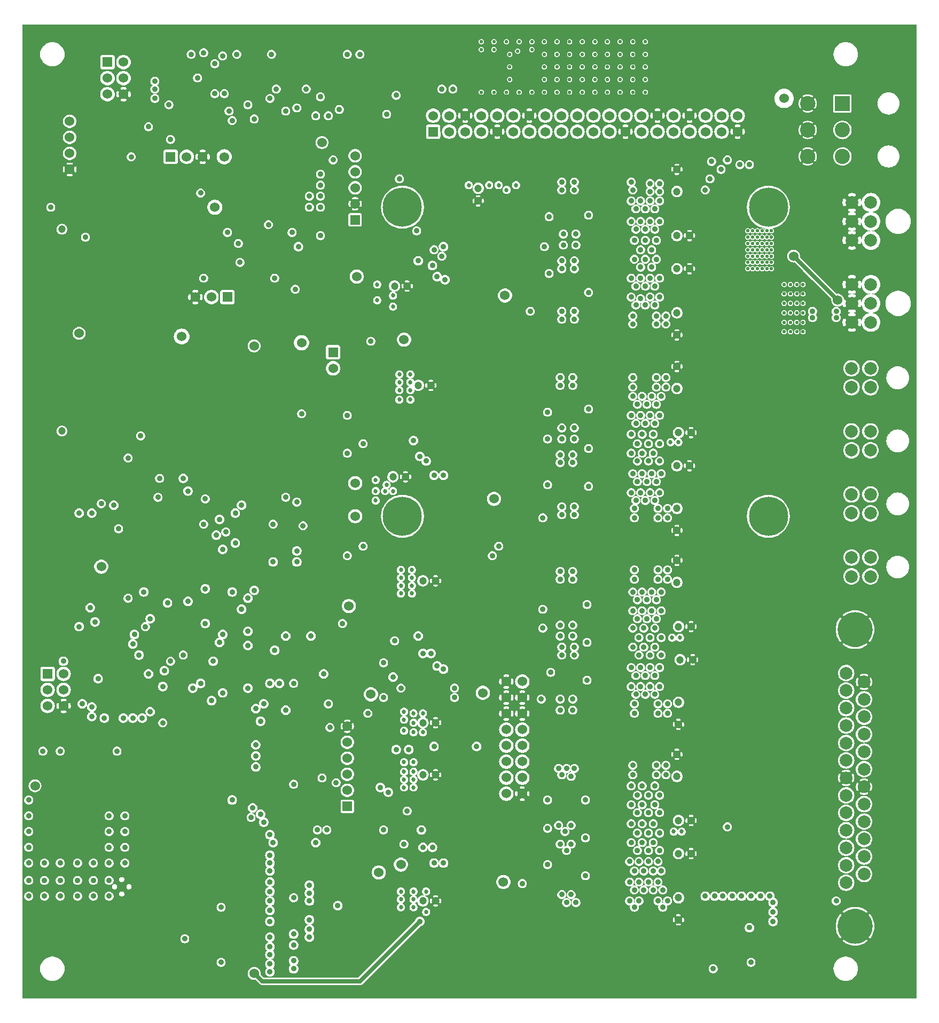
<source format=gbr>
G04 start of page 4 for group 2 idx 2 *
G04 Title: (unknown), ground *
G04 Creator: pcb 4.2.0 *
G04 CreationDate: Fri Sep 20 02:47:34 2019 UTC *
G04 For: doug *
G04 Format: Gerber/RS-274X *
G04 PCB-Dimensions (mil): 5602.36 6102.36 *
G04 PCB-Coordinate-Origin: lower left *
%MOIN*%
%FSLAX25Y25*%
%LNGROUP2*%
%ADD86C,0.0709*%
%ADD85C,0.0402*%
%ADD84C,0.1181*%
%ADD83C,0.0429*%
%ADD82C,0.1201*%
%ADD81C,0.0276*%
%ADD80C,0.0400*%
%ADD79C,0.0380*%
%ADD78C,0.1280*%
%ADD77C,0.0591*%
%ADD76C,0.0350*%
%ADD75C,0.0200*%
%ADD74C,0.0090*%
%ADD73C,0.0210*%
%ADD72C,0.0360*%
%ADD71C,0.0270*%
%ADD70C,0.2441*%
%ADD69C,0.0945*%
%ADD68C,0.0787*%
%ADD67C,0.2178*%
%ADD66C,0.0472*%
%ADD65C,0.0600*%
%ADD64C,0.0250*%
%ADD63C,0.0001*%
G54D63*G36*
X409450Y350923D02*X409722Y350857D01*
X409649Y350840D01*
X409450Y350758D01*
Y350923D01*
G37*
G36*
X526252Y430934D02*X526323Y430851D01*
X527030Y430247D01*
X527822Y429761D01*
X528681Y429406D01*
X529585Y429189D01*
X530280Y429134D01*
X529585Y429079D01*
X528681Y428862D01*
X527822Y428506D01*
X527030Y428021D01*
X526323Y427417D01*
X526252Y427334D01*
Y430934D01*
G37*
G36*
Y442745D02*X526323Y442662D01*
X527030Y442058D01*
X527822Y441572D01*
X528681Y441217D01*
X529585Y441000D01*
X530280Y440945D01*
X529585Y440890D01*
X528681Y440673D01*
X527822Y440317D01*
X527030Y439832D01*
X526323Y439228D01*
X526252Y439145D01*
Y442745D01*
G37*
G36*
Y482115D02*X526323Y482032D01*
X527030Y481428D01*
X527822Y480942D01*
X528681Y480587D01*
X529585Y480370D01*
X530280Y480315D01*
X529585Y480260D01*
X528681Y480043D01*
X527822Y479688D01*
X527030Y479202D01*
X526323Y478598D01*
X526252Y478515D01*
Y482115D01*
G37*
G36*
Y493926D02*X526323Y493843D01*
X527030Y493239D01*
X527822Y492753D01*
X528681Y492398D01*
X529585Y492181D01*
X530280Y492126D01*
X529585Y492071D01*
X528681Y491854D01*
X527822Y491499D01*
X527030Y491013D01*
X526323Y490409D01*
X526252Y490326D01*
Y493926D01*
G37*
G36*
X530553Y235926D02*X530724Y235559D01*
X531052Y234664D01*
X531299Y233743D01*
X531465Y232804D01*
X531549Y231855D01*
Y230901D01*
X531465Y229952D01*
X531299Y229013D01*
X531052Y228092D01*
X530724Y227197D01*
X530553Y226830D01*
Y235926D01*
G37*
G36*
Y50729D02*X530724Y50362D01*
X531052Y49467D01*
X531299Y48546D01*
X531465Y47607D01*
X531549Y46658D01*
Y45704D01*
X531465Y44755D01*
X531299Y43816D01*
X531052Y42895D01*
X530724Y42000D01*
X530553Y41633D01*
Y50729D01*
G37*
G36*
X541525Y609252D02*X559055D01*
Y984D01*
X541525D01*
Y266257D01*
X542218Y265446D01*
X543066Y264722D01*
X544017Y264139D01*
X545047Y263712D01*
X546132Y263451D01*
X547244Y263364D01*
X548356Y263451D01*
X549441Y263712D01*
X550471Y264139D01*
X551422Y264722D01*
X552271Y265446D01*
X552995Y266294D01*
X553578Y267245D01*
X554005Y268276D01*
X554265Y269360D01*
X554331Y270472D01*
X554265Y271584D01*
X554005Y272669D01*
X553578Y273700D01*
X552995Y274651D01*
X552271Y275499D01*
X551422Y276223D01*
X550471Y276806D01*
X549441Y277233D01*
X548356Y277493D01*
X547244Y277581D01*
X546132Y277493D01*
X545047Y277233D01*
X544017Y276806D01*
X543066Y276223D01*
X542218Y275499D01*
X541525Y274688D01*
Y305627D01*
X542218Y304816D01*
X543066Y304092D01*
X544017Y303509D01*
X545047Y303082D01*
X546132Y302822D01*
X547244Y302734D01*
X548356Y302822D01*
X549441Y303082D01*
X550471Y303509D01*
X551422Y304092D01*
X552271Y304816D01*
X552995Y305664D01*
X553578Y306615D01*
X554005Y307646D01*
X554265Y308731D01*
X554331Y309843D01*
X554265Y310955D01*
X554005Y312039D01*
X553578Y313070D01*
X552995Y314021D01*
X552271Y314869D01*
X551422Y315593D01*
X550471Y316176D01*
X549441Y316603D01*
X548356Y316863D01*
X547244Y316951D01*
X546132Y316863D01*
X545047Y316603D01*
X544017Y316176D01*
X543066Y315593D01*
X542218Y314869D01*
X541525Y314058D01*
Y344997D01*
X542218Y344186D01*
X543066Y343462D01*
X544017Y342879D01*
X545047Y342452D01*
X546132Y342192D01*
X547244Y342104D01*
X548356Y342192D01*
X549441Y342452D01*
X550471Y342879D01*
X551422Y343462D01*
X552271Y344186D01*
X552995Y345034D01*
X553578Y345985D01*
X554005Y347016D01*
X554265Y348101D01*
X554331Y349213D01*
X554265Y350325D01*
X554005Y351409D01*
X553578Y352440D01*
X552995Y353391D01*
X552271Y354239D01*
X551422Y354963D01*
X550471Y355546D01*
X549441Y355973D01*
X548356Y356234D01*
X547244Y356321D01*
X546132Y356234D01*
X545047Y355973D01*
X544017Y355546D01*
X543066Y354963D01*
X542218Y354239D01*
X541525Y353428D01*
Y384367D01*
X542218Y383556D01*
X543066Y382832D01*
X544017Y382249D01*
X545047Y381822D01*
X546132Y381562D01*
X547244Y381474D01*
X548356Y381562D01*
X549441Y381822D01*
X550471Y382249D01*
X551422Y382832D01*
X552271Y383556D01*
X552995Y384404D01*
X553578Y385356D01*
X554005Y386386D01*
X554265Y387471D01*
X554331Y388583D01*
X554265Y389695D01*
X554005Y390779D01*
X553578Y391810D01*
X552995Y392761D01*
X552271Y393609D01*
X551422Y394334D01*
X550471Y394916D01*
X549441Y395343D01*
X548356Y395604D01*
X547244Y395691D01*
X546132Y395604D01*
X545047Y395343D01*
X544017Y394916D01*
X543066Y394334D01*
X542218Y393609D01*
X541525Y392798D01*
Y429934D01*
X541935Y429454D01*
X542877Y428650D01*
X543934Y428002D01*
X545079Y427528D01*
X546284Y427238D01*
X547520Y427141D01*
X548755Y427238D01*
X549960Y427528D01*
X551105Y428002D01*
X552162Y428650D01*
X553105Y429454D01*
X553910Y430397D01*
X554557Y431454D01*
X555031Y432599D01*
X555321Y433804D01*
X555394Y435039D01*
X555321Y436275D01*
X555031Y437480D01*
X554557Y438625D01*
X553910Y439682D01*
X553105Y440624D01*
X552162Y441429D01*
X551105Y442077D01*
X549960Y442551D01*
X548755Y442840D01*
X547520Y442938D01*
X546284Y442840D01*
X545079Y442551D01*
X543934Y442077D01*
X542877Y441429D01*
X541935Y440624D01*
X541525Y440144D01*
Y481116D01*
X541935Y480636D01*
X542877Y479831D01*
X543934Y479183D01*
X545079Y478709D01*
X546284Y478419D01*
X547520Y478322D01*
X548755Y478419D01*
X549960Y478709D01*
X551105Y479183D01*
X552162Y479831D01*
X553105Y480636D01*
X553910Y481578D01*
X554557Y482635D01*
X555031Y483780D01*
X555321Y484985D01*
X555394Y486220D01*
X555321Y487456D01*
X555031Y488661D01*
X554557Y489806D01*
X553910Y490863D01*
X553105Y491805D01*
X552162Y492610D01*
X551105Y493258D01*
X549960Y493732D01*
X548755Y494022D01*
X547520Y494119D01*
X546284Y494022D01*
X545079Y493732D01*
X543934Y493258D01*
X542877Y492610D01*
X541935Y491805D01*
X541525Y491325D01*
Y519861D01*
X541535Y519861D01*
X542617Y519946D01*
X543671Y520199D01*
X544673Y520614D01*
X545598Y521181D01*
X546422Y521885D01*
X547127Y522709D01*
X547693Y523634D01*
X548108Y524636D01*
X548361Y525691D01*
X548425Y526772D01*
X548361Y527853D01*
X548108Y528907D01*
X547693Y529909D01*
X547127Y530834D01*
X546422Y531658D01*
X545598Y532363D01*
X544673Y532929D01*
X543671Y533344D01*
X542617Y533598D01*
X541535Y533683D01*
X541525Y533682D01*
Y552932D01*
X541535Y552932D01*
X542617Y553017D01*
X543671Y553270D01*
X544673Y553685D01*
X545598Y554251D01*
X546422Y554956D01*
X547127Y555780D01*
X547693Y556705D01*
X548108Y557707D01*
X548361Y558761D01*
X548425Y559843D01*
X548361Y560924D01*
X548108Y561978D01*
X547693Y562980D01*
X547127Y563905D01*
X546422Y564729D01*
X545598Y565434D01*
X544673Y566000D01*
X543671Y566415D01*
X542617Y566668D01*
X541535Y566754D01*
X541525Y566753D01*
Y609252D01*
G37*
G36*
X530553D02*X541525D01*
Y566753D01*
X540454Y566668D01*
X539400Y566415D01*
X538398Y566000D01*
X537473Y565434D01*
X536649Y564729D01*
X535944Y563905D01*
X535378Y562980D01*
X534963Y561978D01*
X534710Y560924D01*
X534624Y559843D01*
X534710Y558761D01*
X534963Y557707D01*
X535378Y556705D01*
X535944Y555780D01*
X536649Y554956D01*
X537473Y554251D01*
X538398Y553685D01*
X539400Y553270D01*
X540454Y553017D01*
X541525Y552932D01*
Y533682D01*
X540454Y533598D01*
X539400Y533344D01*
X538398Y532929D01*
X537473Y532363D01*
X536649Y531658D01*
X535944Y530834D01*
X535378Y529909D01*
X534963Y528907D01*
X534710Y527853D01*
X534624Y526772D01*
X534710Y525691D01*
X534963Y524636D01*
X535378Y523634D01*
X535944Y522709D01*
X536649Y521885D01*
X537473Y521181D01*
X538398Y520614D01*
X539400Y520199D01*
X540454Y519946D01*
X541525Y519861D01*
Y491325D01*
X541130Y490863D01*
X540482Y489806D01*
X540008Y488661D01*
X539719Y487456D01*
X539621Y486220D01*
X539719Y484985D01*
X540008Y483780D01*
X540482Y482635D01*
X541130Y481578D01*
X541525Y481116D01*
Y440144D01*
X541130Y439682D01*
X540482Y438625D01*
X540008Y437480D01*
X539719Y436275D01*
X539621Y435039D01*
X539719Y433804D01*
X540008Y432599D01*
X540482Y431454D01*
X541130Y430397D01*
X541525Y429934D01*
Y392798D01*
X541493Y392761D01*
X540910Y391810D01*
X540484Y390779D01*
X540223Y389695D01*
X540136Y388583D01*
X540223Y387471D01*
X540484Y386386D01*
X540910Y385356D01*
X541493Y384404D01*
X541525Y384367D01*
Y353428D01*
X541493Y353391D01*
X540910Y352440D01*
X540484Y351409D01*
X540223Y350325D01*
X540136Y349213D01*
X540223Y348101D01*
X540484Y347016D01*
X540910Y345985D01*
X541493Y345034D01*
X541525Y344997D01*
Y314058D01*
X541493Y314021D01*
X540910Y313070D01*
X540484Y312039D01*
X540223Y310955D01*
X540136Y309843D01*
X540223Y308731D01*
X540484Y307646D01*
X540910Y306615D01*
X541493Y305664D01*
X541525Y305627D01*
Y274688D01*
X541493Y274651D01*
X540910Y273700D01*
X540484Y272669D01*
X540223Y271584D01*
X540136Y270472D01*
X540223Y269360D01*
X540484Y268276D01*
X540910Y267245D01*
X541493Y266294D01*
X541525Y266257D01*
Y984D01*
X530553D01*
Y39260D01*
X530847Y39669D01*
X531377Y40584D01*
X531826Y41542D01*
X532189Y42535D01*
X532463Y43557D01*
X532648Y44599D01*
X532740Y45652D01*
Y46710D01*
X532648Y47764D01*
X532463Y48805D01*
X532189Y49827D01*
X531826Y50820D01*
X531377Y51778D01*
X530847Y52693D01*
X530553Y53111D01*
Y76009D01*
X530834Y76468D01*
X531142Y77213D01*
X531331Y77996D01*
X531378Y78799D01*
X531331Y79602D01*
X531142Y80386D01*
X530834Y81130D01*
X530553Y81590D01*
Y86914D01*
X530834Y87374D01*
X531142Y88118D01*
X531331Y88902D01*
X531378Y89705D01*
X531331Y90508D01*
X531142Y91291D01*
X530834Y92035D01*
X530553Y92495D01*
Y97820D01*
X530834Y98279D01*
X531142Y99024D01*
X531331Y99807D01*
X531378Y100610D01*
X531331Y101413D01*
X531142Y102197D01*
X530834Y102941D01*
X530553Y103401D01*
Y108725D01*
X530834Y109185D01*
X531142Y109929D01*
X531331Y110713D01*
X531378Y111516D01*
X531331Y112319D01*
X531142Y113102D01*
X530834Y113846D01*
X530553Y114306D01*
Y119631D01*
X530834Y120091D01*
X531142Y120835D01*
X531331Y121618D01*
X531378Y122421D01*
X531331Y123224D01*
X531142Y124008D01*
X530834Y124752D01*
X530553Y125212D01*
Y130778D01*
X530593Y130795D01*
X530672Y130845D01*
X530742Y130906D01*
X530802Y130977D01*
X530847Y131058D01*
X531041Y131486D01*
X531190Y131933D01*
X531297Y132391D01*
X531362Y132857D01*
X531383Y133327D01*
X531362Y133797D01*
X531297Y134263D01*
X531190Y134721D01*
X531041Y135167D01*
X530852Y135598D01*
X530805Y135679D01*
X530745Y135751D01*
X530675Y135812D01*
X530595Y135862D01*
X530553Y135881D01*
Y141442D01*
X530834Y141902D01*
X531142Y142646D01*
X531331Y143429D01*
X531378Y144232D01*
X531331Y145035D01*
X531142Y145819D01*
X530834Y146563D01*
X530553Y147023D01*
Y152347D01*
X530834Y152807D01*
X531142Y153551D01*
X531331Y154335D01*
X531378Y155138D01*
X531331Y155941D01*
X531142Y156724D01*
X530834Y157469D01*
X530553Y157928D01*
Y163253D01*
X530834Y163713D01*
X531142Y164457D01*
X531331Y165240D01*
X531378Y166043D01*
X531331Y166846D01*
X531142Y167630D01*
X530834Y168374D01*
X530553Y168834D01*
Y174158D01*
X530834Y174618D01*
X531142Y175362D01*
X531331Y176146D01*
X531378Y176949D01*
X531331Y177752D01*
X531142Y178535D01*
X530834Y179280D01*
X530553Y179739D01*
Y185064D01*
X530834Y185524D01*
X531142Y186268D01*
X531331Y187051D01*
X531378Y187854D01*
X531331Y188657D01*
X531142Y189441D01*
X530834Y190185D01*
X530553Y190645D01*
Y196211D01*
X530593Y196228D01*
X530672Y196278D01*
X530742Y196339D01*
X530802Y196410D01*
X530847Y196491D01*
X531041Y196919D01*
X531190Y197366D01*
X531297Y197824D01*
X531362Y198290D01*
X531383Y198760D01*
X531362Y199230D01*
X531297Y199696D01*
X531190Y200154D01*
X531041Y200600D01*
X530852Y201031D01*
X530805Y201112D01*
X530745Y201184D01*
X530675Y201245D01*
X530595Y201295D01*
X530553Y201314D01*
Y224457D01*
X530847Y224866D01*
X531377Y225781D01*
X531826Y226739D01*
X532189Y227732D01*
X532463Y228754D01*
X532648Y229795D01*
X532740Y230849D01*
Y231907D01*
X532648Y232961D01*
X532463Y234002D01*
X532189Y235024D01*
X531826Y236017D01*
X531377Y236975D01*
X530847Y237890D01*
X530553Y238308D01*
Y259458D01*
X531039Y259496D01*
X531823Y259684D01*
X532567Y259993D01*
X533254Y260414D01*
X533866Y260937D01*
X534390Y261549D01*
X534811Y262236D01*
X535119Y262980D01*
X535307Y263764D01*
X535354Y264567D01*
X535307Y265370D01*
X535119Y266153D01*
X534811Y266898D01*
X534390Y267585D01*
X533866Y268197D01*
X533254Y268720D01*
X532567Y269141D01*
X531823Y269450D01*
X531039Y269638D01*
X530553Y269676D01*
Y271269D01*
X531039Y271307D01*
X531823Y271495D01*
X532567Y271804D01*
X533254Y272225D01*
X533866Y272748D01*
X534390Y273360D01*
X534811Y274047D01*
X535119Y274791D01*
X535307Y275575D01*
X535354Y276378D01*
X535307Y277181D01*
X535119Y277964D01*
X534811Y278709D01*
X534390Y279396D01*
X533866Y280008D01*
X533254Y280531D01*
X532567Y280952D01*
X531823Y281261D01*
X531039Y281449D01*
X530553Y281487D01*
Y298828D01*
X531039Y298866D01*
X531823Y299054D01*
X532567Y299363D01*
X533254Y299784D01*
X533866Y300307D01*
X534390Y300919D01*
X534811Y301606D01*
X535119Y302351D01*
X535307Y303134D01*
X535354Y303937D01*
X535307Y304740D01*
X535119Y305523D01*
X534811Y306268D01*
X534390Y306955D01*
X533866Y307567D01*
X533254Y308090D01*
X532567Y308511D01*
X531823Y308820D01*
X531039Y309008D01*
X530553Y309046D01*
Y310639D01*
X531039Y310677D01*
X531823Y310865D01*
X532567Y311174D01*
X533254Y311595D01*
X533866Y312118D01*
X534390Y312730D01*
X534811Y313417D01*
X535119Y314162D01*
X535307Y314945D01*
X535354Y315748D01*
X535307Y316551D01*
X535119Y317334D01*
X534811Y318079D01*
X534390Y318766D01*
X533866Y319378D01*
X533254Y319901D01*
X532567Y320322D01*
X531823Y320631D01*
X531039Y320819D01*
X530553Y320857D01*
Y338198D01*
X531039Y338236D01*
X531823Y338424D01*
X532567Y338733D01*
X533254Y339154D01*
X533866Y339677D01*
X534390Y340289D01*
X534811Y340976D01*
X535119Y341721D01*
X535307Y342504D01*
X535354Y343307D01*
X535307Y344110D01*
X535119Y344894D01*
X534811Y345638D01*
X534390Y346325D01*
X533866Y346937D01*
X533254Y347460D01*
X532567Y347881D01*
X531823Y348190D01*
X531039Y348378D01*
X530553Y348416D01*
Y350009D01*
X531039Y350047D01*
X531823Y350235D01*
X532567Y350544D01*
X533254Y350965D01*
X533866Y351488D01*
X534390Y352100D01*
X534811Y352787D01*
X535119Y353532D01*
X535307Y354315D01*
X535354Y355118D01*
X535307Y355921D01*
X535119Y356705D01*
X534811Y357449D01*
X534390Y358136D01*
X533866Y358748D01*
X533254Y359272D01*
X532567Y359692D01*
X531823Y360001D01*
X531039Y360189D01*
X530553Y360227D01*
Y377568D01*
X531039Y377606D01*
X531823Y377795D01*
X532567Y378103D01*
X533254Y378524D01*
X533866Y379047D01*
X534390Y379660D01*
X534811Y380346D01*
X535119Y381091D01*
X535307Y381874D01*
X535354Y382677D01*
X535307Y383480D01*
X535119Y384264D01*
X534811Y385008D01*
X534390Y385695D01*
X533866Y386307D01*
X533254Y386831D01*
X532567Y387252D01*
X531823Y387560D01*
X531039Y387748D01*
X530553Y387786D01*
Y389379D01*
X531039Y389418D01*
X531823Y389606D01*
X532567Y389914D01*
X533254Y390335D01*
X533866Y390858D01*
X534390Y391471D01*
X534811Y392157D01*
X535119Y392902D01*
X535307Y393685D01*
X535354Y394488D01*
X535307Y395291D01*
X535119Y396075D01*
X534811Y396819D01*
X534390Y397506D01*
X533866Y398118D01*
X533254Y398642D01*
X532567Y399063D01*
X531823Y399371D01*
X531039Y399559D01*
X530553Y399597D01*
Y417308D01*
X531438Y417378D01*
X532342Y417595D01*
X533201Y417950D01*
X533994Y418436D01*
X534701Y419040D01*
X535304Y419746D01*
X535790Y420539D01*
X536146Y421398D01*
X536363Y422302D01*
X536417Y423228D01*
X536363Y424155D01*
X536146Y425059D01*
X535790Y425918D01*
X535304Y426710D01*
X534701Y427417D01*
X533994Y428021D01*
X533201Y428506D01*
X532342Y428862D01*
X531438Y429079D01*
X530743Y429134D01*
X531438Y429189D01*
X532342Y429406D01*
X533201Y429761D01*
X533994Y430247D01*
X534701Y430851D01*
X535304Y431557D01*
X535790Y432350D01*
X536146Y433209D01*
X536363Y434113D01*
X536417Y435039D01*
X536363Y435966D01*
X536146Y436870D01*
X535790Y437729D01*
X535304Y438521D01*
X534701Y439228D01*
X533994Y439832D01*
X533201Y440317D01*
X532342Y440673D01*
X531438Y440890D01*
X530743Y440945D01*
X531438Y441000D01*
X532342Y441217D01*
X533201Y441572D01*
X533994Y442058D01*
X534701Y442662D01*
X535304Y443369D01*
X535790Y444161D01*
X536146Y445020D01*
X536363Y445924D01*
X536417Y446850D01*
X536363Y447777D01*
X536146Y448681D01*
X535790Y449540D01*
X535304Y450332D01*
X534701Y451039D01*
X533994Y451643D01*
X533201Y452128D01*
X532342Y452484D01*
X531438Y452701D01*
X530553Y452771D01*
Y468489D01*
X531438Y468559D01*
X532342Y468776D01*
X533201Y469131D01*
X533994Y469617D01*
X534701Y470221D01*
X535304Y470928D01*
X535790Y471720D01*
X536146Y472579D01*
X536363Y473483D01*
X536417Y474409D01*
X536363Y475336D01*
X536146Y476240D01*
X535790Y477099D01*
X535304Y477891D01*
X534701Y478598D01*
X533994Y479202D01*
X533201Y479688D01*
X532342Y480043D01*
X531438Y480260D01*
X530743Y480315D01*
X531438Y480370D01*
X532342Y480587D01*
X533201Y480942D01*
X533994Y481428D01*
X534701Y482032D01*
X535304Y482739D01*
X535790Y483531D01*
X536146Y484390D01*
X536363Y485294D01*
X536417Y486220D01*
X536363Y487147D01*
X536146Y488051D01*
X535790Y488910D01*
X535304Y489702D01*
X534701Y490409D01*
X533994Y491013D01*
X533201Y491499D01*
X532342Y491854D01*
X531438Y492071D01*
X530743Y492126D01*
X531438Y492181D01*
X532342Y492398D01*
X533201Y492753D01*
X533994Y493239D01*
X534701Y493843D01*
X535304Y494550D01*
X535790Y495342D01*
X536146Y496201D01*
X536363Y497105D01*
X536417Y498031D01*
X536363Y498958D01*
X536146Y499862D01*
X535790Y500721D01*
X535304Y501513D01*
X534701Y502220D01*
X533994Y502824D01*
X533201Y503310D01*
X532342Y503665D01*
X531438Y503882D01*
X530553Y503952D01*
Y609252D01*
G37*
G36*
Y452771D02*X530512Y452774D01*
X529585Y452701D01*
X528681Y452484D01*
X527822Y452128D01*
X527030Y451643D01*
X526323Y451039D01*
X526252Y450956D01*
Y470304D01*
X526323Y470221D01*
X527030Y469617D01*
X527822Y469131D01*
X528681Y468776D01*
X529585Y468559D01*
X530512Y468486D01*
X530553Y468489D01*
Y452771D01*
G37*
G36*
Y399597D02*X530236Y399622D01*
X529433Y399559D01*
X528650Y399371D01*
X527905Y399063D01*
X527219Y398642D01*
X526606Y398118D01*
X526252Y397704D01*
Y419123D01*
X526323Y419040D01*
X527030Y418436D01*
X527822Y417950D01*
X528681Y417595D01*
X529585Y417378D01*
X530512Y417305D01*
X530553Y417308D01*
Y399597D01*
G37*
G36*
Y387786D02*X530236Y387811D01*
X529433Y387748D01*
X528650Y387560D01*
X527905Y387252D01*
X527219Y386831D01*
X526606Y386307D01*
X526252Y385893D01*
Y391273D01*
X526606Y390858D01*
X527219Y390335D01*
X527905Y389914D01*
X528650Y389606D01*
X529433Y389418D01*
X530236Y389354D01*
X530553Y389379D01*
Y387786D01*
G37*
G36*
Y360227D02*X530236Y360252D01*
X529433Y360189D01*
X528650Y360001D01*
X527905Y359692D01*
X527219Y359272D01*
X526606Y358748D01*
X526252Y358334D01*
Y379462D01*
X526606Y379047D01*
X527219Y378524D01*
X527905Y378103D01*
X528650Y377795D01*
X529433Y377606D01*
X530236Y377543D01*
X530553Y377568D01*
Y360227D01*
G37*
G36*
Y348416D02*X530236Y348441D01*
X529433Y348378D01*
X528650Y348190D01*
X527905Y347881D01*
X527219Y347460D01*
X526606Y346937D01*
X526252Y346523D01*
Y351902D01*
X526606Y351488D01*
X527219Y350965D01*
X527905Y350544D01*
X528650Y350235D01*
X529433Y350047D01*
X530236Y349984D01*
X530553Y350009D01*
Y348416D01*
G37*
G36*
Y320857D02*X530236Y320882D01*
X529433Y320819D01*
X528650Y320631D01*
X527905Y320322D01*
X527219Y319901D01*
X526606Y319378D01*
X526252Y318964D01*
Y340091D01*
X526606Y339677D01*
X527219Y339154D01*
X527905Y338733D01*
X528650Y338424D01*
X529433Y338236D01*
X530236Y338173D01*
X530553Y338198D01*
Y320857D01*
G37*
G36*
Y309046D02*X530236Y309071D01*
X529433Y309008D01*
X528650Y308820D01*
X527905Y308511D01*
X527219Y308090D01*
X526606Y307567D01*
X526252Y307153D01*
Y312532D01*
X526606Y312118D01*
X527219Y311595D01*
X527905Y311174D01*
X528650Y310865D01*
X529433Y310677D01*
X530236Y310614D01*
X530553Y310639D01*
Y309046D01*
G37*
G36*
Y281487D02*X530236Y281512D01*
X529433Y281449D01*
X528650Y281261D01*
X527905Y280952D01*
X527219Y280531D01*
X526606Y280008D01*
X526252Y279594D01*
Y300721D01*
X526606Y300307D01*
X527219Y299784D01*
X527905Y299363D01*
X528650Y299054D01*
X529433Y298866D01*
X530236Y298803D01*
X530553Y298828D01*
Y281487D01*
G37*
G36*
Y269676D02*X530236Y269701D01*
X529433Y269638D01*
X528650Y269450D01*
X527905Y269141D01*
X527219Y268720D01*
X526606Y268197D01*
X526252Y267783D01*
Y273162D01*
X526606Y272748D01*
X527219Y272225D01*
X527905Y271804D01*
X528650Y271495D01*
X529433Y271307D01*
X530236Y271244D01*
X530553Y271269D01*
Y269676D01*
G37*
G36*
Y190645D02*X530413Y190872D01*
X529890Y191485D01*
X529277Y192008D01*
X528591Y192429D01*
X527846Y192737D01*
X527063Y192925D01*
X526260Y192988D01*
X526252Y192988D01*
Y193637D01*
X526260Y193636D01*
X526730Y193658D01*
X527196Y193723D01*
X527654Y193830D01*
X528100Y193978D01*
X528531Y194167D01*
X528612Y194215D01*
X528684Y194275D01*
X528745Y194345D01*
X528795Y194424D01*
X528832Y194510D01*
X528855Y194601D01*
X528864Y194694D01*
X528857Y194788D01*
X528837Y194879D01*
X528802Y194966D01*
X528754Y195046D01*
X528694Y195118D01*
X528623Y195180D01*
X528544Y195230D01*
X528458Y195267D01*
X528367Y195290D01*
X528274Y195298D01*
X528181Y195292D01*
X528089Y195271D01*
X528003Y195235D01*
X527674Y195086D01*
X527331Y194971D01*
X526979Y194889D01*
X526621Y194839D01*
X526260Y194823D01*
X526252Y194823D01*
Y202696D01*
X526260Y202697D01*
X526621Y202680D01*
X526979Y202631D01*
X527331Y202548D01*
X527674Y202434D01*
X528005Y202289D01*
X528091Y202253D01*
X528181Y202232D01*
X528274Y202226D01*
X528367Y202234D01*
X528457Y202257D01*
X528542Y202294D01*
X528621Y202343D01*
X528691Y202404D01*
X528750Y202476D01*
X528798Y202556D01*
X528833Y202642D01*
X528853Y202732D01*
X528859Y202825D01*
X528851Y202918D01*
X528828Y203008D01*
X528792Y203093D01*
X528742Y203172D01*
X528681Y203242D01*
X528609Y203302D01*
X528529Y203348D01*
X528100Y203541D01*
X527654Y203690D01*
X527196Y203797D01*
X526730Y203862D01*
X526260Y203883D01*
X526252Y203883D01*
Y220663D01*
X526266Y220670D01*
X527181Y221201D01*
X528047Y221809D01*
X528117Y221872D01*
X528177Y221946D01*
X528224Y222028D01*
X528257Y222116D01*
X528277Y222209D01*
X528282Y222303D01*
X528271Y222397D01*
X528247Y222489D01*
X528208Y222575D01*
X528156Y222654D01*
X528093Y222724D01*
X528019Y222784D01*
X527937Y222831D01*
X527849Y222865D01*
X527756Y222884D01*
X527662Y222889D01*
X527568Y222879D01*
X527476Y222854D01*
X527390Y222815D01*
X527312Y222762D01*
X526539Y222205D01*
X526252Y222039D01*
Y240717D01*
X526539Y240551D01*
X527318Y240002D01*
X527395Y239950D01*
X527480Y239912D01*
X527570Y239888D01*
X527662Y239878D01*
X527755Y239882D01*
X527846Y239901D01*
X527933Y239935D01*
X528013Y239981D01*
X528086Y240039D01*
X528148Y240108D01*
X528199Y240186D01*
X528237Y240271D01*
X528261Y240361D01*
X528271Y240453D01*
X528266Y240546D01*
X528247Y240637D01*
X528214Y240724D01*
X528168Y240804D01*
X528110Y240877D01*
X528040Y240937D01*
X527181Y241555D01*
X526266Y242086D01*
X526252Y242093D01*
Y261351D01*
X526606Y260937D01*
X527219Y260414D01*
X527905Y259993D01*
X528650Y259684D01*
X529433Y259496D01*
X530236Y259433D01*
X530553Y259458D01*
Y238308D01*
X530238Y238755D01*
X530175Y238826D01*
X530101Y238885D01*
X530019Y238932D01*
X529931Y238966D01*
X529838Y238986D01*
X529744Y238990D01*
X529650Y238980D01*
X529559Y238955D01*
X529472Y238917D01*
X529393Y238865D01*
X529323Y238802D01*
X529264Y238728D01*
X529216Y238646D01*
X529183Y238558D01*
X529163Y238465D01*
X529159Y238370D01*
X529169Y238276D01*
X529193Y238185D01*
X529232Y238099D01*
X529285Y238021D01*
X529842Y237247D01*
X530320Y236423D01*
X530553Y235926D01*
Y226830D01*
X530320Y226333D01*
X529842Y225509D01*
X529293Y224729D01*
X529241Y224652D01*
X529203Y224567D01*
X529179Y224478D01*
X529169Y224385D01*
X529174Y224292D01*
X529193Y224201D01*
X529226Y224114D01*
X529272Y224034D01*
X529331Y223961D01*
X529399Y223899D01*
X529477Y223848D01*
X529562Y223810D01*
X529652Y223786D01*
X529744Y223776D01*
X529837Y223781D01*
X529928Y223800D01*
X530015Y223833D01*
X530096Y223879D01*
X530168Y223938D01*
X530229Y224008D01*
X530553Y224457D01*
Y201314D01*
X530509Y201332D01*
X530418Y201355D01*
X530325Y201364D01*
X530232Y201357D01*
X530141Y201337D01*
X530054Y201302D01*
X529973Y201254D01*
X529901Y201194D01*
X529840Y201123D01*
X529790Y201044D01*
X529753Y200958D01*
X529730Y200867D01*
X529722Y200774D01*
X529728Y200681D01*
X529749Y200589D01*
X529785Y200503D01*
X529934Y200174D01*
X530048Y199831D01*
X530131Y199479D01*
X530180Y199121D01*
X530197Y198760D01*
X530180Y198399D01*
X530131Y198041D01*
X530048Y197689D01*
X529934Y197346D01*
X529789Y197014D01*
X529753Y196929D01*
X529732Y196838D01*
X529726Y196746D01*
X529734Y196653D01*
X529757Y196563D01*
X529794Y196477D01*
X529843Y196399D01*
X529904Y196329D01*
X529976Y196269D01*
X530056Y196222D01*
X530142Y196187D01*
X530232Y196166D01*
X530325Y196160D01*
X530418Y196169D01*
X530508Y196191D01*
X530553Y196211D01*
Y190645D01*
G37*
G36*
Y179739D02*X530413Y179966D01*
X529890Y180579D01*
X529277Y181102D01*
X528591Y181523D01*
X527846Y181831D01*
X527063Y182020D01*
X526260Y182083D01*
X526252Y182082D01*
Y182721D01*
X526260Y182720D01*
X527063Y182784D01*
X527846Y182972D01*
X528591Y183280D01*
X529277Y183701D01*
X529890Y184224D01*
X530413Y184837D01*
X530553Y185064D01*
Y179739D01*
G37*
G36*
Y168834D02*X530413Y169061D01*
X529890Y169674D01*
X529277Y170197D01*
X528591Y170618D01*
X527846Y170926D01*
X527063Y171114D01*
X526260Y171177D01*
X526252Y171177D01*
Y171816D01*
X526260Y171815D01*
X527063Y171878D01*
X527846Y172066D01*
X528591Y172374D01*
X529277Y172795D01*
X529890Y173319D01*
X530413Y173931D01*
X530553Y174158D01*
Y168834D01*
G37*
G36*
Y157928D02*X530413Y158155D01*
X529890Y158768D01*
X529277Y159291D01*
X528591Y159712D01*
X527846Y160020D01*
X527063Y160208D01*
X526260Y160272D01*
X526252Y160271D01*
Y160910D01*
X526260Y160909D01*
X527063Y160973D01*
X527846Y161161D01*
X528591Y161469D01*
X529277Y161890D01*
X529890Y162413D01*
X530413Y163026D01*
X530553Y163253D01*
Y157928D01*
G37*
G36*
Y147023D02*X530413Y147250D01*
X529890Y147862D01*
X529277Y148386D01*
X528591Y148807D01*
X527846Y149115D01*
X527063Y149303D01*
X526260Y149366D01*
X526252Y149366D01*
Y150005D01*
X526260Y150004D01*
X527063Y150067D01*
X527846Y150255D01*
X528591Y150563D01*
X529277Y150984D01*
X529890Y151508D01*
X530413Y152120D01*
X530553Y152347D01*
Y147023D01*
G37*
G36*
Y125212D02*X530413Y125439D01*
X529890Y126051D01*
X529277Y126575D01*
X528591Y126996D01*
X527846Y127304D01*
X527063Y127492D01*
X526260Y127555D01*
X526252Y127555D01*
Y128204D01*
X526260Y128203D01*
X526730Y128225D01*
X527196Y128289D01*
X527654Y128397D01*
X528100Y128545D01*
X528531Y128734D01*
X528612Y128782D01*
X528684Y128842D01*
X528745Y128912D01*
X528795Y128991D01*
X528832Y129077D01*
X528855Y129168D01*
X528864Y129261D01*
X528857Y129355D01*
X528837Y129446D01*
X528802Y129533D01*
X528754Y129613D01*
X528694Y129685D01*
X528623Y129747D01*
X528544Y129797D01*
X528458Y129834D01*
X528367Y129856D01*
X528274Y129865D01*
X528181Y129859D01*
X528089Y129838D01*
X528003Y129802D01*
X527674Y129653D01*
X527331Y129538D01*
X526979Y129456D01*
X526621Y129406D01*
X526260Y129390D01*
X526252Y129390D01*
Y137263D01*
X526260Y137264D01*
X526621Y137247D01*
X526979Y137198D01*
X527331Y137115D01*
X527674Y137001D01*
X528005Y136856D01*
X528091Y136820D01*
X528181Y136799D01*
X528274Y136793D01*
X528367Y136801D01*
X528457Y136824D01*
X528542Y136861D01*
X528621Y136910D01*
X528691Y136971D01*
X528750Y137043D01*
X528798Y137122D01*
X528833Y137209D01*
X528853Y137299D01*
X528859Y137392D01*
X528851Y137485D01*
X528828Y137575D01*
X528792Y137660D01*
X528742Y137739D01*
X528681Y137809D01*
X528609Y137868D01*
X528529Y137914D01*
X528100Y138108D01*
X527654Y138257D01*
X527196Y138364D01*
X526730Y138429D01*
X526260Y138450D01*
X526252Y138450D01*
Y139099D01*
X526260Y139098D01*
X527063Y139162D01*
X527846Y139350D01*
X528591Y139658D01*
X529277Y140079D01*
X529890Y140602D01*
X530413Y141215D01*
X530553Y141442D01*
Y135881D01*
X530509Y135899D01*
X530418Y135922D01*
X530325Y135930D01*
X530232Y135924D01*
X530141Y135903D01*
X530054Y135869D01*
X529973Y135821D01*
X529901Y135761D01*
X529840Y135690D01*
X529790Y135611D01*
X529753Y135525D01*
X529730Y135434D01*
X529722Y135341D01*
X529728Y135248D01*
X529749Y135156D01*
X529785Y135070D01*
X529934Y134741D01*
X530048Y134398D01*
X530131Y134046D01*
X530180Y133688D01*
X530197Y133327D01*
X530180Y132966D01*
X530131Y132608D01*
X530048Y132255D01*
X529934Y131912D01*
X529789Y131581D01*
X529753Y131496D01*
X529732Y131405D01*
X529726Y131312D01*
X529734Y131220D01*
X529757Y131130D01*
X529794Y131044D01*
X529843Y130966D01*
X529904Y130896D01*
X529976Y130836D01*
X530056Y130789D01*
X530142Y130754D01*
X530232Y130733D01*
X530325Y130727D01*
X530418Y130736D01*
X530508Y130758D01*
X530553Y130778D01*
Y125212D01*
G37*
G36*
Y114306D02*X530413Y114533D01*
X529890Y115146D01*
X529277Y115669D01*
X528591Y116090D01*
X527846Y116398D01*
X527063Y116586D01*
X526260Y116650D01*
X526252Y116649D01*
Y117288D01*
X526260Y117287D01*
X527063Y117351D01*
X527846Y117539D01*
X528591Y117847D01*
X529277Y118268D01*
X529890Y118791D01*
X530413Y119404D01*
X530553Y119631D01*
Y114306D01*
G37*
G36*
Y103401D02*X530413Y103628D01*
X529890Y104240D01*
X529277Y104764D01*
X528591Y105185D01*
X527846Y105493D01*
X527063Y105681D01*
X526260Y105744D01*
X526252Y105744D01*
Y106382D01*
X526260Y106382D01*
X527063Y106445D01*
X527846Y106633D01*
X528591Y106941D01*
X529277Y107362D01*
X529890Y107886D01*
X530413Y108498D01*
X530553Y108725D01*
Y103401D01*
G37*
G36*
Y92495D02*X530413Y92722D01*
X529890Y93335D01*
X529277Y93858D01*
X528591Y94279D01*
X527846Y94587D01*
X527063Y94775D01*
X526260Y94839D01*
X526252Y94838D01*
Y95477D01*
X526260Y95476D01*
X527063Y95540D01*
X527846Y95728D01*
X528591Y96036D01*
X529277Y96457D01*
X529890Y96980D01*
X530413Y97593D01*
X530553Y97820D01*
Y92495D01*
G37*
G36*
Y81590D02*X530413Y81817D01*
X529890Y82429D01*
X529277Y82953D01*
X528591Y83374D01*
X527846Y83682D01*
X527063Y83870D01*
X526260Y83933D01*
X526252Y83932D01*
Y84571D01*
X526260Y84571D01*
X527063Y84634D01*
X527846Y84822D01*
X528591Y85130D01*
X529277Y85551D01*
X529890Y86075D01*
X530413Y86687D01*
X530553Y86914D01*
Y81590D01*
G37*
G36*
Y984D02*X526252D01*
Y35467D01*
X526266Y35473D01*
X527181Y36004D01*
X528047Y36612D01*
X528117Y36675D01*
X528177Y36749D01*
X528224Y36831D01*
X528257Y36919D01*
X528277Y37012D01*
X528282Y37106D01*
X528271Y37200D01*
X528247Y37292D01*
X528208Y37378D01*
X528156Y37457D01*
X528093Y37527D01*
X528019Y37587D01*
X527937Y37634D01*
X527849Y37668D01*
X527756Y37687D01*
X527662Y37692D01*
X527568Y37682D01*
X527476Y37657D01*
X527390Y37618D01*
X527312Y37565D01*
X526539Y37008D01*
X526252Y36842D01*
Y55520D01*
X526539Y55354D01*
X527318Y54805D01*
X527395Y54753D01*
X527480Y54715D01*
X527570Y54691D01*
X527662Y54681D01*
X527755Y54685D01*
X527846Y54705D01*
X527933Y54738D01*
X528013Y54784D01*
X528086Y54842D01*
X528148Y54911D01*
X528199Y54989D01*
X528237Y55074D01*
X528261Y55164D01*
X528271Y55256D01*
X528266Y55349D01*
X528247Y55440D01*
X528214Y55527D01*
X528168Y55607D01*
X528110Y55680D01*
X528040Y55741D01*
X527181Y56358D01*
X526266Y56889D01*
X526252Y56896D01*
Y73666D01*
X526260Y73665D01*
X527063Y73729D01*
X527846Y73917D01*
X528591Y74225D01*
X529277Y74646D01*
X529890Y75169D01*
X530413Y75782D01*
X530553Y76009D01*
Y53111D01*
X530238Y53558D01*
X530175Y53629D01*
X530101Y53688D01*
X530019Y53736D01*
X529931Y53769D01*
X529838Y53789D01*
X529744Y53793D01*
X529650Y53783D01*
X529559Y53759D01*
X529472Y53720D01*
X529393Y53668D01*
X529323Y53605D01*
X529264Y53531D01*
X529216Y53449D01*
X529183Y53361D01*
X529163Y53268D01*
X529159Y53174D01*
X529169Y53080D01*
X529193Y52988D01*
X529232Y52902D01*
X529285Y52824D01*
X529842Y52050D01*
X530320Y51226D01*
X530553Y50729D01*
Y41633D01*
X530320Y41136D01*
X529842Y40312D01*
X529293Y39532D01*
X529241Y39455D01*
X529203Y39370D01*
X529179Y39281D01*
X529169Y39188D01*
X529174Y39095D01*
X529193Y39004D01*
X529226Y38918D01*
X529272Y38837D01*
X529331Y38765D01*
X529399Y38702D01*
X529477Y38651D01*
X529562Y38613D01*
X529652Y38589D01*
X529744Y38579D01*
X529837Y38584D01*
X529928Y38603D01*
X530015Y38636D01*
X530096Y38682D01*
X530168Y38741D01*
X530229Y38811D01*
X530553Y39260D01*
Y984D01*
G37*
G36*
X526252Y609252D02*X530553D01*
Y503952D01*
X530512Y503955D01*
X529585Y503882D01*
X528681Y503665D01*
X527822Y503310D01*
X527030Y502824D01*
X526323Y502220D01*
X526252Y502137D01*
Y609252D01*
G37*
G36*
X521967Y34178D02*X522252Y34203D01*
X523293Y34387D01*
X524315Y34662D01*
X525308Y35025D01*
X526252Y35467D01*
Y984D01*
X521967D01*
Y17272D01*
X521994Y17336D01*
X522272Y18496D01*
X522343Y19685D01*
X522272Y20874D01*
X521994Y22034D01*
X521967Y22099D01*
Y34178D01*
G37*
G36*
Y56988D02*X522096Y56977D01*
X523034Y56811D01*
X523955Y56563D01*
X524850Y56236D01*
X525714Y55832D01*
X526252Y55520D01*
Y36842D01*
X525714Y36530D01*
X524850Y36126D01*
X523955Y35799D01*
X523034Y35551D01*
X522096Y35385D01*
X521967Y35374D01*
Y56988D01*
G37*
G36*
Y76009D02*X522106Y75782D01*
X522630Y75169D01*
X523242Y74646D01*
X523929Y74225D01*
X524673Y73917D01*
X525457Y73729D01*
X526252Y73666D01*
Y56896D01*
X525308Y57337D01*
X524315Y57700D01*
X523293Y57975D01*
X522252Y58159D01*
X521967Y58184D01*
Y76009D01*
G37*
G36*
Y86914D02*X522106Y86687D01*
X522630Y86075D01*
X523242Y85551D01*
X523929Y85130D01*
X524673Y84822D01*
X525457Y84634D01*
X526252Y84571D01*
Y83932D01*
X525457Y83870D01*
X524673Y83682D01*
X523929Y83374D01*
X523242Y82953D01*
X522630Y82429D01*
X522106Y81817D01*
X521967Y81590D01*
Y86914D01*
G37*
G36*
Y97820D02*X522106Y97593D01*
X522630Y96980D01*
X523242Y96457D01*
X523929Y96036D01*
X524673Y95728D01*
X525457Y95540D01*
X526252Y95477D01*
Y94838D01*
X525457Y94775D01*
X524673Y94587D01*
X523929Y94279D01*
X523242Y93858D01*
X522630Y93335D01*
X522106Y92722D01*
X521967Y92495D01*
Y97820D01*
G37*
G36*
Y108725D02*X522106Y108498D01*
X522630Y107886D01*
X523242Y107362D01*
X523929Y106941D01*
X524673Y106633D01*
X525457Y106445D01*
X526252Y106382D01*
Y105744D01*
X525457Y105681D01*
X524673Y105493D01*
X523929Y105185D01*
X523242Y104764D01*
X522630Y104240D01*
X522106Y103628D01*
X521967Y103401D01*
Y108725D01*
G37*
G36*
Y119631D02*X522106Y119404D01*
X522630Y118791D01*
X523242Y118268D01*
X523929Y117847D01*
X524673Y117539D01*
X525457Y117351D01*
X526252Y117288D01*
Y116649D01*
X525457Y116586D01*
X524673Y116398D01*
X523929Y116090D01*
X523242Y115669D01*
X522630Y115146D01*
X522106Y114533D01*
X521967Y114306D01*
Y119631D01*
G37*
G36*
Y141442D02*X522106Y141215D01*
X522630Y140602D01*
X523242Y140079D01*
X523929Y139658D01*
X524673Y139350D01*
X525457Y139162D01*
X526252Y139099D01*
Y138450D01*
X525790Y138429D01*
X525324Y138364D01*
X524866Y138257D01*
X524419Y138108D01*
X523988Y137919D01*
X523908Y137872D01*
X523836Y137812D01*
X523774Y137741D01*
X523724Y137662D01*
X523688Y137576D01*
X523665Y137485D01*
X523656Y137392D01*
X523662Y137299D01*
X523683Y137208D01*
X523718Y137121D01*
X523766Y137040D01*
X523826Y136968D01*
X523896Y136907D01*
X523975Y136857D01*
X524062Y136820D01*
X524152Y136797D01*
X524246Y136789D01*
X524339Y136795D01*
X524430Y136816D01*
X524516Y136852D01*
X524846Y137001D01*
X525189Y137115D01*
X525541Y137198D01*
X525899Y137247D01*
X526252Y137263D01*
Y129390D01*
X525899Y129406D01*
X525541Y129456D01*
X525189Y129538D01*
X524846Y129653D01*
X524514Y129798D01*
X524429Y129834D01*
X524338Y129855D01*
X524246Y129861D01*
X524153Y129852D01*
X524063Y129830D01*
X523977Y129793D01*
X523899Y129744D01*
X523829Y129682D01*
X523769Y129611D01*
X523722Y129531D01*
X523687Y129445D01*
X523666Y129354D01*
X523660Y129261D01*
X523669Y129169D01*
X523691Y129079D01*
X523728Y128993D01*
X523778Y128915D01*
X523839Y128845D01*
X523910Y128785D01*
X523991Y128739D01*
X524419Y128545D01*
X524866Y128397D01*
X525324Y128289D01*
X525790Y128225D01*
X526252Y128204D01*
Y127555D01*
X525457Y127492D01*
X524673Y127304D01*
X523929Y126996D01*
X523242Y126575D01*
X522630Y126051D01*
X522106Y125439D01*
X521967Y125212D01*
Y130773D01*
X522010Y130754D01*
X522101Y130732D01*
X522194Y130723D01*
X522288Y130729D01*
X522379Y130750D01*
X522466Y130785D01*
X522546Y130833D01*
X522618Y130893D01*
X522680Y130963D01*
X522730Y131042D01*
X522767Y131128D01*
X522790Y131219D01*
X522798Y131312D01*
X522792Y131406D01*
X522771Y131497D01*
X522735Y131583D01*
X522586Y131912D01*
X522471Y132255D01*
X522389Y132608D01*
X522339Y132966D01*
X522323Y133327D01*
X522339Y133688D01*
X522389Y134046D01*
X522471Y134398D01*
X522586Y134741D01*
X522731Y135072D01*
X522767Y135158D01*
X522788Y135248D01*
X522794Y135341D01*
X522785Y135434D01*
X522763Y135524D01*
X522726Y135609D01*
X522677Y135688D01*
X522615Y135758D01*
X522544Y135817D01*
X522464Y135865D01*
X522378Y135900D01*
X522287Y135920D01*
X522194Y135926D01*
X522102Y135918D01*
X522012Y135895D01*
X521967Y135876D01*
Y141442D01*
G37*
G36*
Y152347D02*X522106Y152120D01*
X522630Y151508D01*
X523242Y150984D01*
X523929Y150563D01*
X524673Y150255D01*
X525457Y150067D01*
X526252Y150005D01*
Y149366D01*
X525457Y149303D01*
X524673Y149115D01*
X523929Y148807D01*
X523242Y148386D01*
X522630Y147862D01*
X522106Y147250D01*
X521967Y147023D01*
Y152347D01*
G37*
G36*
Y163253D02*X522106Y163026D01*
X522630Y162413D01*
X523242Y161890D01*
X523929Y161469D01*
X524673Y161161D01*
X525457Y160973D01*
X526252Y160910D01*
Y160271D01*
X525457Y160208D01*
X524673Y160020D01*
X523929Y159712D01*
X523242Y159291D01*
X522630Y158768D01*
X522106Y158155D01*
X521967Y157928D01*
Y163253D01*
G37*
G36*
Y174158D02*X522106Y173931D01*
X522630Y173319D01*
X523242Y172795D01*
X523929Y172374D01*
X524673Y172066D01*
X525457Y171878D01*
X526252Y171816D01*
Y171177D01*
X525457Y171114D01*
X524673Y170926D01*
X523929Y170618D01*
X523242Y170197D01*
X522630Y169674D01*
X522106Y169061D01*
X521967Y168834D01*
Y174158D01*
G37*
G36*
Y185064D02*X522106Y184837D01*
X522630Y184224D01*
X523242Y183701D01*
X523929Y183280D01*
X524673Y182972D01*
X525457Y182784D01*
X526252Y182721D01*
Y182082D01*
X525457Y182020D01*
X524673Y181831D01*
X523929Y181523D01*
X523242Y181102D01*
X522630Y180579D01*
X522106Y179966D01*
X521967Y179739D01*
Y185064D01*
G37*
G36*
Y219375D02*X522252Y219400D01*
X523293Y219584D01*
X524315Y219859D01*
X525308Y220222D01*
X526252Y220663D01*
Y203883D01*
X525790Y203862D01*
X525324Y203797D01*
X524866Y203690D01*
X524419Y203541D01*
X523988Y203352D01*
X523908Y203305D01*
X523836Y203245D01*
X523774Y203175D01*
X523724Y203095D01*
X523688Y203009D01*
X523665Y202918D01*
X523656Y202825D01*
X523662Y202732D01*
X523683Y202641D01*
X523718Y202554D01*
X523766Y202473D01*
X523826Y202401D01*
X523896Y202340D01*
X523975Y202290D01*
X524062Y202253D01*
X524152Y202230D01*
X524246Y202222D01*
X524339Y202228D01*
X524430Y202249D01*
X524516Y202285D01*
X524846Y202434D01*
X525189Y202548D01*
X525541Y202631D01*
X525899Y202680D01*
X526252Y202696D01*
Y194823D01*
X525899Y194839D01*
X525541Y194889D01*
X525189Y194971D01*
X524846Y195086D01*
X524514Y195231D01*
X524429Y195267D01*
X524338Y195288D01*
X524246Y195294D01*
X524153Y195285D01*
X524063Y195263D01*
X523977Y195226D01*
X523899Y195177D01*
X523829Y195115D01*
X523769Y195044D01*
X523722Y194964D01*
X523687Y194878D01*
X523666Y194787D01*
X523660Y194694D01*
X523669Y194602D01*
X523691Y194512D01*
X523728Y194426D01*
X523778Y194348D01*
X523839Y194278D01*
X523910Y194218D01*
X523991Y194172D01*
X524419Y193978D01*
X524866Y193830D01*
X525324Y193723D01*
X525790Y193658D01*
X526252Y193637D01*
Y192988D01*
X525457Y192925D01*
X524673Y192737D01*
X523929Y192429D01*
X523242Y192008D01*
X522630Y191485D01*
X522106Y190872D01*
X521967Y190645D01*
Y196206D01*
X522010Y196188D01*
X522101Y196165D01*
X522194Y196156D01*
X522288Y196162D01*
X522379Y196183D01*
X522466Y196218D01*
X522546Y196266D01*
X522618Y196326D01*
X522680Y196396D01*
X522730Y196475D01*
X522767Y196562D01*
X522790Y196652D01*
X522798Y196746D01*
X522792Y196839D01*
X522771Y196930D01*
X522735Y197016D01*
X522586Y197346D01*
X522471Y197689D01*
X522389Y198041D01*
X522339Y198399D01*
X522323Y198760D01*
X522339Y199121D01*
X522389Y199479D01*
X522471Y199831D01*
X522586Y200174D01*
X522731Y200505D01*
X522767Y200591D01*
X522788Y200681D01*
X522794Y200774D01*
X522785Y200867D01*
X522763Y200957D01*
X522726Y201042D01*
X522677Y201121D01*
X522615Y201191D01*
X522544Y201250D01*
X522464Y201298D01*
X522378Y201333D01*
X522287Y201353D01*
X522194Y201359D01*
X522102Y201351D01*
X522012Y201328D01*
X521967Y201309D01*
Y219375D01*
G37*
G36*
Y242185D02*X522096Y242174D01*
X523034Y242008D01*
X523955Y241760D01*
X524850Y241433D01*
X525714Y241029D01*
X526252Y240717D01*
Y222039D01*
X525714Y221727D01*
X524850Y221323D01*
X523955Y220996D01*
X523034Y220748D01*
X522096Y220582D01*
X521967Y220571D01*
Y242185D01*
G37*
G36*
Y609252D02*X526252D01*
Y502137D01*
X525719Y501513D01*
X525234Y500721D01*
X524878Y499862D01*
X524661Y498958D01*
X524604Y498229D01*
X524586Y498593D01*
X524506Y499150D01*
X524374Y499696D01*
X524319Y499842D01*
X524242Y499977D01*
X524144Y500098D01*
X524029Y500202D01*
X523898Y500287D01*
X523756Y500351D01*
X523606Y500392D01*
X523452Y500408D01*
X523296Y500401D01*
X523144Y500369D01*
X522998Y500313D01*
X522863Y500236D01*
X522742Y500138D01*
X522638Y500023D01*
X522553Y499892D01*
X522489Y499750D01*
X522448Y499600D01*
X522432Y499446D01*
X522439Y499290D01*
X522474Y499139D01*
X522567Y498776D01*
X522620Y498405D01*
X522638Y498031D01*
X522620Y497658D01*
X522567Y497287D01*
X522479Y496923D01*
X522444Y496772D01*
X522436Y496618D01*
X522453Y496464D01*
X522493Y496314D01*
X522557Y496173D01*
X522641Y496043D01*
X522745Y495928D01*
X522866Y495831D01*
X523000Y495754D01*
X523145Y495699D01*
X523297Y495667D01*
X523451Y495659D01*
X523605Y495676D01*
X523755Y495716D01*
X523896Y495780D01*
X524026Y495864D01*
X524141Y495968D01*
X524238Y496089D01*
X524315Y496223D01*
X524367Y496369D01*
X524506Y496913D01*
X524586Y497470D01*
X524604Y497834D01*
X524661Y497105D01*
X524878Y496201D01*
X525234Y495342D01*
X525719Y494550D01*
X526252Y493926D01*
Y490326D01*
X525719Y489702D01*
X525234Y488910D01*
X524878Y488051D01*
X524661Y487147D01*
X524604Y486418D01*
X524586Y486782D01*
X524506Y487339D01*
X524374Y487885D01*
X524319Y488031D01*
X524242Y488166D01*
X524144Y488287D01*
X524029Y488391D01*
X523898Y488476D01*
X523756Y488540D01*
X523606Y488581D01*
X523452Y488597D01*
X523296Y488590D01*
X523144Y488558D01*
X522998Y488502D01*
X522863Y488425D01*
X522742Y488327D01*
X522638Y488212D01*
X522553Y488081D01*
X522489Y487939D01*
X522448Y487789D01*
X522432Y487635D01*
X522439Y487479D01*
X522474Y487328D01*
X522567Y486965D01*
X522620Y486594D01*
X522638Y486220D01*
X522620Y485846D01*
X522567Y485476D01*
X522479Y485112D01*
X522444Y484961D01*
X522436Y484807D01*
X522453Y484653D01*
X522493Y484503D01*
X522557Y484362D01*
X522641Y484232D01*
X522745Y484117D01*
X522866Y484020D01*
X523000Y483943D01*
X523145Y483888D01*
X523297Y483856D01*
X523451Y483848D01*
X523605Y483865D01*
X523755Y483905D01*
X523896Y483969D01*
X524026Y484053D01*
X524141Y484157D01*
X524238Y484278D01*
X524315Y484412D01*
X524367Y484558D01*
X524506Y485102D01*
X524586Y485659D01*
X524604Y486023D01*
X524661Y485294D01*
X524878Y484390D01*
X525234Y483531D01*
X525719Y482739D01*
X526252Y482115D01*
Y478515D01*
X525719Y477891D01*
X525234Y477099D01*
X524878Y476240D01*
X524661Y475336D01*
X524604Y474607D01*
X524586Y474971D01*
X524506Y475528D01*
X524374Y476074D01*
X524319Y476220D01*
X524242Y476355D01*
X524144Y476476D01*
X524029Y476580D01*
X523898Y476665D01*
X523756Y476729D01*
X523606Y476770D01*
X523452Y476786D01*
X523296Y476779D01*
X523144Y476747D01*
X522998Y476691D01*
X522863Y476614D01*
X522742Y476516D01*
X522638Y476401D01*
X522553Y476270D01*
X522489Y476128D01*
X522448Y475978D01*
X522432Y475823D01*
X522439Y475668D01*
X522474Y475517D01*
X522567Y475154D01*
X522620Y474783D01*
X522638Y474409D01*
X522620Y474035D01*
X522567Y473665D01*
X522479Y473301D01*
X522444Y473150D01*
X522436Y472996D01*
X522453Y472842D01*
X522493Y472692D01*
X522557Y472551D01*
X522641Y472421D01*
X522745Y472306D01*
X522866Y472209D01*
X523000Y472132D01*
X523145Y472077D01*
X523297Y472045D01*
X523451Y472037D01*
X523605Y472054D01*
X523755Y472094D01*
X523896Y472158D01*
X524026Y472242D01*
X524141Y472346D01*
X524238Y472467D01*
X524315Y472601D01*
X524367Y472747D01*
X524506Y473291D01*
X524586Y473848D01*
X524604Y474212D01*
X524661Y473483D01*
X524878Y472579D01*
X525234Y471720D01*
X525719Y470928D01*
X526252Y470304D01*
Y450956D01*
X525719Y450332D01*
X525234Y449540D01*
X524878Y448681D01*
X524661Y447777D01*
X524604Y447047D01*
X524586Y447412D01*
X524506Y447969D01*
X524374Y448515D01*
X524319Y448661D01*
X524242Y448796D01*
X524144Y448917D01*
X524029Y449021D01*
X523898Y449106D01*
X523756Y449170D01*
X523606Y449211D01*
X523452Y449227D01*
X523296Y449220D01*
X523144Y449188D01*
X522998Y449132D01*
X522863Y449055D01*
X522742Y448957D01*
X522638Y448842D01*
X522553Y448711D01*
X522489Y448569D01*
X522448Y448419D01*
X522432Y448264D01*
X522439Y448109D01*
X522474Y447958D01*
X522567Y447595D01*
X522620Y447224D01*
X522638Y446850D01*
X522620Y446476D01*
X522567Y446106D01*
X522479Y445742D01*
X522444Y445591D01*
X522436Y445436D01*
X522453Y445282D01*
X522493Y445133D01*
X522557Y444992D01*
X522641Y444862D01*
X522745Y444747D01*
X522866Y444650D01*
X523000Y444573D01*
X523145Y444518D01*
X523297Y444486D01*
X523451Y444478D01*
X523605Y444495D01*
X523755Y444535D01*
X523896Y444598D01*
X524026Y444683D01*
X524141Y444787D01*
X524238Y444908D01*
X524315Y445042D01*
X524367Y445188D01*
X524506Y445732D01*
X524586Y446289D01*
X524604Y446653D01*
X524661Y445924D01*
X524878Y445020D01*
X525234Y444161D01*
X525719Y443369D01*
X526252Y442745D01*
Y439145D01*
X525719Y438521D01*
X525234Y437729D01*
X524878Y436870D01*
X524661Y435966D01*
X524604Y435236D01*
X524586Y435601D01*
X524506Y436157D01*
X524374Y436704D01*
X524319Y436850D01*
X524242Y436985D01*
X524144Y437106D01*
X524029Y437210D01*
X523898Y437295D01*
X523756Y437359D01*
X523606Y437400D01*
X523452Y437416D01*
X523296Y437409D01*
X523144Y437377D01*
X522998Y437321D01*
X522863Y437244D01*
X522742Y437146D01*
X522638Y437031D01*
X522553Y436900D01*
X522489Y436758D01*
X522448Y436608D01*
X522432Y436453D01*
X522439Y436298D01*
X522474Y436147D01*
X522567Y435784D01*
X522620Y435413D01*
X522638Y435039D01*
X522620Y434665D01*
X522567Y434295D01*
X522479Y433931D01*
X522444Y433780D01*
X522436Y433625D01*
X522453Y433471D01*
X522493Y433322D01*
X522557Y433181D01*
X522641Y433051D01*
X522745Y432936D01*
X522866Y432839D01*
X523000Y432762D01*
X523145Y432706D01*
X523297Y432675D01*
X523451Y432667D01*
X523605Y432684D01*
X523755Y432724D01*
X523896Y432787D01*
X524026Y432872D01*
X524141Y432976D01*
X524238Y433097D01*
X524315Y433231D01*
X524367Y433377D01*
X524506Y433921D01*
X524586Y434478D01*
X524604Y434842D01*
X524661Y434113D01*
X524878Y433209D01*
X525234Y432350D01*
X525719Y431557D01*
X526252Y430934D01*
Y427334D01*
X525719Y426710D01*
X525234Y425918D01*
X524878Y425059D01*
X524661Y424155D01*
X524604Y423425D01*
X524586Y423790D01*
X524506Y424346D01*
X524374Y424893D01*
X524319Y425039D01*
X524242Y425173D01*
X524144Y425295D01*
X524029Y425399D01*
X523898Y425484D01*
X523756Y425548D01*
X523606Y425589D01*
X523452Y425605D01*
X523296Y425597D01*
X523144Y425566D01*
X522998Y425510D01*
X522863Y425433D01*
X522742Y425335D01*
X522638Y425220D01*
X522553Y425089D01*
X522489Y424947D01*
X522448Y424797D01*
X522432Y424642D01*
X522439Y424487D01*
X522474Y424336D01*
X522567Y423973D01*
X522620Y423602D01*
X522638Y423228D01*
X522620Y422854D01*
X522567Y422484D01*
X522479Y422120D01*
X522444Y421969D01*
X522436Y421814D01*
X522453Y421660D01*
X522493Y421511D01*
X522557Y421369D01*
X522641Y421240D01*
X522745Y421125D01*
X522866Y421028D01*
X523000Y420951D01*
X523145Y420895D01*
X523297Y420864D01*
X523451Y420856D01*
X523605Y420873D01*
X523755Y420913D01*
X523896Y420976D01*
X524026Y421061D01*
X524141Y421165D01*
X524238Y421286D01*
X524315Y421420D01*
X524367Y421566D01*
X524506Y422110D01*
X524586Y422667D01*
X524604Y423031D01*
X524661Y422302D01*
X524878Y421398D01*
X525234Y420539D01*
X525719Y419746D01*
X526252Y419123D01*
Y397704D01*
X526083Y397506D01*
X525662Y396819D01*
X525354Y396075D01*
X525166Y395291D01*
X525102Y394488D01*
X525166Y393685D01*
X525354Y392902D01*
X525662Y392157D01*
X526083Y391471D01*
X526252Y391273D01*
Y385893D01*
X526083Y385695D01*
X525662Y385008D01*
X525354Y384264D01*
X525166Y383480D01*
X525102Y382677D01*
X525166Y381874D01*
X525354Y381091D01*
X525662Y380346D01*
X526083Y379660D01*
X526252Y379462D01*
Y358334D01*
X526083Y358136D01*
X525662Y357449D01*
X525354Y356705D01*
X525166Y355921D01*
X525102Y355118D01*
X525166Y354315D01*
X525354Y353532D01*
X525662Y352787D01*
X526083Y352100D01*
X526252Y351902D01*
Y346523D01*
X526083Y346325D01*
X525662Y345638D01*
X525354Y344894D01*
X525166Y344110D01*
X525102Y343307D01*
X525166Y342504D01*
X525354Y341721D01*
X525662Y340976D01*
X526083Y340289D01*
X526252Y340091D01*
Y318964D01*
X526083Y318766D01*
X525662Y318079D01*
X525354Y317334D01*
X525166Y316551D01*
X525102Y315748D01*
X525166Y314945D01*
X525354Y314162D01*
X525662Y313417D01*
X526083Y312730D01*
X526252Y312532D01*
Y307153D01*
X526083Y306955D01*
X525662Y306268D01*
X525354Y305523D01*
X525166Y304740D01*
X525102Y303937D01*
X525166Y303134D01*
X525354Y302351D01*
X525662Y301606D01*
X526083Y300919D01*
X526252Y300721D01*
Y279594D01*
X526083Y279396D01*
X525662Y278709D01*
X525354Y277964D01*
X525166Y277181D01*
X525102Y276378D01*
X525166Y275575D01*
X525354Y274791D01*
X525662Y274047D01*
X526083Y273360D01*
X526252Y273162D01*
Y267783D01*
X526083Y267585D01*
X525662Y266898D01*
X525354Y266153D01*
X525166Y265370D01*
X525102Y264567D01*
X525166Y263764D01*
X525354Y262980D01*
X525662Y262236D01*
X526083Y261549D01*
X526252Y261351D01*
Y242093D01*
X525308Y242534D01*
X524315Y242897D01*
X523293Y243172D01*
X522252Y243356D01*
X521967Y243381D01*
Y260861D01*
X522055Y260937D01*
X522579Y261549D01*
X523000Y262236D01*
X523308Y262980D01*
X523496Y263764D01*
X523543Y264567D01*
X523496Y265370D01*
X523308Y266153D01*
X523000Y266898D01*
X522579Y267585D01*
X522055Y268197D01*
X521967Y268272D01*
Y272672D01*
X522055Y272748D01*
X522579Y273360D01*
X523000Y274047D01*
X523308Y274791D01*
X523496Y275575D01*
X523543Y276378D01*
X523496Y277181D01*
X523308Y277964D01*
X523000Y278709D01*
X522579Y279396D01*
X522055Y280008D01*
X521967Y280084D01*
Y300231D01*
X522055Y300307D01*
X522579Y300919D01*
X523000Y301606D01*
X523308Y302351D01*
X523496Y303134D01*
X523543Y303937D01*
X523496Y304740D01*
X523308Y305523D01*
X523000Y306268D01*
X522579Y306955D01*
X522055Y307567D01*
X521967Y307643D01*
Y312042D01*
X522055Y312118D01*
X522579Y312730D01*
X523000Y313417D01*
X523308Y314162D01*
X523496Y314945D01*
X523543Y315748D01*
X523496Y316551D01*
X523308Y317334D01*
X523000Y318079D01*
X522579Y318766D01*
X522055Y319378D01*
X521967Y319454D01*
Y339602D01*
X522055Y339677D01*
X522579Y340289D01*
X523000Y340976D01*
X523308Y341721D01*
X523496Y342504D01*
X523543Y343307D01*
X523496Y344110D01*
X523308Y344894D01*
X523000Y345638D01*
X522579Y346325D01*
X522055Y346937D01*
X521967Y347013D01*
Y351413D01*
X522055Y351488D01*
X522579Y352100D01*
X523000Y352787D01*
X523308Y353532D01*
X523496Y354315D01*
X523543Y355118D01*
X523496Y355921D01*
X523308Y356705D01*
X523000Y357449D01*
X522579Y358136D01*
X522055Y358748D01*
X521967Y358824D01*
Y378972D01*
X522055Y379047D01*
X522579Y379660D01*
X523000Y380346D01*
X523308Y381091D01*
X523496Y381874D01*
X523543Y382677D01*
X523496Y383480D01*
X523308Y384264D01*
X523000Y385008D01*
X522579Y385695D01*
X522055Y386307D01*
X521967Y386383D01*
Y390783D01*
X522055Y390858D01*
X522579Y391471D01*
X523000Y392157D01*
X523308Y392902D01*
X523496Y393685D01*
X523543Y394488D01*
X523496Y395291D01*
X523308Y396075D01*
X523000Y396819D01*
X522579Y397506D01*
X522055Y398118D01*
X521967Y398194D01*
Y588138D01*
X521994Y588202D01*
X522272Y589362D01*
X522343Y590551D01*
X522272Y591740D01*
X521994Y592900D01*
X521967Y592965D01*
Y609252D01*
G37*
G36*
X518703Y140304D02*X518753Y140194D01*
X518867Y139851D01*
X518949Y139499D01*
X518999Y139141D01*
X519016Y138780D01*
X518999Y138418D01*
X518949Y138060D01*
X518867Y137708D01*
X518753Y137365D01*
X518703Y137251D01*
Y140304D01*
G37*
G36*
Y13211D02*X519232Y13535D01*
X520139Y14310D01*
X520914Y15217D01*
X521537Y16234D01*
X521967Y17272D01*
Y984D01*
X518703D01*
Y13211D01*
G37*
G36*
Y34271D02*X519087Y34203D01*
X520140Y34110D01*
X521198D01*
X521967Y34178D01*
Y22099D01*
X521537Y23136D01*
X520914Y24153D01*
X520139Y25061D01*
X519232Y25835D01*
X518703Y26160D01*
Y34271D01*
G37*
G36*
Y56882D02*X519243Y56977D01*
X520193Y57060D01*
X521146D01*
X521967Y56988D01*
Y35374D01*
X521146Y35302D01*
X520193D01*
X519243Y35385D01*
X518703Y35481D01*
Y56882D01*
G37*
G36*
Y219468D02*X519087Y219400D01*
X520140Y219307D01*
X521198D01*
X521967Y219375D01*
Y201309D01*
X521926Y201292D01*
X521848Y201242D01*
X521778Y201181D01*
X521718Y201109D01*
X521672Y201029D01*
X521478Y200600D01*
X521330Y200154D01*
X521223Y199696D01*
X521158Y199230D01*
X521136Y198760D01*
X521158Y198290D01*
X521223Y197824D01*
X521330Y197366D01*
X521478Y196919D01*
X521667Y196488D01*
X521715Y196408D01*
X521775Y196336D01*
X521845Y196274D01*
X521924Y196224D01*
X521967Y196206D01*
Y190645D01*
X521686Y190185D01*
X521377Y189441D01*
X521189Y188657D01*
X521126Y187854D01*
X521189Y187051D01*
X521377Y186268D01*
X521686Y185524D01*
X521967Y185064D01*
Y179739D01*
X521686Y179280D01*
X521377Y178535D01*
X521189Y177752D01*
X521126Y176949D01*
X521189Y176146D01*
X521377Y175362D01*
X521686Y174618D01*
X521967Y174158D01*
Y168834D01*
X521686Y168374D01*
X521377Y167630D01*
X521189Y166846D01*
X521126Y166043D01*
X521189Y165240D01*
X521377Y164457D01*
X521686Y163713D01*
X521967Y163253D01*
Y157928D01*
X521686Y157469D01*
X521377Y156724D01*
X521189Y155941D01*
X521126Y155138D01*
X521189Y154335D01*
X521377Y153551D01*
X521686Y152807D01*
X521967Y152347D01*
Y147023D01*
X521686Y146563D01*
X521377Y145819D01*
X521189Y145035D01*
X521126Y144232D01*
X521189Y143429D01*
X521377Y142646D01*
X521686Y141902D01*
X521967Y141442D01*
Y135876D01*
X521926Y135859D01*
X521848Y135809D01*
X521778Y135748D01*
X521718Y135676D01*
X521672Y135596D01*
X521478Y135167D01*
X521330Y134721D01*
X521223Y134263D01*
X521158Y133797D01*
X521136Y133327D01*
X521158Y132857D01*
X521223Y132391D01*
X521330Y131933D01*
X521478Y131486D01*
X521667Y131055D01*
X521715Y130975D01*
X521775Y130903D01*
X521845Y130841D01*
X521924Y130791D01*
X521967Y130773D01*
Y125212D01*
X521686Y124752D01*
X521377Y124008D01*
X521189Y123224D01*
X521126Y122421D01*
X521189Y121618D01*
X521377Y120835D01*
X521686Y120091D01*
X521967Y119631D01*
Y114306D01*
X521686Y113846D01*
X521377Y113102D01*
X521189Y112319D01*
X521126Y111516D01*
X521189Y110713D01*
X521377Y109929D01*
X521686Y109185D01*
X521967Y108725D01*
Y103401D01*
X521686Y102941D01*
X521377Y102197D01*
X521189Y101413D01*
X521126Y100610D01*
X521189Y99807D01*
X521377Y99024D01*
X521686Y98279D01*
X521967Y97820D01*
Y92495D01*
X521686Y92035D01*
X521377Y91291D01*
X521189Y90508D01*
X521126Y89705D01*
X521189Y88902D01*
X521377Y88118D01*
X521686Y87374D01*
X521967Y86914D01*
Y81590D01*
X521686Y81130D01*
X521377Y80386D01*
X521189Y79602D01*
X521126Y78799D01*
X521189Y77996D01*
X521377Y77213D01*
X521686Y76468D01*
X521967Y76009D01*
Y58184D01*
X521198Y58252D01*
X520140D01*
X519087Y58159D01*
X518703Y58092D01*
Y69711D01*
X518709Y69716D01*
X519232Y70329D01*
X519653Y71016D01*
X519961Y71760D01*
X520149Y72543D01*
X520197Y73346D01*
X520149Y74150D01*
X519961Y74933D01*
X519653Y75677D01*
X519232Y76364D01*
X518709Y76977D01*
X518703Y76982D01*
Y80617D01*
X518709Y80622D01*
X519232Y81234D01*
X519653Y81921D01*
X519961Y82666D01*
X520149Y83449D01*
X520197Y84252D01*
X520149Y85055D01*
X519961Y85838D01*
X519653Y86583D01*
X519232Y87270D01*
X518709Y87882D01*
X518703Y87887D01*
Y91522D01*
X518709Y91527D01*
X519232Y92140D01*
X519653Y92827D01*
X519961Y93571D01*
X520149Y94354D01*
X520197Y95157D01*
X520149Y95961D01*
X519961Y96744D01*
X519653Y97488D01*
X519232Y98175D01*
X518709Y98788D01*
X518703Y98793D01*
Y102428D01*
X518709Y102433D01*
X519232Y103045D01*
X519653Y103732D01*
X519961Y104477D01*
X520149Y105260D01*
X520197Y106063D01*
X520149Y106866D01*
X519961Y107649D01*
X519653Y108394D01*
X519232Y109081D01*
X518709Y109693D01*
X518703Y109698D01*
Y113333D01*
X518709Y113338D01*
X519232Y113951D01*
X519653Y114638D01*
X519961Y115382D01*
X520149Y116165D01*
X520197Y116969D01*
X520149Y117772D01*
X519961Y118555D01*
X519653Y119299D01*
X519232Y119986D01*
X518709Y120599D01*
X518703Y120604D01*
Y124239D01*
X518709Y124244D01*
X519232Y124856D01*
X519653Y125543D01*
X519961Y126288D01*
X520149Y127071D01*
X520197Y127874D01*
X520149Y128677D01*
X519961Y129460D01*
X519653Y130205D01*
X519232Y130892D01*
X518709Y131504D01*
X518703Y131509D01*
Y136372D01*
X518723Y136348D01*
X518795Y136289D01*
X518874Y136241D01*
X518961Y136207D01*
X519051Y136186D01*
X519144Y136180D01*
X519237Y136188D01*
X519327Y136211D01*
X519412Y136248D01*
X519491Y136297D01*
X519561Y136358D01*
X519620Y136430D01*
X519666Y136511D01*
X519860Y136939D01*
X520009Y137385D01*
X520116Y137844D01*
X520181Y138310D01*
X520202Y138780D01*
X520181Y139250D01*
X520116Y139716D01*
X520009Y140174D01*
X519860Y140620D01*
X519671Y141051D01*
X519624Y141132D01*
X519564Y141203D01*
X519493Y141265D01*
X519414Y141315D01*
X519328Y141352D01*
X519237Y141375D01*
X519144Y141383D01*
X519051Y141377D01*
X518959Y141356D01*
X518873Y141321D01*
X518792Y141273D01*
X518720Y141214D01*
X518703Y141194D01*
Y146050D01*
X518709Y146055D01*
X519232Y146667D01*
X519653Y147354D01*
X519961Y148099D01*
X520149Y148882D01*
X520197Y149685D01*
X520149Y150488D01*
X519961Y151272D01*
X519653Y152016D01*
X519232Y152703D01*
X518709Y153315D01*
X518703Y153320D01*
Y156955D01*
X518709Y156960D01*
X519232Y157573D01*
X519653Y158260D01*
X519961Y159004D01*
X520149Y159787D01*
X520197Y160591D01*
X520149Y161394D01*
X519961Y162177D01*
X519653Y162921D01*
X519232Y163608D01*
X518709Y164221D01*
X518703Y164226D01*
Y167861D01*
X518709Y167866D01*
X519232Y168478D01*
X519653Y169165D01*
X519961Y169910D01*
X520149Y170693D01*
X520197Y171496D01*
X520149Y172299D01*
X519961Y173083D01*
X519653Y173827D01*
X519232Y174514D01*
X518709Y175126D01*
X518703Y175131D01*
Y178766D01*
X518709Y178771D01*
X519232Y179384D01*
X519653Y180071D01*
X519961Y180815D01*
X520149Y181598D01*
X520197Y182402D01*
X520149Y183205D01*
X519961Y183988D01*
X519653Y184732D01*
X519232Y185419D01*
X518709Y186032D01*
X518703Y186037D01*
Y189672D01*
X518709Y189677D01*
X519232Y190289D01*
X519653Y190976D01*
X519961Y191721D01*
X520149Y192504D01*
X520197Y193307D01*
X520149Y194110D01*
X519961Y194894D01*
X519653Y195638D01*
X519232Y196325D01*
X518709Y196937D01*
X518703Y196942D01*
Y200577D01*
X518709Y200582D01*
X519232Y201195D01*
X519653Y201882D01*
X519961Y202626D01*
X520149Y203409D01*
X520197Y204213D01*
X520149Y205016D01*
X519961Y205799D01*
X519653Y206543D01*
X519232Y207230D01*
X518709Y207843D01*
X518703Y207848D01*
Y219468D01*
G37*
G36*
Y242078D02*X519243Y242174D01*
X520193Y242257D01*
X521146D01*
X521967Y242185D01*
Y220571D01*
X521146Y220499D01*
X520193D01*
X519243Y220582D01*
X518703Y220678D01*
Y242078D01*
G37*
G36*
Y259455D02*X519228Y259496D01*
X520012Y259684D01*
X520756Y259993D01*
X521443Y260414D01*
X521967Y260861D01*
Y243381D01*
X521198Y243449D01*
X520140D01*
X519087Y243356D01*
X518703Y243288D01*
Y259455D01*
G37*
G36*
Y271266D02*X519228Y271307D01*
X520012Y271495D01*
X520756Y271804D01*
X521443Y272225D01*
X521967Y272672D01*
Y268272D01*
X521443Y268720D01*
X520756Y269141D01*
X520012Y269450D01*
X519228Y269638D01*
X518703Y269679D01*
Y271266D01*
G37*
G36*
Y298825D02*X519228Y298866D01*
X520012Y299054D01*
X520756Y299363D01*
X521443Y299784D01*
X521967Y300231D01*
Y280084D01*
X521443Y280531D01*
X520756Y280952D01*
X520012Y281261D01*
X519228Y281449D01*
X518703Y281490D01*
Y298825D01*
G37*
G36*
Y310636D02*X519228Y310677D01*
X520012Y310865D01*
X520756Y311174D01*
X521443Y311595D01*
X521967Y312042D01*
Y307643D01*
X521443Y308090D01*
X520756Y308511D01*
X520012Y308820D01*
X519228Y309008D01*
X518703Y309049D01*
Y310636D01*
G37*
G36*
Y338195D02*X519228Y338236D01*
X520012Y338424D01*
X520756Y338733D01*
X521443Y339154D01*
X521967Y339602D01*
Y319454D01*
X521443Y319901D01*
X520756Y320322D01*
X520012Y320631D01*
X519228Y320819D01*
X518703Y320860D01*
Y338195D01*
G37*
G36*
Y350006D02*X519228Y350047D01*
X520012Y350235D01*
X520756Y350544D01*
X521443Y350965D01*
X521967Y351413D01*
Y347013D01*
X521443Y347460D01*
X520756Y347881D01*
X520012Y348190D01*
X519228Y348378D01*
X518703Y348419D01*
Y350006D01*
G37*
G36*
Y377565D02*X519228Y377606D01*
X520012Y377795D01*
X520756Y378103D01*
X521443Y378524D01*
X521967Y378972D01*
Y358824D01*
X521443Y359272D01*
X520756Y359692D01*
X520012Y360001D01*
X519228Y360189D01*
X518703Y360230D01*
Y377565D01*
G37*
G36*
Y389376D02*X519228Y389418D01*
X520012Y389606D01*
X520756Y389914D01*
X521443Y390335D01*
X521967Y390783D01*
Y386383D01*
X521443Y386831D01*
X520756Y387252D01*
X520012Y387560D01*
X519228Y387748D01*
X518703Y387789D01*
Y389376D01*
G37*
G36*
Y584077D02*X519232Y584401D01*
X520139Y585176D01*
X520914Y586083D01*
X521537Y587100D01*
X521967Y588138D01*
Y398194D01*
X521443Y398642D01*
X520756Y399063D01*
X520012Y399371D01*
X519228Y399559D01*
X518703Y399600D01*
Y417316D01*
X519262Y417343D01*
X519819Y417423D01*
X520365Y417555D01*
X520511Y417610D01*
X520646Y417687D01*
X520767Y417785D01*
X520872Y417900D01*
X520957Y418031D01*
X521020Y418173D01*
X521061Y418323D01*
X521078Y418478D01*
X521070Y418633D01*
X521038Y418785D01*
X520983Y418931D01*
X520905Y419066D01*
X520807Y419187D01*
X520692Y419291D01*
X520562Y419377D01*
X520420Y419440D01*
X520270Y419481D01*
X520115Y419498D01*
X519959Y419490D01*
X519808Y419455D01*
X519445Y419362D01*
X519075Y419309D01*
X518703Y419291D01*
Y427165D01*
X519075Y427148D01*
X519445Y427094D01*
X519809Y427006D01*
X519960Y426971D01*
X520115Y426964D01*
X520269Y426980D01*
X520418Y427021D01*
X520560Y427084D01*
X520689Y427169D01*
X520804Y427273D01*
X520901Y427393D01*
X520979Y427528D01*
X521034Y427673D01*
X521065Y427824D01*
X521073Y427979D01*
X521057Y428133D01*
X521016Y428283D01*
X520953Y428424D01*
X520868Y428554D01*
X520764Y428668D01*
X520643Y428766D01*
X520509Y428843D01*
X520363Y428895D01*
X519819Y429034D01*
X519262Y429114D01*
X518841Y429134D01*
X519262Y429154D01*
X519819Y429234D01*
X520365Y429366D01*
X520511Y429421D01*
X520646Y429498D01*
X520767Y429596D01*
X520872Y429711D01*
X520957Y429842D01*
X521020Y429984D01*
X521061Y430134D01*
X521078Y430289D01*
X521070Y430444D01*
X521038Y430596D01*
X520983Y430742D01*
X520905Y430877D01*
X520807Y430998D01*
X520692Y431102D01*
X520562Y431188D01*
X520420Y431251D01*
X520270Y431292D01*
X520115Y431309D01*
X519959Y431301D01*
X519808Y431266D01*
X519445Y431173D01*
X519075Y431120D01*
X518703Y431102D01*
Y438976D01*
X519075Y438959D01*
X519445Y438905D01*
X519809Y438817D01*
X519960Y438782D01*
X520115Y438775D01*
X520269Y438791D01*
X520418Y438832D01*
X520560Y438895D01*
X520689Y438980D01*
X520804Y439084D01*
X520901Y439204D01*
X520979Y439339D01*
X521034Y439484D01*
X521065Y439635D01*
X521073Y439790D01*
X521057Y439944D01*
X521016Y440094D01*
X520953Y440235D01*
X520868Y440365D01*
X520764Y440479D01*
X520643Y440577D01*
X520509Y440654D01*
X520363Y440706D01*
X519819Y440845D01*
X519262Y440925D01*
X518841Y440945D01*
X519262Y440965D01*
X519819Y441045D01*
X520365Y441177D01*
X520511Y441232D01*
X520646Y441309D01*
X520767Y441407D01*
X520872Y441522D01*
X520957Y441653D01*
X521020Y441795D01*
X521061Y441945D01*
X521078Y442100D01*
X521070Y442255D01*
X521038Y442407D01*
X520983Y442553D01*
X520905Y442688D01*
X520807Y442809D01*
X520692Y442913D01*
X520562Y442999D01*
X520420Y443062D01*
X520270Y443103D01*
X520115Y443120D01*
X519959Y443112D01*
X519808Y443077D01*
X519445Y442984D01*
X519075Y442931D01*
X518703Y442913D01*
Y450787D01*
X519075Y450770D01*
X519445Y450716D01*
X519809Y450628D01*
X519960Y450593D01*
X520115Y450586D01*
X520269Y450602D01*
X520418Y450643D01*
X520560Y450706D01*
X520689Y450791D01*
X520804Y450895D01*
X520901Y451015D01*
X520979Y451150D01*
X521034Y451295D01*
X521065Y451446D01*
X521073Y451601D01*
X521057Y451755D01*
X521016Y451905D01*
X520953Y452046D01*
X520868Y452176D01*
X520764Y452290D01*
X520643Y452388D01*
X520509Y452465D01*
X520363Y452517D01*
X519819Y452656D01*
X519262Y452736D01*
X518703Y452762D01*
Y468497D01*
X519262Y468524D01*
X519819Y468604D01*
X520365Y468736D01*
X520511Y468791D01*
X520646Y468868D01*
X520767Y468966D01*
X520872Y469081D01*
X520957Y469212D01*
X521020Y469354D01*
X521061Y469504D01*
X521078Y469659D01*
X521070Y469814D01*
X521038Y469966D01*
X520983Y470112D01*
X520905Y470247D01*
X520807Y470368D01*
X520692Y470473D01*
X520562Y470558D01*
X520420Y470621D01*
X520270Y470662D01*
X520115Y470679D01*
X519959Y470671D01*
X519808Y470636D01*
X519445Y470543D01*
X519075Y470490D01*
X518703Y470473D01*
Y478346D01*
X519075Y478329D01*
X519445Y478275D01*
X519809Y478187D01*
X519960Y478152D01*
X520115Y478145D01*
X520269Y478161D01*
X520418Y478202D01*
X520560Y478265D01*
X520689Y478350D01*
X520804Y478454D01*
X520901Y478575D01*
X520979Y478709D01*
X521034Y478854D01*
X521065Y479005D01*
X521073Y479160D01*
X521057Y479314D01*
X521016Y479464D01*
X520953Y479605D01*
X520868Y479735D01*
X520764Y479850D01*
X520643Y479947D01*
X520509Y480024D01*
X520363Y480076D01*
X519819Y480215D01*
X519262Y480295D01*
X518841Y480315D01*
X519262Y480335D01*
X519819Y480415D01*
X520365Y480547D01*
X520511Y480602D01*
X520646Y480680D01*
X520767Y480777D01*
X520872Y480893D01*
X520957Y481023D01*
X521020Y481165D01*
X521061Y481315D01*
X521078Y481470D01*
X521070Y481625D01*
X521038Y481777D01*
X520983Y481923D01*
X520905Y482058D01*
X520807Y482179D01*
X520692Y482284D01*
X520562Y482369D01*
X520420Y482432D01*
X520270Y482473D01*
X520115Y482490D01*
X519959Y482482D01*
X519808Y482447D01*
X519445Y482355D01*
X519075Y482301D01*
X518703Y482284D01*
Y490157D01*
X519075Y490140D01*
X519445Y490086D01*
X519809Y489998D01*
X519960Y489964D01*
X520115Y489956D01*
X520269Y489972D01*
X520418Y490013D01*
X520560Y490076D01*
X520689Y490161D01*
X520804Y490265D01*
X520901Y490386D01*
X520979Y490520D01*
X521034Y490665D01*
X521065Y490816D01*
X521073Y490971D01*
X521057Y491125D01*
X521016Y491275D01*
X520953Y491416D01*
X520868Y491546D01*
X520764Y491661D01*
X520643Y491758D01*
X520509Y491835D01*
X520363Y491887D01*
X519819Y492026D01*
X519262Y492106D01*
X518841Y492126D01*
X519262Y492146D01*
X519819Y492226D01*
X520365Y492358D01*
X520511Y492413D01*
X520646Y492491D01*
X520767Y492588D01*
X520872Y492704D01*
X520957Y492834D01*
X521020Y492976D01*
X521061Y493126D01*
X521078Y493281D01*
X521070Y493436D01*
X521038Y493589D01*
X520983Y493734D01*
X520905Y493869D01*
X520807Y493990D01*
X520692Y494095D01*
X520562Y494180D01*
X520420Y494243D01*
X520270Y494284D01*
X520115Y494301D01*
X519959Y494293D01*
X519808Y494258D01*
X519445Y494166D01*
X519075Y494112D01*
X518703Y494095D01*
Y501968D01*
X519075Y501951D01*
X519445Y501897D01*
X519809Y501809D01*
X519960Y501775D01*
X520115Y501767D01*
X520269Y501783D01*
X520418Y501824D01*
X520560Y501887D01*
X520689Y501972D01*
X520804Y502076D01*
X520901Y502197D01*
X520979Y502331D01*
X521034Y502476D01*
X521065Y502627D01*
X521073Y502782D01*
X521057Y502936D01*
X521016Y503086D01*
X520953Y503227D01*
X520868Y503357D01*
X520764Y503472D01*
X520643Y503569D01*
X520509Y503646D01*
X520363Y503698D01*
X519819Y503837D01*
X519262Y503917D01*
X518703Y503944D01*
Y584077D01*
G37*
G36*
Y609252D02*X521967D01*
Y592965D01*
X521537Y594002D01*
X520914Y595020D01*
X520139Y595927D01*
X519232Y596701D01*
X518703Y597026D01*
Y609252D01*
G37*
G36*
X513879Y12153D02*X514764Y12083D01*
X515953Y12177D01*
X517113Y12455D01*
X518215Y12912D01*
X518703Y13211D01*
Y984D01*
X513879D01*
Y12153D01*
G37*
G36*
Y36204D02*X514157Y36004D01*
X515072Y35473D01*
X516030Y35025D01*
X517024Y34662D01*
X518045Y34387D01*
X518703Y34271D01*
Y26160D01*
X518215Y26459D01*
X517113Y26915D01*
X515953Y27194D01*
X514764Y27287D01*
X513879Y27218D01*
Y36204D01*
G37*
G36*
Y54713D02*X513948Y54744D01*
X514027Y54797D01*
X514800Y55354D01*
X515625Y55832D01*
X516488Y56236D01*
X517384Y56563D01*
X518304Y56811D01*
X518703Y56882D01*
Y35481D01*
X518304Y35551D01*
X517384Y35799D01*
X516488Y36126D01*
X515625Y36530D01*
X514800Y37008D01*
X514020Y37557D01*
X513943Y37609D01*
X513879Y37638D01*
Y54713D01*
G37*
G36*
Y68371D02*X514276Y68276D01*
X515079Y68213D01*
X515882Y68276D01*
X516665Y68464D01*
X517409Y68772D01*
X518096Y69193D01*
X518703Y69711D01*
Y58092D01*
X518045Y57975D01*
X517024Y57700D01*
X516030Y57337D01*
X515072Y56889D01*
X514157Y56358D01*
X513879Y56163D01*
Y68371D01*
G37*
G36*
Y79276D02*X514276Y79181D01*
X515079Y79118D01*
X515882Y79181D01*
X516665Y79369D01*
X517409Y79678D01*
X518096Y80099D01*
X518703Y80617D01*
Y76982D01*
X518096Y77500D01*
X517409Y77921D01*
X516665Y78229D01*
X515882Y78417D01*
X515079Y78480D01*
X514276Y78417D01*
X513879Y78322D01*
Y79276D01*
G37*
G36*
Y90182D02*X514276Y90087D01*
X515079Y90024D01*
X515882Y90087D01*
X516665Y90275D01*
X517409Y90583D01*
X518096Y91004D01*
X518703Y91522D01*
Y87887D01*
X518096Y88405D01*
X517409Y88826D01*
X516665Y89135D01*
X515882Y89323D01*
X515079Y89386D01*
X514276Y89323D01*
X513879Y89228D01*
Y90182D01*
G37*
G36*
Y101087D02*X514276Y100992D01*
X515079Y100929D01*
X515882Y100992D01*
X516665Y101180D01*
X517409Y101489D01*
X518096Y101910D01*
X518703Y102428D01*
Y98793D01*
X518096Y99311D01*
X517409Y99732D01*
X516665Y100040D01*
X515882Y100228D01*
X515079Y100291D01*
X514276Y100228D01*
X513879Y100133D01*
Y101087D01*
G37*
G36*
Y111993D02*X514276Y111898D01*
X515079Y111835D01*
X515882Y111898D01*
X516665Y112086D01*
X517409Y112394D01*
X518096Y112815D01*
X518703Y113333D01*
Y109698D01*
X518096Y110216D01*
X517409Y110637D01*
X516665Y110946D01*
X515882Y111134D01*
X515079Y111197D01*
X514276Y111134D01*
X513879Y111039D01*
Y111993D01*
G37*
G36*
Y122898D02*X514276Y122803D01*
X515079Y122740D01*
X515882Y122803D01*
X516665Y122991D01*
X517409Y123300D01*
X518096Y123721D01*
X518703Y124239D01*
Y120604D01*
X518096Y121122D01*
X517409Y121543D01*
X516665Y121851D01*
X515882Y122039D01*
X515079Y122102D01*
X514276Y122039D01*
X513879Y121944D01*
Y122898D01*
G37*
G36*
Y144710D02*X514276Y144614D01*
X515079Y144551D01*
X515882Y144614D01*
X516665Y144802D01*
X517409Y145111D01*
X518096Y145532D01*
X518703Y146050D01*
Y141194D01*
X518659Y141143D01*
X518609Y141064D01*
X518572Y140978D01*
X518549Y140887D01*
X518541Y140794D01*
X518547Y140700D01*
X518568Y140609D01*
X518604Y140523D01*
X518703Y140304D01*
Y137251D01*
X518608Y137034D01*
X518572Y136949D01*
X518551Y136858D01*
X518545Y136765D01*
X518553Y136673D01*
X518576Y136583D01*
X518612Y136497D01*
X518662Y136418D01*
X518703Y136372D01*
Y131509D01*
X518096Y132027D01*
X517409Y132448D01*
X516665Y132757D01*
X515882Y132945D01*
X515079Y133008D01*
X514276Y132945D01*
X513879Y132850D01*
Y133804D01*
X514143Y133742D01*
X514609Y133678D01*
X515079Y133656D01*
X515549Y133678D01*
X516015Y133742D01*
X516473Y133849D01*
X516919Y133998D01*
X517350Y134187D01*
X517431Y134234D01*
X517503Y134294D01*
X517564Y134365D01*
X517614Y134444D01*
X517651Y134530D01*
X517674Y134621D01*
X517682Y134714D01*
X517676Y134808D01*
X517655Y134899D01*
X517621Y134986D01*
X517573Y135066D01*
X517513Y135138D01*
X517442Y135200D01*
X517363Y135249D01*
X517277Y135286D01*
X517186Y135309D01*
X517093Y135318D01*
X517000Y135311D01*
X516908Y135291D01*
X516822Y135254D01*
X516493Y135105D01*
X516150Y134991D01*
X515798Y134909D01*
X515440Y134859D01*
X515079Y134843D01*
X514718Y134859D01*
X514359Y134909D01*
X514007Y134991D01*
X513879Y135034D01*
Y142525D01*
X514007Y142568D01*
X514359Y142650D01*
X514718Y142700D01*
X515079Y142717D01*
X515440Y142700D01*
X515798Y142650D01*
X516150Y142568D01*
X516493Y142454D01*
X516824Y142308D01*
X516910Y142272D01*
X517000Y142252D01*
X517093Y142246D01*
X517186Y142254D01*
X517276Y142277D01*
X517361Y142313D01*
X517440Y142363D01*
X517510Y142424D01*
X517569Y142495D01*
X517617Y142575D01*
X517651Y142662D01*
X517672Y142752D01*
X517678Y142845D01*
X517670Y142937D01*
X517647Y143028D01*
X517611Y143113D01*
X517561Y143192D01*
X517500Y143262D01*
X517428Y143321D01*
X517348Y143367D01*
X516919Y143561D01*
X516473Y143710D01*
X516015Y143817D01*
X515549Y143881D01*
X515079Y143903D01*
X514609Y143881D01*
X514143Y143817D01*
X513879Y143755D01*
Y144710D01*
G37*
G36*
Y155615D02*X514276Y155520D01*
X515079Y155457D01*
X515882Y155520D01*
X516665Y155708D01*
X517409Y156016D01*
X518096Y156437D01*
X518703Y156955D01*
Y153320D01*
X518096Y153838D01*
X517409Y154259D01*
X516665Y154568D01*
X515882Y154756D01*
X515079Y154819D01*
X514276Y154756D01*
X513879Y154661D01*
Y155615D01*
G37*
G36*
Y166521D02*X514276Y166425D01*
X515079Y166362D01*
X515882Y166425D01*
X516665Y166613D01*
X517409Y166922D01*
X518096Y167343D01*
X518703Y167861D01*
Y164226D01*
X518096Y164744D01*
X517409Y165165D01*
X516665Y165473D01*
X515882Y165661D01*
X515079Y165724D01*
X514276Y165661D01*
X513879Y165566D01*
Y166521D01*
G37*
G36*
Y177426D02*X514276Y177331D01*
X515079Y177268D01*
X515882Y177331D01*
X516665Y177519D01*
X517409Y177827D01*
X518096Y178248D01*
X518703Y178766D01*
Y175131D01*
X518096Y175649D01*
X517409Y176070D01*
X516665Y176379D01*
X515882Y176567D01*
X515079Y176630D01*
X514276Y176567D01*
X513879Y176472D01*
Y177426D01*
G37*
G36*
Y188332D02*X514276Y188236D01*
X515079Y188173D01*
X515882Y188236D01*
X516665Y188424D01*
X517409Y188733D01*
X518096Y189154D01*
X518703Y189672D01*
Y186037D01*
X518096Y186555D01*
X517409Y186976D01*
X516665Y187284D01*
X515882Y187472D01*
X515079Y187535D01*
X514276Y187472D01*
X513879Y187377D01*
Y188332D01*
G37*
G36*
Y199237D02*X514276Y199142D01*
X515079Y199079D01*
X515882Y199142D01*
X516665Y199330D01*
X517409Y199638D01*
X518096Y200059D01*
X518703Y200577D01*
Y196942D01*
X518096Y197460D01*
X517409Y197881D01*
X516665Y198190D01*
X515882Y198378D01*
X515079Y198441D01*
X514276Y198378D01*
X513879Y198283D01*
Y199237D01*
G37*
G36*
Y221401D02*X514157Y221201D01*
X515072Y220670D01*
X516030Y220222D01*
X517024Y219859D01*
X518045Y219584D01*
X518703Y219468D01*
Y207848D01*
X518096Y208366D01*
X517409Y208787D01*
X516665Y209095D01*
X515882Y209283D01*
X515079Y209346D01*
X514276Y209283D01*
X513879Y209188D01*
Y221401D01*
G37*
G36*
Y239910D02*X513948Y239941D01*
X514027Y239994D01*
X514800Y240551D01*
X515625Y241029D01*
X516488Y241433D01*
X517384Y241760D01*
X518304Y242008D01*
X518703Y242078D01*
Y220678D01*
X518304Y220748D01*
X517384Y220996D01*
X516488Y221323D01*
X515625Y221727D01*
X514800Y222205D01*
X514020Y222754D01*
X513943Y222806D01*
X513879Y222835D01*
Y239910D01*
G37*
G36*
Y262190D02*X514272Y261549D01*
X514795Y260937D01*
X515408Y260414D01*
X516094Y259993D01*
X516839Y259684D01*
X517622Y259496D01*
X518425Y259433D01*
X518703Y259455D01*
Y243288D01*
X518045Y243172D01*
X517024Y242897D01*
X516030Y242534D01*
X515072Y242086D01*
X514157Y241555D01*
X513879Y241360D01*
Y262190D01*
G37*
G36*
Y274001D02*X514272Y273360D01*
X514795Y272748D01*
X515408Y272225D01*
X516094Y271804D01*
X516839Y271495D01*
X517622Y271307D01*
X518425Y271244D01*
X518703Y271266D01*
Y269679D01*
X518425Y269701D01*
X517622Y269638D01*
X516839Y269450D01*
X516094Y269141D01*
X515408Y268720D01*
X514795Y268197D01*
X514272Y267585D01*
X513879Y266944D01*
Y274001D01*
G37*
G36*
Y301560D02*X514272Y300919D01*
X514795Y300307D01*
X515408Y299784D01*
X516094Y299363D01*
X516839Y299054D01*
X517622Y298866D01*
X518425Y298803D01*
X518703Y298825D01*
Y281490D01*
X518425Y281512D01*
X517622Y281449D01*
X516839Y281261D01*
X516094Y280952D01*
X515408Y280531D01*
X514795Y280008D01*
X514272Y279396D01*
X513879Y278755D01*
Y301560D01*
G37*
G36*
Y313371D02*X514272Y312730D01*
X514795Y312118D01*
X515408Y311595D01*
X516094Y311174D01*
X516839Y310865D01*
X517622Y310677D01*
X518425Y310614D01*
X518703Y310636D01*
Y309049D01*
X518425Y309071D01*
X517622Y309008D01*
X516839Y308820D01*
X516094Y308511D01*
X515408Y308090D01*
X514795Y307567D01*
X514272Y306955D01*
X513879Y306314D01*
Y313371D01*
G37*
G36*
Y340930D02*X514272Y340289D01*
X514795Y339677D01*
X515408Y339154D01*
X516094Y338733D01*
X516839Y338424D01*
X517622Y338236D01*
X518425Y338173D01*
X518703Y338195D01*
Y320860D01*
X518425Y320882D01*
X517622Y320819D01*
X516839Y320631D01*
X516094Y320322D01*
X515408Y319901D01*
X514795Y319378D01*
X514272Y318766D01*
X513879Y318125D01*
Y340930D01*
G37*
G36*
Y352741D02*X514272Y352100D01*
X514795Y351488D01*
X515408Y350965D01*
X516094Y350544D01*
X516839Y350235D01*
X517622Y350047D01*
X518425Y349984D01*
X518703Y350006D01*
Y348419D01*
X518425Y348441D01*
X517622Y348378D01*
X516839Y348190D01*
X516094Y347881D01*
X515408Y347460D01*
X514795Y346937D01*
X514272Y346325D01*
X513879Y345684D01*
Y352741D01*
G37*
G36*
Y380300D02*X514272Y379660D01*
X514795Y379047D01*
X515408Y378524D01*
X516094Y378103D01*
X516839Y377795D01*
X517622Y377606D01*
X518425Y377543D01*
X518703Y377565D01*
Y360230D01*
X518425Y360252D01*
X517622Y360189D01*
X516839Y360001D01*
X516094Y359692D01*
X515408Y359272D01*
X514795Y358748D01*
X514272Y358136D01*
X513879Y357495D01*
Y380300D01*
G37*
G36*
Y392111D02*X514272Y391471D01*
X514795Y390858D01*
X515408Y390335D01*
X516094Y389914D01*
X516839Y389606D01*
X517622Y389418D01*
X518425Y389354D01*
X518703Y389376D01*
Y387789D01*
X518425Y387811D01*
X517622Y387748D01*
X516839Y387560D01*
X516094Y387252D01*
X515408Y386831D01*
X514795Y386307D01*
X514272Y385695D01*
X513879Y385054D01*
Y392111D01*
G37*
G36*
Y583019D02*X514764Y582949D01*
X515953Y583043D01*
X517113Y583321D01*
X518215Y583778D01*
X518703Y584077D01*
Y503944D01*
X518701Y503944D01*
X518139Y503917D01*
X517583Y503837D01*
X517036Y503705D01*
X516891Y503650D01*
X516756Y503572D01*
X516634Y503475D01*
X516530Y503359D01*
X516445Y503229D01*
X516381Y503087D01*
X516341Y502937D01*
X516324Y502782D01*
X516332Y502627D01*
X516364Y502474D01*
X516419Y502329D01*
X516496Y502194D01*
X516594Y502073D01*
X516709Y501968D01*
X516840Y501883D01*
X516982Y501820D01*
X517132Y501779D01*
X517287Y501762D01*
X517442Y501770D01*
X517594Y501805D01*
X517956Y501897D01*
X518327Y501951D01*
X518701Y501969D01*
X518703Y501968D01*
Y494095D01*
X518701Y494094D01*
X518327Y494112D01*
X517956Y494166D01*
X517592Y494254D01*
X517442Y494288D01*
X517287Y494296D01*
X517133Y494280D01*
X516983Y494239D01*
X516842Y494176D01*
X516712Y494091D01*
X516597Y493987D01*
X516500Y493866D01*
X516423Y493732D01*
X516368Y493587D01*
X516336Y493436D01*
X516328Y493281D01*
X516345Y493127D01*
X516385Y492977D01*
X516449Y492836D01*
X516534Y492706D01*
X516638Y492591D01*
X516758Y492494D01*
X516893Y492417D01*
X517038Y492365D01*
X517583Y492226D01*
X518139Y492146D01*
X518560Y492126D01*
X518139Y492106D01*
X517583Y492026D01*
X517036Y491894D01*
X516891Y491839D01*
X516756Y491761D01*
X516634Y491664D01*
X516530Y491548D01*
X516445Y491418D01*
X516381Y491276D01*
X516341Y491126D01*
X516324Y490971D01*
X516332Y490816D01*
X516364Y490663D01*
X516419Y490518D01*
X516496Y490383D01*
X516594Y490262D01*
X516709Y490157D01*
X516840Y490072D01*
X516982Y490009D01*
X517132Y489968D01*
X517287Y489951D01*
X517442Y489959D01*
X517594Y489994D01*
X517956Y490086D01*
X518327Y490140D01*
X518701Y490157D01*
X518703Y490157D01*
Y482284D01*
X518701Y482283D01*
X518327Y482301D01*
X517956Y482355D01*
X517592Y482443D01*
X517442Y482477D01*
X517287Y482485D01*
X517133Y482469D01*
X516983Y482428D01*
X516842Y482365D01*
X516712Y482280D01*
X516597Y482176D01*
X516500Y482055D01*
X516423Y481921D01*
X516368Y481776D01*
X516336Y481625D01*
X516328Y481470D01*
X516345Y481316D01*
X516385Y481166D01*
X516449Y481025D01*
X516534Y480895D01*
X516638Y480780D01*
X516758Y480683D01*
X516893Y480606D01*
X517038Y480554D01*
X517583Y480415D01*
X518139Y480335D01*
X518560Y480315D01*
X518139Y480295D01*
X517583Y480215D01*
X517036Y480082D01*
X516891Y480028D01*
X516756Y479950D01*
X516634Y479853D01*
X516530Y479737D01*
X516445Y479607D01*
X516381Y479465D01*
X516341Y479315D01*
X516324Y479160D01*
X516332Y479005D01*
X516364Y478852D01*
X516419Y478707D01*
X516496Y478572D01*
X516594Y478451D01*
X516709Y478346D01*
X516840Y478261D01*
X516982Y478198D01*
X517132Y478157D01*
X517287Y478140D01*
X517442Y478148D01*
X517594Y478183D01*
X517956Y478275D01*
X518327Y478329D01*
X518701Y478346D01*
X518703Y478346D01*
Y470473D01*
X518701Y470472D01*
X518327Y470490D01*
X517956Y470543D01*
X517592Y470632D01*
X517442Y470666D01*
X517287Y470674D01*
X517133Y470658D01*
X516983Y470617D01*
X516842Y470554D01*
X516712Y470469D01*
X516597Y470365D01*
X516500Y470244D01*
X516423Y470110D01*
X516368Y469965D01*
X516336Y469814D01*
X516328Y469659D01*
X516345Y469505D01*
X516385Y469355D01*
X516449Y469214D01*
X516534Y469084D01*
X516638Y468969D01*
X516758Y468872D01*
X516893Y468795D01*
X517038Y468743D01*
X517583Y468604D01*
X518139Y468524D01*
X518701Y468497D01*
X518703Y468497D01*
Y452762D01*
X518701Y452763D01*
X518139Y452736D01*
X517583Y452656D01*
X517036Y452523D01*
X516891Y452469D01*
X516756Y452391D01*
X516634Y452294D01*
X516530Y452178D01*
X516445Y452048D01*
X516381Y451906D01*
X516341Y451756D01*
X516324Y451601D01*
X516332Y451446D01*
X516364Y451293D01*
X516419Y451148D01*
X516496Y451013D01*
X516594Y450892D01*
X516709Y450787D01*
X516840Y450702D01*
X516982Y450639D01*
X517132Y450598D01*
X517287Y450581D01*
X517442Y450589D01*
X517594Y450624D01*
X517956Y450716D01*
X518327Y450770D01*
X518701Y450787D01*
X518703Y450787D01*
Y442913D01*
X518701Y442913D01*
X518327Y442931D01*
X517956Y442984D01*
X517592Y443073D01*
X517442Y443107D01*
X517287Y443115D01*
X517133Y443098D01*
X516983Y443058D01*
X516842Y442995D01*
X516712Y442910D01*
X516597Y442806D01*
X516500Y442685D01*
X516423Y442551D01*
X516368Y442406D01*
X516336Y442255D01*
X516328Y442100D01*
X516345Y441946D01*
X516385Y441796D01*
X516449Y441655D01*
X516534Y441525D01*
X516638Y441410D01*
X516758Y441313D01*
X516893Y441236D01*
X517038Y441184D01*
X517583Y441045D01*
X518139Y440965D01*
X518560Y440945D01*
X518139Y440925D01*
X517583Y440845D01*
X517036Y440712D01*
X516891Y440658D01*
X516756Y440580D01*
X516634Y440483D01*
X516530Y440367D01*
X516445Y440237D01*
X516381Y440095D01*
X516341Y439945D01*
X516324Y439790D01*
X516332Y439635D01*
X516364Y439482D01*
X516419Y439337D01*
X516496Y439202D01*
X516594Y439081D01*
X516709Y438976D01*
X516840Y438891D01*
X516982Y438828D01*
X517132Y438787D01*
X517287Y438770D01*
X517442Y438778D01*
X517594Y438813D01*
X517956Y438905D01*
X518327Y438959D01*
X518701Y438976D01*
X518703Y438976D01*
Y431102D01*
X518701Y431102D01*
X518327Y431120D01*
X517956Y431173D01*
X517592Y431262D01*
X517442Y431296D01*
X517287Y431304D01*
X517133Y431287D01*
X516983Y431247D01*
X516842Y431184D01*
X516712Y431099D01*
X516597Y430995D01*
X516500Y430874D01*
X516423Y430740D01*
X516368Y430595D01*
X516336Y430444D01*
X516328Y430289D01*
X516345Y430135D01*
X516385Y429985D01*
X516449Y429844D01*
X516534Y429714D01*
X516638Y429599D01*
X516758Y429502D01*
X516893Y429425D01*
X517038Y429373D01*
X517583Y429234D01*
X518139Y429154D01*
X518560Y429134D01*
X518139Y429114D01*
X517583Y429034D01*
X517036Y428901D01*
X516891Y428847D01*
X516756Y428769D01*
X516634Y428672D01*
X516530Y428556D01*
X516445Y428426D01*
X516381Y428284D01*
X516341Y428134D01*
X516324Y427979D01*
X516332Y427824D01*
X516364Y427671D01*
X516419Y427526D01*
X516496Y427391D01*
X516594Y427270D01*
X516709Y427165D01*
X516840Y427080D01*
X516982Y427017D01*
X517132Y426976D01*
X517287Y426959D01*
X517442Y426967D01*
X517594Y427002D01*
X517956Y427094D01*
X518327Y427148D01*
X518701Y427165D01*
X518703Y427165D01*
Y419291D01*
X518701Y419291D01*
X518327Y419309D01*
X517956Y419362D01*
X517592Y419451D01*
X517442Y419485D01*
X517287Y419493D01*
X517133Y419476D01*
X516983Y419436D01*
X516842Y419373D01*
X516712Y419288D01*
X516597Y419184D01*
X516500Y419063D01*
X516423Y418929D01*
X516368Y418784D01*
X516336Y418632D01*
X516328Y418478D01*
X516345Y418324D01*
X516385Y418174D01*
X516449Y418033D01*
X516534Y417903D01*
X516638Y417788D01*
X516758Y417691D01*
X516893Y417614D01*
X517038Y417562D01*
X517583Y417423D01*
X518139Y417343D01*
X518701Y417316D01*
X518703Y417316D01*
Y399600D01*
X518425Y399622D01*
X517622Y399559D01*
X516839Y399371D01*
X516094Y399063D01*
X515408Y398642D01*
X514795Y398118D01*
X514272Y397506D01*
X513879Y396865D01*
Y420859D01*
X513950Y420851D01*
X514106Y420859D01*
X514258Y420891D01*
X514403Y420947D01*
X514538Y421024D01*
X514659Y421122D01*
X514764Y421237D01*
X514849Y421367D01*
X514913Y421509D01*
X514953Y421660D01*
X514970Y421814D01*
X514962Y421970D01*
X514927Y422121D01*
X514835Y422484D01*
X514782Y422854D01*
X514764Y423228D01*
X514782Y423602D01*
X514835Y423973D01*
X514923Y424337D01*
X514958Y424488D01*
X514965Y424642D01*
X514949Y424796D01*
X514908Y424946D01*
X514845Y425087D01*
X514760Y425217D01*
X514656Y425332D01*
X514536Y425429D01*
X514401Y425506D01*
X514257Y425561D01*
X514105Y425593D01*
X513950Y425601D01*
X513879Y425593D01*
Y432670D01*
X513950Y432662D01*
X514106Y432670D01*
X514258Y432702D01*
X514403Y432758D01*
X514538Y432835D01*
X514659Y432933D01*
X514764Y433048D01*
X514849Y433178D01*
X514913Y433320D01*
X514953Y433471D01*
X514970Y433625D01*
X514962Y433781D01*
X514927Y433932D01*
X514835Y434295D01*
X514782Y434665D01*
X514764Y435039D01*
X514782Y435413D01*
X514835Y435784D01*
X514923Y436148D01*
X514958Y436299D01*
X514965Y436453D01*
X514949Y436607D01*
X514908Y436757D01*
X514845Y436898D01*
X514760Y437028D01*
X514656Y437143D01*
X514536Y437240D01*
X514401Y437317D01*
X514257Y437372D01*
X514105Y437404D01*
X513950Y437412D01*
X513879Y437404D01*
Y444481D01*
X513950Y444474D01*
X514106Y444481D01*
X514258Y444513D01*
X514403Y444569D01*
X514538Y444646D01*
X514659Y444744D01*
X514764Y444859D01*
X514849Y444989D01*
X514913Y445131D01*
X514953Y445282D01*
X514970Y445436D01*
X514962Y445592D01*
X514927Y445743D01*
X514835Y446106D01*
X514782Y446476D01*
X514764Y446850D01*
X514782Y447224D01*
X514835Y447595D01*
X514923Y447959D01*
X514958Y448110D01*
X514965Y448264D01*
X514949Y448418D01*
X514908Y448568D01*
X514845Y448709D01*
X514760Y448839D01*
X514656Y448954D01*
X514536Y449051D01*
X514401Y449128D01*
X514257Y449183D01*
X514105Y449215D01*
X513950Y449223D01*
X513879Y449215D01*
Y472040D01*
X513950Y472033D01*
X514106Y472040D01*
X514258Y472072D01*
X514403Y472128D01*
X514538Y472205D01*
X514659Y472303D01*
X514764Y472418D01*
X514849Y472548D01*
X514913Y472690D01*
X514953Y472841D01*
X514970Y472995D01*
X514962Y473151D01*
X514927Y473302D01*
X514835Y473665D01*
X514782Y474035D01*
X514764Y474409D01*
X514782Y474783D01*
X514835Y475154D01*
X514923Y475518D01*
X514958Y475669D01*
X514965Y475823D01*
X514949Y475977D01*
X514908Y476127D01*
X514845Y476268D01*
X514760Y476398D01*
X514656Y476513D01*
X514536Y476610D01*
X514401Y476687D01*
X514257Y476742D01*
X514105Y476774D01*
X513950Y476782D01*
X513879Y476774D01*
Y483851D01*
X513950Y483844D01*
X514106Y483851D01*
X514258Y483883D01*
X514403Y483939D01*
X514538Y484016D01*
X514659Y484114D01*
X514764Y484229D01*
X514849Y484359D01*
X514913Y484501D01*
X514953Y484652D01*
X514970Y484806D01*
X514962Y484962D01*
X514927Y485113D01*
X514835Y485476D01*
X514782Y485846D01*
X514764Y486220D01*
X514782Y486594D01*
X514835Y486965D01*
X514923Y487329D01*
X514958Y487480D01*
X514965Y487634D01*
X514949Y487788D01*
X514908Y487938D01*
X514845Y488079D01*
X514760Y488209D01*
X514656Y488324D01*
X514536Y488421D01*
X514401Y488498D01*
X514257Y488553D01*
X514105Y488585D01*
X513950Y488593D01*
X513879Y488585D01*
Y495662D01*
X513950Y495655D01*
X514106Y495662D01*
X514258Y495694D01*
X514403Y495750D01*
X514538Y495827D01*
X514659Y495925D01*
X514764Y496040D01*
X514849Y496170D01*
X514913Y496312D01*
X514953Y496463D01*
X514970Y496617D01*
X514962Y496773D01*
X514927Y496924D01*
X514835Y497287D01*
X514782Y497658D01*
X514764Y498031D01*
X514782Y498405D01*
X514835Y498776D01*
X514923Y499140D01*
X514958Y499291D01*
X514965Y499445D01*
X514949Y499599D01*
X514908Y499749D01*
X514845Y499890D01*
X514760Y500020D01*
X514656Y500135D01*
X514536Y500232D01*
X514401Y500309D01*
X514257Y500364D01*
X514105Y500396D01*
X513950Y500404D01*
X513879Y500396D01*
Y521161D01*
X514565Y521326D01*
X515395Y521670D01*
X516161Y522139D01*
X516844Y522723D01*
X517428Y523406D01*
X517897Y524172D01*
X518241Y525002D01*
X518451Y525876D01*
X518504Y526772D01*
X518451Y527667D01*
X518241Y528541D01*
X517897Y529371D01*
X517428Y530137D01*
X516844Y530821D01*
X516161Y531404D01*
X515395Y531874D01*
X514565Y532218D01*
X513879Y532382D01*
Y537697D01*
X514565Y537861D01*
X515395Y538205D01*
X516161Y538674D01*
X516844Y539258D01*
X517428Y539941D01*
X517897Y540707D01*
X518241Y541538D01*
X518451Y542411D01*
X518504Y543307D01*
X518451Y544203D01*
X518241Y545077D01*
X517897Y545907D01*
X517428Y546673D01*
X516844Y547356D01*
X516161Y547940D01*
X515395Y548409D01*
X514565Y548753D01*
X513879Y548918D01*
Y554139D01*
X517674Y554143D01*
X517825Y554179D01*
X517968Y554238D01*
X518100Y554319D01*
X518218Y554420D01*
X518318Y554538D01*
X518399Y554670D01*
X518459Y554813D01*
X518495Y554964D01*
X518504Y555118D01*
X518495Y564721D01*
X518459Y564872D01*
X518399Y565015D01*
X518318Y565147D01*
X518218Y565265D01*
X518100Y565366D01*
X517968Y565447D01*
X517825Y565506D01*
X517674Y565542D01*
X517520Y565551D01*
X513879Y565548D01*
Y583019D01*
G37*
G36*
Y609252D02*X518703D01*
Y597026D01*
X518215Y597325D01*
X517113Y597781D01*
X515953Y598060D01*
X514764Y598153D01*
X513879Y598084D01*
Y609252D01*
G37*
G36*
X510389Y13477D02*X511312Y12912D01*
X512415Y12455D01*
X513575Y12177D01*
X513879Y12153D01*
Y984D01*
X510389D01*
Y13477D01*
G37*
G36*
Y71294D02*X510504Y71016D01*
X510925Y70329D01*
X511449Y69716D01*
X512061Y69193D01*
X512748Y68772D01*
X513492Y68464D01*
X513879Y68371D01*
Y56163D01*
X513292Y55750D01*
X513221Y55687D01*
X513162Y55613D01*
X513115Y55531D01*
X513081Y55443D01*
X513062Y55350D01*
X513057Y55256D01*
X513067Y55162D01*
X513092Y55070D01*
X513130Y54984D01*
X513182Y54905D01*
X513246Y54835D01*
X513319Y54775D01*
X513401Y54728D01*
X513490Y54695D01*
X513582Y54675D01*
X513677Y54670D01*
X513771Y54680D01*
X513862Y54705D01*
X513879Y54713D01*
Y37638D01*
X513859Y37647D01*
X513769Y37671D01*
X513676Y37681D01*
X513584Y37677D01*
X513493Y37658D01*
X513406Y37624D01*
X513325Y37578D01*
X513253Y37520D01*
X513190Y37451D01*
X513140Y37373D01*
X513102Y37288D01*
X513077Y37199D01*
X513067Y37106D01*
X513072Y37013D01*
X513091Y36922D01*
X513124Y36835D01*
X513171Y36755D01*
X513229Y36682D01*
X513299Y36622D01*
X513879Y36204D01*
Y27218D01*
X513575Y27194D01*
X512415Y26915D01*
X511312Y26459D01*
X510389Y25893D01*
Y39846D01*
X510492Y39669D01*
X511101Y38804D01*
X511163Y38733D01*
X511237Y38674D01*
X511319Y38627D01*
X511408Y38593D01*
X511500Y38574D01*
X511595Y38569D01*
X511689Y38579D01*
X511780Y38604D01*
X511866Y38642D01*
X511946Y38694D01*
X512016Y38757D01*
X512075Y38831D01*
X512122Y38913D01*
X512156Y39002D01*
X512175Y39094D01*
X512180Y39189D01*
X512170Y39283D01*
X512145Y39374D01*
X512107Y39460D01*
X512053Y39538D01*
X511497Y40312D01*
X511018Y41136D01*
X510614Y42000D01*
X510389Y42616D01*
Y49747D01*
X510614Y50362D01*
X511018Y51226D01*
X511497Y52050D01*
X512045Y52830D01*
X512097Y52907D01*
X512135Y52992D01*
X512160Y53082D01*
X512170Y53174D01*
X512165Y53267D01*
X512146Y53358D01*
X512113Y53445D01*
X512066Y53525D01*
X512008Y53598D01*
X511939Y53660D01*
X511861Y53711D01*
X511776Y53749D01*
X511687Y53773D01*
X511594Y53783D01*
X511501Y53778D01*
X511410Y53759D01*
X511324Y53726D01*
X511243Y53680D01*
X511171Y53621D01*
X511110Y53551D01*
X510492Y52693D01*
X510389Y52516D01*
Y59662D01*
X510509Y59736D01*
X510844Y60022D01*
X511130Y60357D01*
X511361Y60733D01*
X511529Y61140D01*
X511632Y61569D01*
X511658Y62008D01*
X511632Y62447D01*
X511529Y62876D01*
X511361Y63283D01*
X511130Y63659D01*
X510844Y63994D01*
X510509Y64280D01*
X510389Y64354D01*
Y71294D01*
G37*
G36*
Y82199D02*X510504Y81921D01*
X510925Y81234D01*
X511449Y80622D01*
X512061Y80099D01*
X512748Y79678D01*
X513492Y79369D01*
X513879Y79276D01*
Y78322D01*
X513492Y78229D01*
X512748Y77921D01*
X512061Y77500D01*
X511449Y76977D01*
X510925Y76364D01*
X510504Y75677D01*
X510389Y75399D01*
Y82199D01*
G37*
G36*
Y93105D02*X510504Y92827D01*
X510925Y92140D01*
X511449Y91527D01*
X512061Y91004D01*
X512748Y90583D01*
X513492Y90275D01*
X513879Y90182D01*
Y89228D01*
X513492Y89135D01*
X512748Y88826D01*
X512061Y88405D01*
X511449Y87882D01*
X510925Y87270D01*
X510504Y86583D01*
X510389Y86305D01*
Y93105D01*
G37*
G36*
Y104010D02*X510504Y103732D01*
X510925Y103045D01*
X511449Y102433D01*
X512061Y101910D01*
X512748Y101489D01*
X513492Y101180D01*
X513879Y101087D01*
Y100133D01*
X513492Y100040D01*
X512748Y99732D01*
X512061Y99311D01*
X511449Y98788D01*
X510925Y98175D01*
X510504Y97488D01*
X510389Y97210D01*
Y104010D01*
G37*
G36*
Y114916D02*X510504Y114638D01*
X510925Y113951D01*
X511449Y113338D01*
X512061Y112815D01*
X512748Y112394D01*
X513492Y112086D01*
X513879Y111993D01*
Y111039D01*
X513492Y110946D01*
X512748Y110637D01*
X512061Y110216D01*
X511449Y109693D01*
X510925Y109081D01*
X510504Y108394D01*
X510389Y108116D01*
Y114916D01*
G37*
G36*
Y125821D02*X510504Y125543D01*
X510925Y124856D01*
X511449Y124244D01*
X512061Y123721D01*
X512748Y123300D01*
X513492Y122991D01*
X513879Y122898D01*
Y121944D01*
X513492Y121851D01*
X512748Y121543D01*
X512061Y121122D01*
X511449Y120599D01*
X510925Y119986D01*
X510504Y119299D01*
X510389Y119021D01*
Y125821D01*
G37*
G36*
Y147632D02*X510504Y147354D01*
X510925Y146667D01*
X511449Y146055D01*
X512061Y145532D01*
X512748Y145111D01*
X513492Y144802D01*
X513879Y144710D01*
Y143755D01*
X513685Y143710D01*
X513238Y143561D01*
X512807Y143372D01*
X512727Y143325D01*
X512655Y143265D01*
X512593Y143194D01*
X512543Y143115D01*
X512506Y143029D01*
X512483Y142938D01*
X512475Y142845D01*
X512481Y142752D01*
X512502Y142660D01*
X512537Y142573D01*
X512585Y142493D01*
X512645Y142421D01*
X512715Y142359D01*
X512794Y142310D01*
X512880Y142273D01*
X512971Y142250D01*
X513064Y142241D01*
X513158Y142248D01*
X513249Y142268D01*
X513335Y142305D01*
X513664Y142454D01*
X513879Y142525D01*
Y135034D01*
X513664Y135105D01*
X513333Y135251D01*
X513248Y135287D01*
X513157Y135307D01*
X513064Y135314D01*
X512972Y135305D01*
X512882Y135282D01*
X512796Y135246D01*
X512718Y135196D01*
X512648Y135135D01*
X512588Y135064D01*
X512541Y134984D01*
X512506Y134898D01*
X512485Y134807D01*
X512479Y134714D01*
X512488Y134622D01*
X512510Y134531D01*
X512547Y134446D01*
X512596Y134367D01*
X512658Y134297D01*
X512729Y134238D01*
X512810Y134192D01*
X513238Y133998D01*
X513685Y133849D01*
X513879Y133804D01*
Y132850D01*
X513492Y132757D01*
X512748Y132448D01*
X512061Y132027D01*
X511449Y131504D01*
X510925Y130892D01*
X510504Y130205D01*
X510389Y129927D01*
Y136729D01*
X510486Y136508D01*
X510534Y136427D01*
X510594Y136356D01*
X510664Y136294D01*
X510743Y136244D01*
X510829Y136207D01*
X510920Y136184D01*
X511013Y136176D01*
X511107Y136182D01*
X511198Y136203D01*
X511285Y136238D01*
X511365Y136286D01*
X511437Y136346D01*
X511499Y136416D01*
X511549Y136495D01*
X511586Y136581D01*
X511608Y136672D01*
X511617Y136765D01*
X511611Y136859D01*
X511590Y136950D01*
X511553Y137036D01*
X511405Y137365D01*
X511290Y137708D01*
X511208Y138060D01*
X511158Y138418D01*
X511142Y138780D01*
X511158Y139141D01*
X511208Y139499D01*
X511290Y139851D01*
X511405Y140194D01*
X511550Y140525D01*
X511586Y140610D01*
X511607Y140701D01*
X511613Y140794D01*
X511604Y140886D01*
X511582Y140976D01*
X511545Y141062D01*
X511495Y141141D01*
X511434Y141211D01*
X511363Y141270D01*
X511283Y141318D01*
X511197Y141352D01*
X511106Y141373D01*
X511013Y141379D01*
X510921Y141371D01*
X510831Y141348D01*
X510745Y141311D01*
X510667Y141262D01*
X510597Y141201D01*
X510537Y141129D01*
X510491Y141049D01*
X510389Y140823D01*
Y147632D01*
G37*
G36*
Y158538D02*X510504Y158260D01*
X510925Y157573D01*
X511449Y156960D01*
X512061Y156437D01*
X512748Y156016D01*
X513492Y155708D01*
X513879Y155615D01*
Y154661D01*
X513492Y154568D01*
X512748Y154259D01*
X512061Y153838D01*
X511449Y153315D01*
X510925Y152703D01*
X510504Y152016D01*
X510389Y151738D01*
Y158538D01*
G37*
G36*
Y169443D02*X510504Y169165D01*
X510925Y168478D01*
X511449Y167866D01*
X512061Y167343D01*
X512748Y166922D01*
X513492Y166613D01*
X513879Y166521D01*
Y165566D01*
X513492Y165473D01*
X512748Y165165D01*
X512061Y164744D01*
X511449Y164221D01*
X510925Y163608D01*
X510504Y162921D01*
X510389Y162643D01*
Y169443D01*
G37*
G36*
Y180349D02*X510504Y180071D01*
X510925Y179384D01*
X511449Y178771D01*
X512061Y178248D01*
X512748Y177827D01*
X513492Y177519D01*
X513879Y177426D01*
Y176472D01*
X513492Y176379D01*
X512748Y176070D01*
X512061Y175649D01*
X511449Y175126D01*
X510925Y174514D01*
X510504Y173827D01*
X510389Y173549D01*
Y180349D01*
G37*
G36*
Y191254D02*X510504Y190976D01*
X510925Y190289D01*
X511449Y189677D01*
X512061Y189154D01*
X512748Y188733D01*
X513492Y188424D01*
X513879Y188332D01*
Y187377D01*
X513492Y187284D01*
X512748Y186976D01*
X512061Y186555D01*
X511449Y186032D01*
X510925Y185419D01*
X510504Y184732D01*
X510389Y184454D01*
Y191254D01*
G37*
G36*
Y202160D02*X510504Y201882D01*
X510925Y201195D01*
X511449Y200582D01*
X512061Y200059D01*
X512748Y199638D01*
X513492Y199330D01*
X513879Y199237D01*
Y198283D01*
X513492Y198190D01*
X512748Y197881D01*
X512061Y197460D01*
X511449Y196937D01*
X510925Y196325D01*
X510504Y195638D01*
X510389Y195360D01*
Y202160D01*
G37*
G36*
Y433039D02*X510470Y433045D01*
X511082Y433192D01*
X511664Y433433D01*
X512201Y433762D01*
X512680Y434171D01*
X512834Y434351D01*
X512895Y433921D01*
X513028Y433375D01*
X513082Y433229D01*
X513160Y433094D01*
X513257Y432973D01*
X513373Y432869D01*
X513503Y432783D01*
X513645Y432720D01*
X513795Y432679D01*
X513879Y432670D01*
Y425593D01*
X513796Y425584D01*
X513647Y425544D01*
X513505Y425480D01*
X513376Y425396D01*
X513261Y425292D01*
X513164Y425171D01*
X513086Y425037D01*
X513034Y424891D01*
X512895Y424346D01*
X512815Y423790D01*
X512789Y423228D01*
X512815Y422667D01*
X512895Y422110D01*
X513028Y421564D01*
X513082Y421418D01*
X513160Y421283D01*
X513257Y421162D01*
X513373Y421058D01*
X513503Y420972D01*
X513645Y420909D01*
X513795Y420868D01*
X513879Y420859D01*
Y396865D01*
X513851Y396819D01*
X513543Y396075D01*
X513355Y395291D01*
X513291Y394488D01*
X513355Y393685D01*
X513543Y392902D01*
X513851Y392157D01*
X513879Y392111D01*
Y385054D01*
X513851Y385008D01*
X513543Y384264D01*
X513355Y383480D01*
X513291Y382677D01*
X513355Y381874D01*
X513543Y381091D01*
X513851Y380346D01*
X513879Y380300D01*
Y357495D01*
X513851Y357449D01*
X513543Y356705D01*
X513355Y355921D01*
X513291Y355118D01*
X513355Y354315D01*
X513543Y353532D01*
X513851Y352787D01*
X513879Y352741D01*
Y345684D01*
X513851Y345638D01*
X513543Y344894D01*
X513355Y344110D01*
X513291Y343307D01*
X513355Y342504D01*
X513543Y341721D01*
X513851Y340976D01*
X513879Y340930D01*
Y318125D01*
X513851Y318079D01*
X513543Y317334D01*
X513355Y316551D01*
X513291Y315748D01*
X513355Y314945D01*
X513543Y314162D01*
X513851Y313417D01*
X513879Y313371D01*
Y306314D01*
X513851Y306268D01*
X513543Y305523D01*
X513355Y304740D01*
X513291Y303937D01*
X513355Y303134D01*
X513543Y302351D01*
X513851Y301606D01*
X513879Y301560D01*
Y278755D01*
X513851Y278709D01*
X513543Y277964D01*
X513355Y277181D01*
X513291Y276378D01*
X513355Y275575D01*
X513543Y274791D01*
X513851Y274047D01*
X513879Y274001D01*
Y266944D01*
X513851Y266898D01*
X513543Y266153D01*
X513355Y265370D01*
X513291Y264567D01*
X513355Y263764D01*
X513543Y262980D01*
X513851Y262236D01*
X513879Y262190D01*
Y241360D01*
X513292Y240947D01*
X513221Y240884D01*
X513162Y240810D01*
X513115Y240728D01*
X513081Y240640D01*
X513062Y240547D01*
X513057Y240453D01*
X513067Y240359D01*
X513092Y240267D01*
X513130Y240181D01*
X513182Y240102D01*
X513246Y240032D01*
X513319Y239972D01*
X513401Y239925D01*
X513490Y239891D01*
X513582Y239872D01*
X513677Y239867D01*
X513771Y239877D01*
X513862Y239902D01*
X513879Y239910D01*
Y222835D01*
X513859Y222844D01*
X513769Y222868D01*
X513676Y222878D01*
X513584Y222874D01*
X513493Y222854D01*
X513406Y222821D01*
X513325Y222775D01*
X513253Y222717D01*
X513190Y222648D01*
X513140Y222570D01*
X513102Y222485D01*
X513077Y222395D01*
X513067Y222303D01*
X513072Y222210D01*
X513091Y222119D01*
X513124Y222032D01*
X513171Y221952D01*
X513229Y221879D01*
X513299Y221818D01*
X513879Y221401D01*
Y209188D01*
X513492Y209095D01*
X512748Y208787D01*
X512061Y208366D01*
X511449Y207843D01*
X510925Y207230D01*
X510504Y206543D01*
X510389Y206265D01*
Y225043D01*
X510492Y224866D01*
X511101Y224001D01*
X511163Y223930D01*
X511237Y223871D01*
X511319Y223824D01*
X511408Y223790D01*
X511500Y223770D01*
X511595Y223766D01*
X511689Y223776D01*
X511780Y223800D01*
X511866Y223839D01*
X511946Y223891D01*
X512016Y223954D01*
X512075Y224028D01*
X512122Y224110D01*
X512156Y224198D01*
X512175Y224291D01*
X512180Y224385D01*
X512170Y224479D01*
X512145Y224571D01*
X512107Y224657D01*
X512053Y224735D01*
X511497Y225509D01*
X511018Y226333D01*
X510614Y227197D01*
X510389Y227813D01*
Y234943D01*
X510614Y235559D01*
X511018Y236423D01*
X511497Y237247D01*
X512045Y238027D01*
X512097Y238104D01*
X512135Y238189D01*
X512160Y238278D01*
X512170Y238371D01*
X512165Y238464D01*
X512146Y238555D01*
X512113Y238641D01*
X512066Y238722D01*
X512008Y238794D01*
X511939Y238857D01*
X511861Y238908D01*
X511776Y238946D01*
X511687Y238970D01*
X511594Y238980D01*
X511501Y238975D01*
X511410Y238956D01*
X511324Y238923D01*
X511243Y238877D01*
X511171Y238818D01*
X511110Y238748D01*
X510492Y237890D01*
X510389Y237713D01*
Y423835D01*
X510509Y423909D01*
X510844Y424195D01*
X511130Y424530D01*
X511361Y424906D01*
X511529Y425313D01*
X511632Y425742D01*
X511658Y426181D01*
X511632Y426620D01*
X511529Y427049D01*
X511361Y427456D01*
X511130Y427832D01*
X510859Y428150D01*
X511130Y428467D01*
X511361Y428843D01*
X511529Y429250D01*
X511632Y429679D01*
X511658Y430118D01*
X511632Y430557D01*
X511529Y430986D01*
X511361Y431393D01*
X511130Y431769D01*
X510844Y432104D01*
X510509Y432390D01*
X510389Y432464D01*
Y433039D01*
G37*
G36*
Y521589D02*X511026Y521326D01*
X511899Y521116D01*
X512795Y521045D01*
X513691Y521116D01*
X513879Y521161D01*
Y500396D01*
X513796Y500387D01*
X513647Y500347D01*
X513505Y500283D01*
X513376Y500199D01*
X513261Y500095D01*
X513164Y499974D01*
X513086Y499840D01*
X513034Y499694D01*
X512895Y499150D01*
X512815Y498593D01*
X512789Y498031D01*
X512815Y497470D01*
X512895Y496913D01*
X513028Y496367D01*
X513082Y496221D01*
X513160Y496086D01*
X513257Y495965D01*
X513373Y495861D01*
X513503Y495776D01*
X513645Y495712D01*
X513795Y495671D01*
X513879Y495662D01*
Y488585D01*
X513796Y488576D01*
X513647Y488536D01*
X513505Y488472D01*
X513376Y488388D01*
X513261Y488284D01*
X513164Y488163D01*
X513086Y488029D01*
X513034Y487883D01*
X512895Y487339D01*
X512815Y486782D01*
X512789Y486220D01*
X512815Y485659D01*
X512895Y485102D01*
X513028Y484556D01*
X513082Y484410D01*
X513160Y484275D01*
X513257Y484154D01*
X513373Y484050D01*
X513503Y483965D01*
X513645Y483901D01*
X513795Y483860D01*
X513879Y483851D01*
Y476774D01*
X513796Y476765D01*
X513647Y476725D01*
X513505Y476661D01*
X513376Y476577D01*
X513261Y476473D01*
X513164Y476352D01*
X513086Y476218D01*
X513034Y476072D01*
X512895Y475528D01*
X512815Y474971D01*
X512789Y474409D01*
X512815Y473848D01*
X512895Y473291D01*
X513028Y472745D01*
X513082Y472599D01*
X513160Y472464D01*
X513257Y472343D01*
X513373Y472239D01*
X513503Y472154D01*
X513645Y472090D01*
X513795Y472049D01*
X513879Y472040D01*
Y449215D01*
X513796Y449206D01*
X513647Y449166D01*
X513505Y449102D01*
X513376Y449018D01*
X513261Y448914D01*
X513164Y448793D01*
X513086Y448659D01*
X513034Y448513D01*
X512895Y447969D01*
X512815Y447412D01*
X512789Y446850D01*
X512815Y446289D01*
X512895Y445732D01*
X513028Y445186D01*
X513082Y445040D01*
X513160Y444905D01*
X513257Y444784D01*
X513373Y444680D01*
X513503Y444595D01*
X513645Y444531D01*
X513795Y444490D01*
X513879Y444481D01*
Y437404D01*
X513820Y437398D01*
X513805Y437636D01*
X513658Y438248D01*
X513418Y438829D01*
X513089Y439366D01*
X512680Y439845D01*
X512201Y440254D01*
X511664Y440583D01*
X511082Y440824D01*
X510470Y440971D01*
X510389Y440977D01*
Y521589D01*
G37*
G36*
Y538125D02*X511026Y537861D01*
X511899Y537651D01*
X512795Y537581D01*
X513691Y537651D01*
X513879Y537697D01*
Y532382D01*
X513691Y532427D01*
X512795Y532498D01*
X511899Y532427D01*
X511026Y532218D01*
X510389Y531954D01*
Y538125D01*
G37*
G36*
Y554136D02*X513879Y554139D01*
Y548918D01*
X513691Y548963D01*
X512795Y549033D01*
X511899Y548963D01*
X511026Y548753D01*
X510389Y548489D01*
Y554136D01*
G37*
G36*
Y584343D02*X511312Y583778D01*
X512415Y583321D01*
X513575Y583043D01*
X513879Y583019D01*
Y565548D01*
X510389Y565544D01*
Y584343D01*
G37*
G36*
Y609252D02*X513879D01*
Y598084D01*
X513575Y598060D01*
X512415Y597781D01*
X511312Y597325D01*
X510389Y596759D01*
Y609252D01*
G37*
G36*
Y227813D02*X510287Y228092D01*
X510039Y229013D01*
X509873Y229952D01*
X509790Y230901D01*
Y231855D01*
X509873Y232804D01*
X510039Y233743D01*
X510287Y234664D01*
X510389Y234943D01*
Y227813D01*
G37*
G36*
Y42616D02*X510287Y42895D01*
X510039Y43816D01*
X509873Y44755D01*
X509790Y45704D01*
Y46658D01*
X509873Y47607D01*
X510039Y48546D01*
X510287Y49467D01*
X510389Y49747D01*
Y42616D01*
G37*
G36*
X494090Y449578D02*X505909Y437759D01*
X505880Y437636D01*
X505830Y437008D01*
X505880Y436380D01*
X506027Y435768D01*
X506268Y435186D01*
X506596Y434649D01*
X507005Y434171D01*
X507484Y433762D01*
X508021Y433433D01*
X508603Y433192D01*
X509215Y433045D01*
X509843Y432996D01*
X510389Y433039D01*
Y432464D01*
X510133Y432621D01*
X509726Y432789D01*
X509298Y432892D01*
X508858Y432927D01*
X508419Y432892D01*
X507990Y432789D01*
X507583Y432621D01*
X507207Y432390D01*
X506872Y432104D01*
X506586Y431769D01*
X506356Y431393D01*
X506187Y430986D01*
X506084Y430557D01*
X506050Y430118D01*
X506084Y429679D01*
X506187Y429250D01*
X506356Y428843D01*
X506586Y428467D01*
X506857Y428150D01*
X506586Y427832D01*
X506356Y427456D01*
X506187Y427049D01*
X506084Y426620D01*
X506050Y426181D01*
X506084Y425742D01*
X506187Y425313D01*
X506356Y424906D01*
X506586Y424530D01*
X506872Y424195D01*
X507207Y423909D01*
X507583Y423679D01*
X507990Y423510D01*
X508419Y423407D01*
X508858Y423372D01*
X509298Y423407D01*
X509726Y423510D01*
X510133Y423679D01*
X510389Y423835D01*
Y237713D01*
X509961Y236975D01*
X509513Y236017D01*
X509150Y235024D01*
X508875Y234002D01*
X508691Y232961D01*
X508598Y231907D01*
Y230849D01*
X508691Y229795D01*
X508875Y228754D01*
X509150Y227732D01*
X509513Y226739D01*
X509961Y225781D01*
X510389Y225043D01*
Y206265D01*
X510196Y205799D01*
X510008Y205016D01*
X509945Y204213D01*
X510008Y203409D01*
X510196Y202626D01*
X510389Y202160D01*
Y195360D01*
X510196Y194894D01*
X510008Y194110D01*
X509945Y193307D01*
X510008Y192504D01*
X510196Y191721D01*
X510389Y191254D01*
Y184454D01*
X510196Y183988D01*
X510008Y183205D01*
X509945Y182402D01*
X510008Y181598D01*
X510196Y180815D01*
X510389Y180349D01*
Y173549D01*
X510196Y173083D01*
X510008Y172299D01*
X509945Y171496D01*
X510008Y170693D01*
X510196Y169910D01*
X510389Y169443D01*
Y162643D01*
X510196Y162177D01*
X510008Y161394D01*
X509945Y160591D01*
X510008Y159787D01*
X510196Y159004D01*
X510389Y158538D01*
Y151738D01*
X510196Y151272D01*
X510008Y150488D01*
X509945Y149685D01*
X510008Y148882D01*
X510196Y148099D01*
X510389Y147632D01*
Y140823D01*
X510297Y140620D01*
X510149Y140174D01*
X510041Y139716D01*
X509977Y139250D01*
X509955Y138780D01*
X509977Y138310D01*
X510041Y137844D01*
X510149Y137385D01*
X510297Y136939D01*
X510389Y136729D01*
Y129927D01*
X510196Y129460D01*
X510008Y128677D01*
X509945Y127874D01*
X510008Y127071D01*
X510196Y126288D01*
X510389Y125821D01*
Y119021D01*
X510196Y118555D01*
X510008Y117772D01*
X509945Y116969D01*
X510008Y116165D01*
X510196Y115382D01*
X510389Y114916D01*
Y108116D01*
X510196Y107649D01*
X510008Y106866D01*
X509945Y106063D01*
X510008Y105260D01*
X510196Y104477D01*
X510389Y104010D01*
Y97210D01*
X510196Y96744D01*
X510008Y95961D01*
X509945Y95157D01*
X510008Y94354D01*
X510196Y93571D01*
X510389Y93105D01*
Y86305D01*
X510196Y85838D01*
X510008Y85055D01*
X509945Y84252D01*
X510008Y83449D01*
X510196Y82666D01*
X510389Y82199D01*
Y75399D01*
X510196Y74933D01*
X510008Y74150D01*
X509945Y73346D01*
X510008Y72543D01*
X510196Y71760D01*
X510389Y71294D01*
Y64354D01*
X510133Y64510D01*
X509726Y64679D01*
X509298Y64782D01*
X508858Y64817D01*
X508419Y64782D01*
X507990Y64679D01*
X507583Y64510D01*
X507207Y64280D01*
X506872Y63994D01*
X506586Y63659D01*
X506356Y63283D01*
X506187Y62876D01*
X506084Y62447D01*
X506050Y62008D01*
X506084Y61569D01*
X506187Y61140D01*
X506356Y60733D01*
X506586Y60357D01*
X506872Y60022D01*
X507207Y59736D01*
X507583Y59505D01*
X507990Y59337D01*
X508419Y59234D01*
X508858Y59199D01*
X509298Y59234D01*
X509726Y59337D01*
X510133Y59505D01*
X510389Y59662D01*
Y52516D01*
X509961Y51778D01*
X509513Y50820D01*
X509150Y49827D01*
X508875Y48805D01*
X508691Y47764D01*
X508598Y46710D01*
Y45652D01*
X508691Y44599D01*
X508875Y43557D01*
X509150Y42535D01*
X509513Y41542D01*
X509961Y40584D01*
X510389Y39846D01*
Y25893D01*
X510295Y25835D01*
X509388Y25061D01*
X508614Y24153D01*
X507990Y23136D01*
X507534Y22034D01*
X507255Y20874D01*
X507162Y19685D01*
X507255Y18496D01*
X507534Y17336D01*
X507990Y16234D01*
X508614Y15217D01*
X509388Y14310D01*
X510295Y13535D01*
X510389Y13477D01*
Y984D01*
X494090D01*
Y423373D01*
X494094Y423372D01*
X494534Y423407D01*
X494962Y423510D01*
X495370Y423679D01*
X495745Y423909D01*
X496080Y424195D01*
X496367Y424530D01*
X496597Y424906D01*
X496766Y425313D01*
X496869Y425742D01*
X496894Y426181D01*
X496869Y426620D01*
X496766Y427049D01*
X496597Y427456D01*
X496367Y427832D01*
X496095Y428150D01*
X496367Y428467D01*
X496597Y428843D01*
X496766Y429250D01*
X496869Y429679D01*
X496894Y430118D01*
X496869Y430557D01*
X496766Y430986D01*
X496597Y431393D01*
X496367Y431769D01*
X496080Y432104D01*
X495745Y432390D01*
X495370Y432621D01*
X494962Y432789D01*
X494534Y432892D01*
X494094Y432927D01*
X494090Y432926D01*
Y449578D01*
G37*
G36*
X491144Y452524D02*X494090Y449578D01*
Y432926D01*
X493655Y432892D01*
X493227Y432789D01*
X492819Y432621D01*
X492444Y432390D01*
X492108Y432104D01*
X491822Y431769D01*
X491592Y431393D01*
X491423Y430986D01*
X491320Y430557D01*
X491286Y430118D01*
X491320Y429679D01*
X491423Y429250D01*
X491592Y428843D01*
X491822Y428467D01*
X492094Y428150D01*
X491822Y427832D01*
X491592Y427456D01*
X491423Y427049D01*
X491320Y426620D01*
X491286Y426181D01*
X491320Y425742D01*
X491423Y425313D01*
X491592Y424906D01*
X491822Y424530D01*
X492108Y424195D01*
X492444Y423909D01*
X492819Y423679D01*
X493227Y423510D01*
X493655Y423407D01*
X494090Y423373D01*
Y984D01*
X491144D01*
Y452524D01*
G37*
G36*
X495975Y609252D02*X510389D01*
Y596759D01*
X510295Y596701D01*
X509388Y595927D01*
X508614Y595020D01*
X507990Y594002D01*
X507534Y592900D01*
X507255Y591740D01*
X507162Y590551D01*
X507255Y589362D01*
X507534Y588202D01*
X507990Y587100D01*
X508614Y586083D01*
X509388Y585176D01*
X510295Y584401D01*
X510389Y584343D01*
Y565544D01*
X507916Y565542D01*
X507766Y565506D01*
X507623Y565447D01*
X507491Y565366D01*
X507373Y565265D01*
X507272Y565147D01*
X507191Y565015D01*
X507132Y564872D01*
X507096Y564721D01*
X507087Y564567D01*
X507096Y554964D01*
X507132Y554813D01*
X507191Y554670D01*
X507272Y554538D01*
X507373Y554420D01*
X507491Y554319D01*
X507623Y554238D01*
X507766Y554179D01*
X507916Y554143D01*
X508071Y554134D01*
X510389Y554136D01*
Y548489D01*
X510196Y548409D01*
X509429Y547940D01*
X508746Y547356D01*
X508163Y546673D01*
X507693Y545907D01*
X507349Y545077D01*
X507140Y544203D01*
X507069Y543307D01*
X507140Y542411D01*
X507349Y541538D01*
X507693Y540707D01*
X508163Y539941D01*
X508746Y539258D01*
X509429Y538674D01*
X510196Y538205D01*
X510389Y538125D01*
Y531954D01*
X510196Y531874D01*
X509429Y531404D01*
X508746Y530821D01*
X508163Y530137D01*
X507693Y529371D01*
X507349Y528541D01*
X507140Y527667D01*
X507069Y526772D01*
X507140Y525876D01*
X507349Y525002D01*
X507693Y524172D01*
X508163Y523406D01*
X508746Y522723D01*
X509429Y522139D01*
X510196Y521670D01*
X510389Y521589D01*
Y440977D01*
X509843Y441020D01*
X509215Y440971D01*
X509091Y440941D01*
X495975Y454058D01*
Y523740D01*
X496010Y523790D01*
X496268Y524245D01*
X496477Y524725D01*
X496642Y525221D01*
X496761Y525731D01*
X496832Y526249D01*
X496856Y526772D01*
X496832Y527294D01*
X496761Y527813D01*
X496642Y528322D01*
X496477Y528819D01*
X496268Y529298D01*
X496015Y529756D01*
X495975Y529813D01*
Y540275D01*
X496010Y540325D01*
X496268Y540781D01*
X496477Y541260D01*
X496642Y541757D01*
X496761Y542266D01*
X496832Y542784D01*
X496856Y543307D01*
X496832Y543830D01*
X496761Y544348D01*
X496642Y544858D01*
X496477Y545354D01*
X496268Y545834D01*
X496015Y546292D01*
X495975Y546348D01*
Y556810D01*
X496010Y556861D01*
X496268Y557316D01*
X496477Y557795D01*
X496642Y558292D01*
X496761Y558802D01*
X496832Y559320D01*
X496856Y559843D01*
X496832Y560365D01*
X496761Y560884D01*
X496642Y561393D01*
X496477Y561890D01*
X496268Y562369D01*
X496015Y562827D01*
X495975Y562883D01*
Y609252D01*
G37*
G36*
X491144D02*X495975D01*
Y562883D01*
X495969Y562891D01*
X495914Y562946D01*
X495851Y562992D01*
X495781Y563028D01*
X495707Y563052D01*
X495629Y563064D01*
X495551Y563064D01*
X495474Y563052D01*
X495399Y563028D01*
X495330Y562992D01*
X495266Y562946D01*
X495211Y562891D01*
X495165Y562828D01*
X495130Y562758D01*
X495105Y562684D01*
X495093Y562606D01*
X495093Y562528D01*
X495105Y562451D01*
X495129Y562376D01*
X495166Y562308D01*
X495379Y561931D01*
X495553Y561535D01*
X495689Y561124D01*
X495787Y560703D01*
X495846Y560275D01*
X495866Y559843D01*
X495846Y559410D01*
X495787Y558982D01*
X495689Y558561D01*
X495553Y558150D01*
X495379Y557754D01*
X495171Y557375D01*
X495134Y557307D01*
X495110Y557233D01*
X495098Y557157D01*
X495098Y557079D01*
X495110Y557003D01*
X495134Y556929D01*
X495169Y556860D01*
X495215Y556797D01*
X495270Y556742D01*
X495332Y556697D01*
X495401Y556662D01*
X495475Y556638D01*
X495552Y556626D01*
X495629Y556626D01*
X495706Y556638D01*
X495779Y556662D01*
X495848Y556697D01*
X495911Y556743D01*
X495966Y556797D01*
X495975Y556810D01*
Y546348D01*
X495969Y546355D01*
X495914Y546411D01*
X495851Y546457D01*
X495781Y546492D01*
X495707Y546517D01*
X495629Y546529D01*
X495551Y546529D01*
X495474Y546517D01*
X495399Y546492D01*
X495330Y546457D01*
X495266Y546411D01*
X495211Y546356D01*
X495165Y546292D01*
X495130Y546223D01*
X495105Y546148D01*
X495093Y546071D01*
X495093Y545993D01*
X495105Y545915D01*
X495129Y545841D01*
X495166Y545772D01*
X495379Y545396D01*
X495553Y544999D01*
X495689Y544589D01*
X495787Y544168D01*
X495846Y543739D01*
X495866Y543307D01*
X495846Y542875D01*
X495787Y542446D01*
X495689Y542025D01*
X495553Y541615D01*
X495379Y541218D01*
X495171Y540840D01*
X495134Y540771D01*
X495110Y540698D01*
X495098Y540621D01*
X495098Y540544D01*
X495110Y540467D01*
X495134Y540393D01*
X495169Y540324D01*
X495215Y540262D01*
X495270Y540207D01*
X495332Y540162D01*
X495401Y540126D01*
X495475Y540102D01*
X495552Y540090D01*
X495629Y540090D01*
X495706Y540103D01*
X495779Y540126D01*
X495848Y540162D01*
X495911Y540207D01*
X495966Y540262D01*
X495975Y540275D01*
Y529813D01*
X495969Y529820D01*
X495914Y529875D01*
X495851Y529921D01*
X495781Y529957D01*
X495707Y529981D01*
X495629Y529993D01*
X495551Y529993D01*
X495474Y529981D01*
X495399Y529957D01*
X495330Y529921D01*
X495266Y529875D01*
X495211Y529820D01*
X495165Y529757D01*
X495130Y529687D01*
X495105Y529613D01*
X495093Y529536D01*
X495093Y529457D01*
X495105Y529380D01*
X495129Y529306D01*
X495166Y529237D01*
X495379Y528860D01*
X495553Y528464D01*
X495689Y528054D01*
X495787Y527632D01*
X495846Y527204D01*
X495866Y526772D01*
X495846Y526340D01*
X495787Y525911D01*
X495689Y525490D01*
X495553Y525079D01*
X495379Y524683D01*
X495171Y524304D01*
X495134Y524236D01*
X495110Y524162D01*
X495098Y524086D01*
X495098Y524008D01*
X495110Y523932D01*
X495134Y523858D01*
X495169Y523789D01*
X495215Y523726D01*
X495270Y523672D01*
X495332Y523626D01*
X495401Y523591D01*
X495475Y523567D01*
X495552Y523555D01*
X495629Y523555D01*
X495706Y523567D01*
X495779Y523591D01*
X495848Y523626D01*
X495911Y523672D01*
X495966Y523727D01*
X495975Y523740D01*
Y454058D01*
X491144Y458888D01*
Y521057D01*
X491664Y521081D01*
X492183Y521153D01*
X492692Y521271D01*
X493189Y521436D01*
X493668Y521646D01*
X494127Y521898D01*
X494190Y521944D01*
X494245Y521999D01*
X494291Y522063D01*
X494327Y522132D01*
X494351Y522207D01*
X494363Y522284D01*
X494363Y522362D01*
X494351Y522439D01*
X494327Y522514D01*
X494292Y522584D01*
X494246Y522647D01*
X494190Y522702D01*
X494127Y522748D01*
X494057Y522784D01*
X493983Y522808D01*
X493906Y522820D01*
X493827Y522820D01*
X493750Y522808D01*
X493676Y522784D01*
X493607Y522747D01*
X493230Y522534D01*
X492834Y522361D01*
X492424Y522224D01*
X492002Y522126D01*
X491574Y522067D01*
X491144Y522047D01*
Y531496D01*
X491574Y531476D01*
X492002Y531417D01*
X492424Y531319D01*
X492834Y531183D01*
X493230Y531009D01*
X493609Y530800D01*
X493678Y530764D01*
X493751Y530740D01*
X493828Y530728D01*
X493905Y530728D01*
X493982Y530740D01*
X494055Y530764D01*
X494124Y530799D01*
X494187Y530845D01*
X494242Y530900D01*
X494287Y530962D01*
X494322Y531031D01*
X494346Y531105D01*
X494358Y531181D01*
X494358Y531259D01*
X494346Y531335D01*
X494322Y531409D01*
X494287Y531478D01*
X494242Y531541D01*
X494187Y531596D01*
X494123Y531640D01*
X493668Y531897D01*
X493189Y532107D01*
X492692Y532272D01*
X492183Y532391D01*
X491664Y532462D01*
X491144Y532486D01*
Y537593D01*
X491664Y537616D01*
X492183Y537688D01*
X492692Y537807D01*
X493189Y537972D01*
X493668Y538181D01*
X494127Y538434D01*
X494190Y538479D01*
X494245Y538535D01*
X494291Y538598D01*
X494327Y538668D01*
X494351Y538742D01*
X494363Y538819D01*
X494363Y538898D01*
X494351Y538975D01*
X494327Y539049D01*
X494292Y539119D01*
X494246Y539182D01*
X494190Y539238D01*
X494127Y539284D01*
X494057Y539319D01*
X493983Y539343D01*
X493906Y539356D01*
X493827Y539356D01*
X493750Y539343D01*
X493676Y539319D01*
X493607Y539283D01*
X493230Y539069D01*
X492834Y538896D01*
X492424Y538760D01*
X492002Y538662D01*
X491574Y538602D01*
X491144Y538583D01*
Y548031D01*
X491574Y548012D01*
X492002Y547952D01*
X492424Y547854D01*
X492834Y547718D01*
X493230Y547545D01*
X493609Y547336D01*
X493678Y547299D01*
X493751Y547276D01*
X493828Y547263D01*
X493905Y547263D01*
X493982Y547276D01*
X494055Y547300D01*
X494124Y547335D01*
X494187Y547380D01*
X494242Y547435D01*
X494287Y547498D01*
X494322Y547567D01*
X494346Y547640D01*
X494358Y547717D01*
X494358Y547794D01*
X494346Y547871D01*
X494322Y547945D01*
X494287Y548014D01*
X494242Y548076D01*
X494187Y548131D01*
X494123Y548175D01*
X493668Y548433D01*
X493189Y548642D01*
X492692Y548807D01*
X492183Y548926D01*
X491664Y548998D01*
X491144Y549022D01*
Y554128D01*
X491664Y554152D01*
X492183Y554223D01*
X492692Y554342D01*
X493189Y554507D01*
X493668Y554717D01*
X494127Y554969D01*
X494190Y555015D01*
X494245Y555070D01*
X494291Y555133D01*
X494327Y555203D01*
X494351Y555278D01*
X494363Y555355D01*
X494363Y555433D01*
X494351Y555510D01*
X494327Y555585D01*
X494292Y555654D01*
X494246Y555718D01*
X494190Y555773D01*
X494127Y555819D01*
X494057Y555855D01*
X493983Y555879D01*
X493906Y555891D01*
X493827Y555891D01*
X493750Y555879D01*
X493676Y555855D01*
X493607Y555818D01*
X493230Y555605D01*
X492834Y555432D01*
X492424Y555295D01*
X492002Y555197D01*
X491574Y555138D01*
X491144Y555118D01*
Y564567D01*
X491574Y564547D01*
X492002Y564488D01*
X492424Y564390D01*
X492834Y564253D01*
X493230Y564080D01*
X493609Y563871D01*
X493678Y563835D01*
X493751Y563811D01*
X493828Y563799D01*
X493905Y563799D01*
X493982Y563811D01*
X494055Y563835D01*
X494124Y563870D01*
X494187Y563916D01*
X494242Y563970D01*
X494287Y564033D01*
X494322Y564102D01*
X494346Y564176D01*
X494358Y564252D01*
X494358Y564330D01*
X494346Y564406D01*
X494322Y564480D01*
X494287Y564549D01*
X494242Y564612D01*
X494187Y564666D01*
X494123Y564711D01*
X493668Y564968D01*
X493189Y565178D01*
X492692Y565343D01*
X492183Y565462D01*
X491664Y565533D01*
X491144Y565557D01*
Y609252D01*
G37*
G36*
X488186Y455482D02*X491144Y452524D01*
Y984D01*
X488186D01*
Y415668D01*
X488189Y415668D01*
X488448Y415688D01*
X488700Y415749D01*
X488940Y415848D01*
X489162Y415984D01*
X489359Y416153D01*
X489528Y416350D01*
X489664Y416571D01*
X489763Y416811D01*
X489824Y417064D01*
X489839Y417323D01*
X489824Y417582D01*
X489763Y417834D01*
X489664Y418074D01*
X489528Y418296D01*
X489359Y418493D01*
X489162Y418662D01*
X488940Y418798D01*
X488700Y418897D01*
X488448Y418958D01*
X488189Y418978D01*
X488186Y418978D01*
Y421573D01*
X488189Y421573D01*
X488448Y421594D01*
X488700Y421654D01*
X488940Y421754D01*
X489162Y421889D01*
X489359Y422058D01*
X489528Y422256D01*
X489664Y422477D01*
X489763Y422717D01*
X489824Y422969D01*
X489839Y423228D01*
X489824Y423487D01*
X489763Y423740D01*
X489664Y423980D01*
X489528Y424201D01*
X489359Y424399D01*
X489162Y424567D01*
X488940Y424703D01*
X488700Y424802D01*
X488448Y424863D01*
X488189Y424883D01*
X488186Y424883D01*
Y427479D01*
X488189Y427479D01*
X488448Y427499D01*
X488700Y427560D01*
X488940Y427659D01*
X489162Y427795D01*
X489359Y427964D01*
X489528Y428161D01*
X489664Y428382D01*
X489763Y428622D01*
X489824Y428875D01*
X489839Y429134D01*
X489824Y429393D01*
X489763Y429645D01*
X489664Y429885D01*
X489528Y430107D01*
X489359Y430304D01*
X489162Y430473D01*
X488940Y430609D01*
X488700Y430708D01*
X488448Y430769D01*
X488189Y430789D01*
X488186Y430789D01*
Y433384D01*
X488189Y433384D01*
X488448Y433405D01*
X488700Y433465D01*
X488940Y433565D01*
X489162Y433700D01*
X489359Y433869D01*
X489528Y434067D01*
X489664Y434288D01*
X489763Y434528D01*
X489824Y434780D01*
X489839Y435039D01*
X489824Y435298D01*
X489763Y435551D01*
X489664Y435791D01*
X489528Y436012D01*
X489359Y436210D01*
X489162Y436378D01*
X488940Y436514D01*
X488700Y436613D01*
X488448Y436674D01*
X488189Y436694D01*
X488186Y436694D01*
Y439290D01*
X488189Y439290D01*
X488448Y439310D01*
X488700Y439371D01*
X488940Y439470D01*
X489162Y439606D01*
X489359Y439775D01*
X489528Y439972D01*
X489664Y440193D01*
X489763Y440433D01*
X489824Y440686D01*
X489839Y440945D01*
X489824Y441204D01*
X489763Y441456D01*
X489664Y441696D01*
X489528Y441918D01*
X489359Y442115D01*
X489162Y442284D01*
X488940Y442420D01*
X488700Y442519D01*
X488448Y442580D01*
X488189Y442600D01*
X488186Y442600D01*
Y445196D01*
X488189Y445195D01*
X488448Y445216D01*
X488700Y445276D01*
X488940Y445376D01*
X489162Y445511D01*
X489359Y445680D01*
X489528Y445878D01*
X489664Y446099D01*
X489763Y446339D01*
X489824Y446591D01*
X489839Y446850D01*
X489824Y447109D01*
X489763Y447362D01*
X489664Y447602D01*
X489528Y447823D01*
X489359Y448021D01*
X489162Y448189D01*
X488940Y448325D01*
X488700Y448424D01*
X488448Y448485D01*
X488189Y448505D01*
X488186Y448505D01*
Y455482D01*
G37*
G36*
X486309Y457360D02*X488186Y455482D01*
Y448505D01*
X487930Y448485D01*
X487678Y448424D01*
X487438Y448325D01*
X487216Y448189D01*
X487019Y448021D01*
X486850Y447823D01*
X486714Y447602D01*
X486615Y447362D01*
X486554Y447109D01*
X486534Y446850D01*
X486554Y446591D01*
X486615Y446339D01*
X486714Y446099D01*
X486850Y445878D01*
X487019Y445680D01*
X487216Y445511D01*
X487438Y445376D01*
X487678Y445276D01*
X487930Y445216D01*
X488186Y445196D01*
Y442600D01*
X487930Y442580D01*
X487678Y442519D01*
X487438Y442420D01*
X487216Y442284D01*
X487019Y442115D01*
X486850Y441918D01*
X486714Y441696D01*
X486615Y441456D01*
X486554Y441204D01*
X486534Y440945D01*
X486554Y440686D01*
X486615Y440433D01*
X486714Y440193D01*
X486850Y439972D01*
X487019Y439775D01*
X487216Y439606D01*
X487438Y439470D01*
X487678Y439371D01*
X487930Y439310D01*
X488186Y439290D01*
Y436694D01*
X487930Y436674D01*
X487678Y436613D01*
X487438Y436514D01*
X487216Y436378D01*
X487019Y436210D01*
X486850Y436012D01*
X486714Y435791D01*
X486615Y435551D01*
X486554Y435298D01*
X486534Y435039D01*
X486554Y434780D01*
X486615Y434528D01*
X486714Y434288D01*
X486850Y434067D01*
X487019Y433869D01*
X487216Y433700D01*
X487438Y433565D01*
X487678Y433465D01*
X487930Y433405D01*
X488186Y433384D01*
Y430789D01*
X487930Y430769D01*
X487678Y430708D01*
X487438Y430609D01*
X487216Y430473D01*
X487019Y430304D01*
X486850Y430107D01*
X486714Y429885D01*
X486615Y429645D01*
X486554Y429393D01*
X486534Y429134D01*
X486554Y428875D01*
X486615Y428622D01*
X486714Y428382D01*
X486850Y428161D01*
X487019Y427964D01*
X487216Y427795D01*
X487438Y427659D01*
X487678Y427560D01*
X487930Y427499D01*
X488186Y427479D01*
Y424883D01*
X487930Y424863D01*
X487678Y424802D01*
X487438Y424703D01*
X487216Y424567D01*
X487019Y424399D01*
X486850Y424201D01*
X486714Y423980D01*
X486615Y423740D01*
X486554Y423487D01*
X486534Y423228D01*
X486554Y422969D01*
X486615Y422717D01*
X486714Y422477D01*
X486850Y422256D01*
X487019Y422058D01*
X487216Y421889D01*
X487438Y421754D01*
X487678Y421654D01*
X487930Y421594D01*
X488186Y421573D01*
Y418978D01*
X487930Y418958D01*
X487678Y418897D01*
X487438Y418798D01*
X487216Y418662D01*
X487019Y418493D01*
X486850Y418296D01*
X486714Y418074D01*
X486615Y417834D01*
X486554Y417582D01*
X486534Y417323D01*
X486554Y417064D01*
X486615Y416811D01*
X486714Y416571D01*
X486850Y416350D01*
X487019Y416153D01*
X487216Y415984D01*
X487438Y415848D01*
X487678Y415749D01*
X487930Y415688D01*
X488186Y415668D01*
Y984D01*
X486309D01*
Y457360D01*
G37*
G36*
Y609252D02*X491144D01*
Y565557D01*
X491142Y565557D01*
X490619Y565533D01*
X490101Y565462D01*
X489591Y565343D01*
X489095Y565178D01*
X488615Y564968D01*
X488157Y564716D01*
X488093Y564670D01*
X488038Y564615D01*
X487992Y564552D01*
X487957Y564482D01*
X487932Y564407D01*
X487920Y564330D01*
X487920Y564252D01*
X487932Y564175D01*
X487956Y564100D01*
X487992Y564031D01*
X488038Y563967D01*
X488093Y563912D01*
X488156Y563866D01*
X488226Y563830D01*
X488301Y563806D01*
X488378Y563794D01*
X488456Y563794D01*
X488533Y563806D01*
X488608Y563830D01*
X488677Y563867D01*
X489053Y564080D01*
X489449Y564253D01*
X489860Y564390D01*
X490281Y564488D01*
X490710Y564547D01*
X491142Y564567D01*
X491144Y564567D01*
Y555118D01*
X491142Y555118D01*
X490710Y555138D01*
X490281Y555197D01*
X489860Y555295D01*
X489449Y555432D01*
X489053Y555605D01*
X488674Y555814D01*
X488606Y555850D01*
X488532Y555874D01*
X488456Y555886D01*
X488378Y555886D01*
X488302Y555874D01*
X488228Y555850D01*
X488159Y555815D01*
X488096Y555769D01*
X488042Y555715D01*
X487996Y555652D01*
X487961Y555583D01*
X487937Y555509D01*
X487925Y555433D01*
X487925Y555355D01*
X487937Y555279D01*
X487961Y555205D01*
X487996Y555136D01*
X488042Y555073D01*
X488097Y555019D01*
X488160Y554974D01*
X488615Y554717D01*
X489095Y554507D01*
X489591Y554342D01*
X490101Y554223D01*
X490619Y554152D01*
X491142Y554128D01*
X491144Y554128D01*
Y549022D01*
X491142Y549022D01*
X490619Y548998D01*
X490101Y548926D01*
X489591Y548807D01*
X489095Y548642D01*
X488615Y548433D01*
X488157Y548180D01*
X488093Y548135D01*
X488038Y548079D01*
X487992Y548016D01*
X487957Y547946D01*
X487932Y547872D01*
X487920Y547795D01*
X487920Y547717D01*
X487932Y547639D01*
X487956Y547565D01*
X487992Y547495D01*
X488038Y547432D01*
X488093Y547376D01*
X488156Y547330D01*
X488226Y547295D01*
X488301Y547271D01*
X488378Y547258D01*
X488456Y547258D01*
X488533Y547271D01*
X488608Y547295D01*
X488677Y547332D01*
X489053Y547545D01*
X489449Y547718D01*
X489860Y547854D01*
X490281Y547952D01*
X490710Y548012D01*
X491142Y548031D01*
X491144Y548031D01*
Y538583D01*
X491142Y538583D01*
X490710Y538602D01*
X490281Y538662D01*
X489860Y538760D01*
X489449Y538896D01*
X489053Y539069D01*
X488674Y539278D01*
X488606Y539315D01*
X488532Y539339D01*
X488456Y539351D01*
X488378Y539351D01*
X488302Y539339D01*
X488228Y539315D01*
X488159Y539279D01*
X488096Y539234D01*
X488042Y539179D01*
X487996Y539116D01*
X487961Y539047D01*
X487937Y538974D01*
X487925Y538897D01*
X487925Y538820D01*
X487937Y538743D01*
X487961Y538670D01*
X487996Y538601D01*
X488042Y538538D01*
X488097Y538483D01*
X488160Y538439D01*
X488615Y538181D01*
X489095Y537972D01*
X489591Y537807D01*
X490101Y537688D01*
X490619Y537616D01*
X491142Y537592D01*
X491144Y537593D01*
Y532486D01*
X491142Y532486D01*
X490619Y532462D01*
X490101Y532391D01*
X489591Y532272D01*
X489095Y532107D01*
X488615Y531897D01*
X488157Y531645D01*
X488093Y531599D01*
X488038Y531544D01*
X487992Y531481D01*
X487957Y531411D01*
X487932Y531337D01*
X487920Y531259D01*
X487920Y531181D01*
X487932Y531104D01*
X487956Y531029D01*
X487992Y530960D01*
X488038Y530896D01*
X488093Y530841D01*
X488156Y530795D01*
X488226Y530759D01*
X488301Y530735D01*
X488378Y530723D01*
X488456Y530723D01*
X488533Y530735D01*
X488608Y530759D01*
X488677Y530796D01*
X489053Y531009D01*
X489449Y531183D01*
X489860Y531319D01*
X490281Y531417D01*
X490710Y531476D01*
X491142Y531496D01*
X491144Y531496D01*
Y522047D01*
X491142Y522047D01*
X490710Y522067D01*
X490281Y522126D01*
X489860Y522224D01*
X489449Y522361D01*
X489053Y522534D01*
X488674Y522743D01*
X488606Y522779D01*
X488532Y522803D01*
X488456Y522815D01*
X488378Y522815D01*
X488302Y522803D01*
X488228Y522779D01*
X488159Y522744D01*
X488096Y522698D01*
X488042Y522644D01*
X487996Y522581D01*
X487961Y522512D01*
X487937Y522438D01*
X487925Y522362D01*
X487925Y522284D01*
X487937Y522208D01*
X487961Y522134D01*
X487996Y522065D01*
X488042Y522003D01*
X488097Y521948D01*
X488160Y521904D01*
X488615Y521646D01*
X489095Y521436D01*
X489591Y521271D01*
X490101Y521153D01*
X490619Y521081D01*
X491142Y521057D01*
X491144Y521057D01*
Y458888D01*
X486309Y463724D01*
Y523731D01*
X486314Y523723D01*
X486369Y523668D01*
X486433Y523622D01*
X486502Y523586D01*
X486577Y523562D01*
X486654Y523550D01*
X486732Y523550D01*
X486810Y523562D01*
X486884Y523586D01*
X486954Y523622D01*
X487017Y523668D01*
X487072Y523723D01*
X487118Y523786D01*
X487154Y523856D01*
X487178Y523931D01*
X487190Y524008D01*
X487190Y524086D01*
X487178Y524163D01*
X487154Y524238D01*
X487117Y524307D01*
X486904Y524683D01*
X486731Y525079D01*
X486595Y525490D01*
X486496Y525911D01*
X486437Y526340D01*
X486417Y526772D01*
X486437Y527204D01*
X486496Y527632D01*
X486595Y528054D01*
X486731Y528464D01*
X486904Y528860D01*
X487113Y529239D01*
X487149Y529307D01*
X487173Y529381D01*
X487185Y529458D01*
X487185Y529535D01*
X487173Y529612D01*
X487149Y529685D01*
X487114Y529754D01*
X487069Y529817D01*
X487014Y529872D01*
X486951Y529917D01*
X486882Y529952D01*
X486808Y529976D01*
X486732Y529988D01*
X486654Y529988D01*
X486578Y529976D01*
X486504Y529952D01*
X486435Y529917D01*
X486373Y529872D01*
X486318Y529817D01*
X486309Y529804D01*
Y540266D01*
X486314Y540259D01*
X486369Y540203D01*
X486433Y540157D01*
X486502Y540122D01*
X486577Y540098D01*
X486654Y540085D01*
X486732Y540085D01*
X486810Y540098D01*
X486884Y540122D01*
X486954Y540157D01*
X487017Y540203D01*
X487072Y540259D01*
X487118Y540322D01*
X487154Y540392D01*
X487178Y540466D01*
X487190Y540543D01*
X487190Y540621D01*
X487178Y540699D01*
X487154Y540773D01*
X487117Y540842D01*
X486904Y541218D01*
X486731Y541615D01*
X486595Y542025D01*
X486496Y542446D01*
X486437Y542875D01*
X486417Y543307D01*
X486437Y543739D01*
X486496Y544168D01*
X486595Y544589D01*
X486731Y544999D01*
X486904Y545396D01*
X487113Y545775D01*
X487149Y545843D01*
X487173Y545917D01*
X487185Y545993D01*
X487185Y546071D01*
X487173Y546147D01*
X487149Y546221D01*
X487114Y546290D01*
X487069Y546352D01*
X487014Y546407D01*
X486951Y546453D01*
X486882Y546488D01*
X486808Y546512D01*
X486732Y546524D01*
X486654Y546524D01*
X486578Y546512D01*
X486504Y546488D01*
X486435Y546453D01*
X486373Y546407D01*
X486318Y546352D01*
X486309Y546339D01*
Y556802D01*
X486314Y556794D01*
X486369Y556739D01*
X486433Y556693D01*
X486502Y556657D01*
X486577Y556633D01*
X486654Y556621D01*
X486732Y556621D01*
X486810Y556633D01*
X486884Y556657D01*
X486954Y556693D01*
X487017Y556739D01*
X487072Y556794D01*
X487118Y556857D01*
X487154Y556927D01*
X487178Y557001D01*
X487190Y557079D01*
X487190Y557157D01*
X487178Y557234D01*
X487154Y557309D01*
X487117Y557378D01*
X486904Y557754D01*
X486731Y558150D01*
X486595Y558561D01*
X486496Y558982D01*
X486437Y559410D01*
X486417Y559843D01*
X486437Y560275D01*
X486496Y560703D01*
X486595Y561124D01*
X486731Y561535D01*
X486904Y561931D01*
X487113Y562310D01*
X487149Y562378D01*
X487173Y562452D01*
X487185Y562529D01*
X487185Y562606D01*
X487173Y562682D01*
X487149Y562756D01*
X487114Y562825D01*
X487069Y562888D01*
X487014Y562943D01*
X486951Y562988D01*
X486882Y563023D01*
X486808Y563047D01*
X486732Y563059D01*
X486654Y563059D01*
X486578Y563047D01*
X486504Y563023D01*
X486435Y562988D01*
X486373Y562942D01*
X486318Y562888D01*
X486309Y562875D01*
Y609252D01*
G37*
G36*
X484249Y459419D02*X486309Y457360D01*
Y984D01*
X484249D01*
Y415668D01*
X484252Y415668D01*
X484511Y415688D01*
X484763Y415749D01*
X485003Y415848D01*
X485225Y415984D01*
X485422Y416153D01*
X485591Y416350D01*
X485727Y416571D01*
X485826Y416811D01*
X485887Y417064D01*
X485902Y417323D01*
X485887Y417582D01*
X485826Y417834D01*
X485727Y418074D01*
X485591Y418296D01*
X485422Y418493D01*
X485225Y418662D01*
X485003Y418798D01*
X484763Y418897D01*
X484511Y418958D01*
X484252Y418978D01*
X484249Y418978D01*
Y421573D01*
X484252Y421573D01*
X484511Y421594D01*
X484763Y421654D01*
X485003Y421754D01*
X485225Y421889D01*
X485422Y422058D01*
X485591Y422256D01*
X485727Y422477D01*
X485826Y422717D01*
X485887Y422969D01*
X485902Y423228D01*
X485887Y423487D01*
X485826Y423740D01*
X485727Y423980D01*
X485591Y424201D01*
X485422Y424399D01*
X485225Y424567D01*
X485003Y424703D01*
X484763Y424802D01*
X484511Y424863D01*
X484252Y424883D01*
X484249Y424883D01*
Y427479D01*
X484252Y427479D01*
X484511Y427499D01*
X484763Y427560D01*
X485003Y427659D01*
X485225Y427795D01*
X485422Y427964D01*
X485591Y428161D01*
X485727Y428382D01*
X485826Y428622D01*
X485887Y428875D01*
X485902Y429134D01*
X485887Y429393D01*
X485826Y429645D01*
X485727Y429885D01*
X485591Y430107D01*
X485422Y430304D01*
X485225Y430473D01*
X485003Y430609D01*
X484763Y430708D01*
X484511Y430769D01*
X484252Y430789D01*
X484249Y430789D01*
Y433384D01*
X484252Y433384D01*
X484511Y433405D01*
X484763Y433465D01*
X485003Y433565D01*
X485225Y433700D01*
X485422Y433869D01*
X485591Y434067D01*
X485727Y434288D01*
X485826Y434528D01*
X485887Y434780D01*
X485902Y435039D01*
X485887Y435298D01*
X485826Y435551D01*
X485727Y435791D01*
X485591Y436012D01*
X485422Y436210D01*
X485225Y436378D01*
X485003Y436514D01*
X484763Y436613D01*
X484511Y436674D01*
X484252Y436694D01*
X484249Y436694D01*
Y439290D01*
X484252Y439290D01*
X484511Y439310D01*
X484763Y439371D01*
X485003Y439470D01*
X485225Y439606D01*
X485422Y439775D01*
X485591Y439972D01*
X485727Y440193D01*
X485826Y440433D01*
X485887Y440686D01*
X485902Y440945D01*
X485887Y441204D01*
X485826Y441456D01*
X485727Y441696D01*
X485591Y441918D01*
X485422Y442115D01*
X485225Y442284D01*
X485003Y442420D01*
X484763Y442519D01*
X484511Y442580D01*
X484252Y442600D01*
X484249Y442600D01*
Y445196D01*
X484252Y445195D01*
X484511Y445216D01*
X484763Y445276D01*
X485003Y445376D01*
X485225Y445511D01*
X485422Y445680D01*
X485591Y445878D01*
X485727Y446099D01*
X485826Y446339D01*
X485887Y446591D01*
X485902Y446850D01*
X485887Y447109D01*
X485826Y447362D01*
X485727Y447602D01*
X485591Y447823D01*
X485422Y448021D01*
X485225Y448189D01*
X485003Y448325D01*
X484763Y448424D01*
X484511Y448485D01*
X484252Y448505D01*
X484249Y448505D01*
Y459419D01*
G37*
G36*
X480312Y461084D02*X480462Y460992D01*
X481044Y460751D01*
X481656Y460604D01*
X482283Y460555D01*
X482911Y460604D01*
X483035Y460634D01*
X484249Y459419D01*
Y448505D01*
X483993Y448485D01*
X483741Y448424D01*
X483501Y448325D01*
X483279Y448189D01*
X483082Y448021D01*
X482913Y447823D01*
X482777Y447602D01*
X482678Y447362D01*
X482617Y447109D01*
X482597Y446850D01*
X482617Y446591D01*
X482678Y446339D01*
X482777Y446099D01*
X482913Y445878D01*
X483082Y445680D01*
X483279Y445511D01*
X483501Y445376D01*
X483741Y445276D01*
X483993Y445216D01*
X484249Y445196D01*
Y442600D01*
X483993Y442580D01*
X483741Y442519D01*
X483501Y442420D01*
X483279Y442284D01*
X483082Y442115D01*
X482913Y441918D01*
X482777Y441696D01*
X482678Y441456D01*
X482617Y441204D01*
X482597Y440945D01*
X482617Y440686D01*
X482678Y440433D01*
X482777Y440193D01*
X482913Y439972D01*
X483082Y439775D01*
X483279Y439606D01*
X483501Y439470D01*
X483741Y439371D01*
X483993Y439310D01*
X484249Y439290D01*
Y436694D01*
X483993Y436674D01*
X483741Y436613D01*
X483501Y436514D01*
X483279Y436378D01*
X483082Y436210D01*
X482913Y436012D01*
X482777Y435791D01*
X482678Y435551D01*
X482617Y435298D01*
X482597Y435039D01*
X482617Y434780D01*
X482678Y434528D01*
X482777Y434288D01*
X482913Y434067D01*
X483082Y433869D01*
X483279Y433700D01*
X483501Y433565D01*
X483741Y433465D01*
X483993Y433405D01*
X484249Y433384D01*
Y430789D01*
X483993Y430769D01*
X483741Y430708D01*
X483501Y430609D01*
X483279Y430473D01*
X483082Y430304D01*
X482913Y430107D01*
X482777Y429885D01*
X482678Y429645D01*
X482617Y429393D01*
X482597Y429134D01*
X482617Y428875D01*
X482678Y428622D01*
X482777Y428382D01*
X482913Y428161D01*
X483082Y427964D01*
X483279Y427795D01*
X483501Y427659D01*
X483741Y427560D01*
X483993Y427499D01*
X484249Y427479D01*
Y424883D01*
X483993Y424863D01*
X483741Y424802D01*
X483501Y424703D01*
X483279Y424567D01*
X483082Y424399D01*
X482913Y424201D01*
X482777Y423980D01*
X482678Y423740D01*
X482617Y423487D01*
X482597Y423228D01*
X482617Y422969D01*
X482678Y422717D01*
X482777Y422477D01*
X482913Y422256D01*
X483082Y422058D01*
X483279Y421889D01*
X483501Y421754D01*
X483741Y421654D01*
X483993Y421594D01*
X484249Y421573D01*
Y418978D01*
X483993Y418958D01*
X483741Y418897D01*
X483501Y418798D01*
X483279Y418662D01*
X483082Y418493D01*
X482913Y418296D01*
X482777Y418074D01*
X482678Y417834D01*
X482617Y417582D01*
X482597Y417323D01*
X482617Y417064D01*
X482678Y416811D01*
X482777Y416571D01*
X482913Y416350D01*
X483082Y416153D01*
X483279Y415984D01*
X483501Y415848D01*
X483741Y415749D01*
X483993Y415688D01*
X484249Y415668D01*
Y984D01*
X480312D01*
Y415668D01*
X480315Y415668D01*
X480574Y415688D01*
X480826Y415749D01*
X481066Y415848D01*
X481288Y415984D01*
X481485Y416153D01*
X481654Y416350D01*
X481790Y416571D01*
X481889Y416811D01*
X481950Y417064D01*
X481965Y417323D01*
X481950Y417582D01*
X481889Y417834D01*
X481790Y418074D01*
X481654Y418296D01*
X481485Y418493D01*
X481288Y418662D01*
X481066Y418798D01*
X480826Y418897D01*
X480574Y418958D01*
X480315Y418978D01*
X480312Y418978D01*
Y421573D01*
X480315Y421573D01*
X480574Y421594D01*
X480826Y421654D01*
X481066Y421754D01*
X481288Y421889D01*
X481485Y422058D01*
X481654Y422256D01*
X481790Y422477D01*
X481889Y422717D01*
X481950Y422969D01*
X481965Y423228D01*
X481950Y423487D01*
X481889Y423740D01*
X481790Y423980D01*
X481654Y424201D01*
X481485Y424399D01*
X481288Y424567D01*
X481066Y424703D01*
X480826Y424802D01*
X480574Y424863D01*
X480315Y424883D01*
X480312Y424883D01*
Y427479D01*
X480315Y427479D01*
X480574Y427499D01*
X480826Y427560D01*
X481066Y427659D01*
X481288Y427795D01*
X481485Y427964D01*
X481654Y428161D01*
X481790Y428382D01*
X481889Y428622D01*
X481950Y428875D01*
X481965Y429134D01*
X481950Y429393D01*
X481889Y429645D01*
X481790Y429885D01*
X481654Y430107D01*
X481485Y430304D01*
X481288Y430473D01*
X481066Y430609D01*
X480826Y430708D01*
X480574Y430769D01*
X480315Y430789D01*
X480312Y430789D01*
Y433384D01*
X480315Y433384D01*
X480574Y433405D01*
X480826Y433465D01*
X481066Y433565D01*
X481288Y433700D01*
X481485Y433869D01*
X481654Y434067D01*
X481790Y434288D01*
X481889Y434528D01*
X481950Y434780D01*
X481965Y435039D01*
X481950Y435298D01*
X481889Y435551D01*
X481790Y435791D01*
X481654Y436012D01*
X481485Y436210D01*
X481288Y436378D01*
X481066Y436514D01*
X480826Y436613D01*
X480574Y436674D01*
X480315Y436694D01*
X480312Y436694D01*
Y439290D01*
X480315Y439290D01*
X480574Y439310D01*
X480826Y439371D01*
X481066Y439470D01*
X481288Y439606D01*
X481485Y439775D01*
X481654Y439972D01*
X481790Y440193D01*
X481889Y440433D01*
X481950Y440686D01*
X481965Y440945D01*
X481950Y441204D01*
X481889Y441456D01*
X481790Y441696D01*
X481654Y441918D01*
X481485Y442115D01*
X481288Y442284D01*
X481066Y442420D01*
X480826Y442519D01*
X480574Y442580D01*
X480315Y442600D01*
X480312Y442600D01*
Y445196D01*
X480315Y445195D01*
X480574Y445216D01*
X480826Y445276D01*
X481066Y445376D01*
X481288Y445511D01*
X481485Y445680D01*
X481654Y445878D01*
X481790Y446099D01*
X481889Y446339D01*
X481950Y446591D01*
X481965Y446850D01*
X481950Y447109D01*
X481889Y447362D01*
X481790Y447602D01*
X481654Y447823D01*
X481485Y448021D01*
X481288Y448189D01*
X481066Y448325D01*
X480826Y448424D01*
X480574Y448485D01*
X480315Y448505D01*
X480312Y448505D01*
Y461084D01*
G37*
G36*
Y609252D02*X486309D01*
Y562875D01*
X486274Y562824D01*
X486016Y562369D01*
X485806Y561890D01*
X485641Y561393D01*
X485523Y560884D01*
X485451Y560365D01*
X485427Y559843D01*
X485451Y559320D01*
X485523Y558802D01*
X485641Y558292D01*
X485806Y557795D01*
X486016Y557316D01*
X486269Y556858D01*
X486309Y556802D01*
Y546339D01*
X486274Y546289D01*
X486016Y545834D01*
X485806Y545354D01*
X485641Y544858D01*
X485523Y544348D01*
X485451Y543830D01*
X485427Y543307D01*
X485451Y542784D01*
X485523Y542266D01*
X485641Y541757D01*
X485806Y541260D01*
X486016Y540781D01*
X486269Y540322D01*
X486309Y540266D01*
Y529804D01*
X486274Y529753D01*
X486016Y529298D01*
X485806Y528819D01*
X485641Y528322D01*
X485523Y527813D01*
X485451Y527294D01*
X485427Y526772D01*
X485451Y526249D01*
X485523Y525731D01*
X485641Y525221D01*
X485806Y524725D01*
X486016Y524245D01*
X486269Y523787D01*
X486309Y523731D01*
Y463724D01*
X486217Y463816D01*
X486246Y463939D01*
X486283Y464567D01*
X486246Y465195D01*
X486099Y465807D01*
X485858Y466388D01*
X485530Y466925D01*
X485121Y467404D01*
X484642Y467813D01*
X484105Y468142D01*
X483523Y468383D01*
X482911Y468530D01*
X482283Y468579D01*
X481656Y468530D01*
X481044Y468383D01*
X480462Y468142D01*
X480312Y468050D01*
Y558462D01*
X480634Y558736D01*
X481247Y559455D01*
X481740Y560260D01*
X482102Y561132D01*
X482322Y562051D01*
X482378Y562992D01*
X482322Y563934D01*
X482102Y564852D01*
X481740Y565724D01*
X481247Y566530D01*
X480634Y567248D01*
X480312Y567522D01*
Y609252D01*
G37*
G36*
Y468050D02*X479925Y467813D01*
X479446Y467404D01*
X479037Y466925D01*
X478708Y466388D01*
X478468Y465807D01*
X478321Y465195D01*
X478271Y464567D01*
X478321Y463939D01*
X478468Y463327D01*
X478708Y462745D01*
X479037Y462209D01*
X479446Y461730D01*
X479925Y461321D01*
X480312Y461084D01*
Y448505D01*
X480056Y448485D01*
X479804Y448424D01*
X479564Y448325D01*
X479342Y448189D01*
X479145Y448021D01*
X478976Y447823D01*
X478840Y447602D01*
X478741Y447362D01*
X478680Y447109D01*
X478660Y446850D01*
X478680Y446591D01*
X478741Y446339D01*
X478840Y446099D01*
X478976Y445878D01*
X479145Y445680D01*
X479342Y445511D01*
X479564Y445376D01*
X479804Y445276D01*
X480056Y445216D01*
X480312Y445196D01*
Y442600D01*
X480056Y442580D01*
X479804Y442519D01*
X479564Y442420D01*
X479342Y442284D01*
X479145Y442115D01*
X478976Y441918D01*
X478840Y441696D01*
X478741Y441456D01*
X478680Y441204D01*
X478660Y440945D01*
X478680Y440686D01*
X478741Y440433D01*
X478840Y440193D01*
X478976Y439972D01*
X479145Y439775D01*
X479342Y439606D01*
X479564Y439470D01*
X479804Y439371D01*
X480056Y439310D01*
X480312Y439290D01*
Y436694D01*
X480056Y436674D01*
X479804Y436613D01*
X479564Y436514D01*
X479342Y436378D01*
X479145Y436210D01*
X478976Y436012D01*
X478840Y435791D01*
X478741Y435551D01*
X478680Y435298D01*
X478660Y435039D01*
X478680Y434780D01*
X478741Y434528D01*
X478840Y434288D01*
X478976Y434067D01*
X479145Y433869D01*
X479342Y433700D01*
X479564Y433565D01*
X479804Y433465D01*
X480056Y433405D01*
X480312Y433384D01*
Y430789D01*
X480056Y430769D01*
X479804Y430708D01*
X479564Y430609D01*
X479342Y430473D01*
X479145Y430304D01*
X478976Y430107D01*
X478840Y429885D01*
X478741Y429645D01*
X478680Y429393D01*
X478660Y429134D01*
X478680Y428875D01*
X478741Y428622D01*
X478840Y428382D01*
X478976Y428161D01*
X479145Y427964D01*
X479342Y427795D01*
X479564Y427659D01*
X479804Y427560D01*
X480056Y427499D01*
X480312Y427479D01*
Y424883D01*
X480056Y424863D01*
X479804Y424802D01*
X479564Y424703D01*
X479342Y424567D01*
X479145Y424399D01*
X478976Y424201D01*
X478840Y423980D01*
X478741Y423740D01*
X478680Y423487D01*
X478660Y423228D01*
X478680Y422969D01*
X478741Y422717D01*
X478840Y422477D01*
X478976Y422256D01*
X479145Y422058D01*
X479342Y421889D01*
X479564Y421754D01*
X479804Y421654D01*
X480056Y421594D01*
X480312Y421573D01*
Y418978D01*
X480056Y418958D01*
X479804Y418897D01*
X479564Y418798D01*
X479342Y418662D01*
X479145Y418493D01*
X478976Y418296D01*
X478840Y418074D01*
X478741Y417834D01*
X478680Y417582D01*
X478660Y417323D01*
X478680Y417064D01*
X478741Y416811D01*
X478840Y416571D01*
X478976Y416350D01*
X479145Y416153D01*
X479342Y415984D01*
X479564Y415848D01*
X479804Y415749D01*
X480056Y415688D01*
X480312Y415668D01*
Y984D01*
X476369D01*
Y293068D01*
X477398Y294273D01*
X478499Y296070D01*
X479305Y298016D01*
X479797Y300065D01*
X479921Y302165D01*
X479797Y304266D01*
X479305Y306315D01*
X478499Y308261D01*
X477398Y310058D01*
X476369Y311263D01*
Y415668D01*
X476378Y415668D01*
X476637Y415688D01*
X476889Y415749D01*
X477129Y415848D01*
X477351Y415984D01*
X477548Y416153D01*
X477717Y416350D01*
X477853Y416571D01*
X477952Y416811D01*
X478013Y417064D01*
X478028Y417323D01*
X478013Y417582D01*
X477952Y417834D01*
X477853Y418074D01*
X477717Y418296D01*
X477548Y418493D01*
X477351Y418662D01*
X477129Y418798D01*
X476889Y418897D01*
X476637Y418958D01*
X476378Y418978D01*
X476369Y418977D01*
Y421574D01*
X476378Y421573D01*
X476637Y421594D01*
X476889Y421654D01*
X477129Y421754D01*
X477351Y421889D01*
X477548Y422058D01*
X477717Y422256D01*
X477853Y422477D01*
X477952Y422717D01*
X478013Y422969D01*
X478028Y423228D01*
X478013Y423487D01*
X477952Y423740D01*
X477853Y423980D01*
X477717Y424201D01*
X477548Y424399D01*
X477351Y424567D01*
X477129Y424703D01*
X476889Y424802D01*
X476637Y424863D01*
X476378Y424883D01*
X476369Y424883D01*
Y427479D01*
X476378Y427479D01*
X476637Y427499D01*
X476889Y427560D01*
X477129Y427659D01*
X477351Y427795D01*
X477548Y427964D01*
X477717Y428161D01*
X477853Y428382D01*
X477952Y428622D01*
X478013Y428875D01*
X478028Y429134D01*
X478013Y429393D01*
X477952Y429645D01*
X477853Y429885D01*
X477717Y430107D01*
X477548Y430304D01*
X477351Y430473D01*
X477129Y430609D01*
X476889Y430708D01*
X476637Y430769D01*
X476378Y430789D01*
X476369Y430788D01*
Y433385D01*
X476378Y433384D01*
X476637Y433405D01*
X476889Y433465D01*
X477129Y433565D01*
X477351Y433700D01*
X477548Y433869D01*
X477717Y434067D01*
X477853Y434288D01*
X477952Y434528D01*
X478013Y434780D01*
X478028Y435039D01*
X478013Y435298D01*
X477952Y435551D01*
X477853Y435791D01*
X477717Y436012D01*
X477548Y436210D01*
X477351Y436378D01*
X477129Y436514D01*
X476889Y436613D01*
X476637Y436674D01*
X476378Y436694D01*
X476369Y436694D01*
Y439291D01*
X476378Y439290D01*
X476637Y439310D01*
X476889Y439371D01*
X477129Y439470D01*
X477351Y439606D01*
X477548Y439775D01*
X477717Y439972D01*
X477853Y440193D01*
X477952Y440433D01*
X478013Y440686D01*
X478028Y440945D01*
X478013Y441204D01*
X477952Y441456D01*
X477853Y441696D01*
X477717Y441918D01*
X477548Y442115D01*
X477351Y442284D01*
X477129Y442420D01*
X476889Y442519D01*
X476637Y442580D01*
X476378Y442600D01*
X476369Y442599D01*
Y445196D01*
X476378Y445195D01*
X476637Y445216D01*
X476889Y445276D01*
X477129Y445376D01*
X477351Y445511D01*
X477548Y445680D01*
X477717Y445878D01*
X477853Y446099D01*
X477952Y446339D01*
X478013Y446591D01*
X478028Y446850D01*
X478013Y447109D01*
X477952Y447362D01*
X477853Y447602D01*
X477717Y447823D01*
X477548Y448021D01*
X477351Y448189D01*
X477129Y448325D01*
X476889Y448424D01*
X476637Y448485D01*
X476378Y448505D01*
X476369Y448505D01*
Y485981D01*
X477398Y487186D01*
X478499Y488983D01*
X479305Y490930D01*
X479797Y492978D01*
X479921Y495079D01*
X479797Y497179D01*
X479305Y499228D01*
X478499Y501175D01*
X477398Y502971D01*
X476369Y504176D01*
Y556974D01*
X476378Y556974D01*
X477319Y557048D01*
X478238Y557268D01*
X479110Y557630D01*
X479916Y558123D01*
X480312Y558462D01*
Y468050D01*
G37*
G36*
X476369Y609252D02*X480312D01*
Y567522D01*
X479916Y567861D01*
X479110Y568355D01*
X478238Y568716D01*
X477319Y568937D01*
X476378Y569011D01*
X476369Y569010D01*
Y609252D01*
G37*
G36*
Y311263D02*X476030Y311660D01*
X474428Y313028D01*
X472631Y314129D01*
X470685Y314935D01*
X468636Y315427D01*
X466535Y315592D01*
X466003Y315551D01*
Y455105D01*
X466063Y455119D01*
X466303Y455218D01*
X466524Y455354D01*
X466722Y455523D01*
X466890Y455720D01*
X467026Y455942D01*
X467028Y455946D01*
X467029Y455942D01*
X467165Y455720D01*
X467334Y455523D01*
X467531Y455354D01*
X467753Y455218D01*
X467992Y455119D01*
X468245Y455058D01*
X468504Y455038D01*
X468763Y455058D01*
X469015Y455119D01*
X469255Y455218D01*
X469477Y455354D01*
X469674Y455523D01*
X469843Y455720D01*
X469979Y455942D01*
X470078Y456181D01*
X470139Y456434D01*
X470154Y456693D01*
X470139Y456952D01*
X470078Y457204D01*
X469979Y457444D01*
X469843Y457666D01*
X469674Y457863D01*
X469477Y458032D01*
X469255Y458168D01*
X469015Y458267D01*
X468763Y458328D01*
X468504Y458348D01*
X468245Y458328D01*
X467992Y458267D01*
X467753Y458168D01*
X467531Y458032D01*
X467334Y457863D01*
X467165Y457666D01*
X467029Y457444D01*
X467028Y457440D01*
X467026Y457444D01*
X466890Y457666D01*
X466722Y457863D01*
X466524Y458032D01*
X466303Y458168D01*
X466063Y458267D01*
X466003Y458281D01*
Y459042D01*
X466063Y459056D01*
X466303Y459155D01*
X466524Y459291D01*
X466722Y459460D01*
X466890Y459657D01*
X467026Y459879D01*
X467028Y459883D01*
X467029Y459879D01*
X467165Y459657D01*
X467334Y459460D01*
X467531Y459291D01*
X467753Y459155D01*
X467992Y459056D01*
X468245Y458995D01*
X468504Y458975D01*
X468763Y458995D01*
X469015Y459056D01*
X469255Y459155D01*
X469477Y459291D01*
X469674Y459460D01*
X469843Y459657D01*
X469979Y459879D01*
X470078Y460118D01*
X470139Y460371D01*
X470154Y460630D01*
X470139Y460889D01*
X470078Y461141D01*
X469979Y461381D01*
X469843Y461603D01*
X469674Y461800D01*
X469477Y461969D01*
X469255Y462105D01*
X469015Y462204D01*
X468763Y462265D01*
X468504Y462285D01*
X468245Y462265D01*
X467992Y462204D01*
X467753Y462105D01*
X467531Y461969D01*
X467334Y461800D01*
X467165Y461603D01*
X467029Y461381D01*
X467028Y461377D01*
X467026Y461381D01*
X466890Y461603D01*
X466722Y461800D01*
X466524Y461969D01*
X466303Y462105D01*
X466063Y462204D01*
X466003Y462218D01*
Y462979D01*
X466063Y462993D01*
X466303Y463092D01*
X466524Y463228D01*
X466722Y463397D01*
X466890Y463594D01*
X467026Y463816D01*
X467028Y463820D01*
X467029Y463816D01*
X467165Y463594D01*
X467334Y463397D01*
X467531Y463228D01*
X467753Y463092D01*
X467992Y462993D01*
X468245Y462932D01*
X468504Y462912D01*
X468763Y462932D01*
X469015Y462993D01*
X469255Y463092D01*
X469477Y463228D01*
X469674Y463397D01*
X469843Y463594D01*
X469979Y463816D01*
X470078Y464055D01*
X470139Y464308D01*
X470154Y464567D01*
X470139Y464826D01*
X470078Y465078D01*
X469979Y465318D01*
X469843Y465540D01*
X469674Y465737D01*
X469477Y465906D01*
X469255Y466042D01*
X469015Y466141D01*
X468763Y466202D01*
X468504Y466222D01*
X468245Y466202D01*
X467992Y466141D01*
X467753Y466042D01*
X467531Y465906D01*
X467334Y465737D01*
X467165Y465540D01*
X467029Y465318D01*
X467028Y465314D01*
X467026Y465318D01*
X466890Y465540D01*
X466722Y465737D01*
X466524Y465906D01*
X466303Y466042D01*
X466063Y466141D01*
X466003Y466155D01*
Y466916D01*
X466063Y466930D01*
X466303Y467029D01*
X466524Y467165D01*
X466722Y467334D01*
X466890Y467531D01*
X467026Y467753D01*
X467028Y467757D01*
X467029Y467753D01*
X467165Y467531D01*
X467334Y467334D01*
X467531Y467165D01*
X467753Y467029D01*
X467992Y466930D01*
X468245Y466869D01*
X468504Y466849D01*
X468763Y466869D01*
X469015Y466930D01*
X469255Y467029D01*
X469477Y467165D01*
X469674Y467334D01*
X469843Y467531D01*
X469979Y467753D01*
X470078Y467992D01*
X470139Y468245D01*
X470154Y468504D01*
X470139Y468763D01*
X470078Y469015D01*
X469979Y469255D01*
X469843Y469477D01*
X469674Y469674D01*
X469477Y469843D01*
X469255Y469979D01*
X469015Y470078D01*
X468763Y470139D01*
X468504Y470159D01*
X468245Y470139D01*
X467992Y470078D01*
X467753Y469979D01*
X467531Y469843D01*
X467334Y469674D01*
X467165Y469477D01*
X467029Y469255D01*
X467028Y469251D01*
X467026Y469255D01*
X466890Y469477D01*
X466722Y469674D01*
X466524Y469843D01*
X466303Y469979D01*
X466063Y470078D01*
X466003Y470092D01*
Y470853D01*
X466063Y470867D01*
X466303Y470966D01*
X466524Y471102D01*
X466722Y471271D01*
X466890Y471468D01*
X467026Y471690D01*
X467028Y471694D01*
X467029Y471690D01*
X467165Y471468D01*
X467334Y471271D01*
X467531Y471102D01*
X467753Y470966D01*
X467992Y470867D01*
X468245Y470806D01*
X468504Y470786D01*
X468763Y470806D01*
X469015Y470867D01*
X469255Y470966D01*
X469477Y471102D01*
X469674Y471271D01*
X469843Y471468D01*
X469979Y471690D01*
X470078Y471929D01*
X470139Y472182D01*
X470154Y472441D01*
X470139Y472700D01*
X470078Y472952D01*
X469979Y473192D01*
X469843Y473414D01*
X469674Y473611D01*
X469477Y473780D01*
X469255Y473916D01*
X469015Y474015D01*
X468763Y474076D01*
X468504Y474096D01*
X468245Y474076D01*
X467992Y474015D01*
X467753Y473916D01*
X467531Y473780D01*
X467334Y473611D01*
X467165Y473414D01*
X467029Y473192D01*
X467028Y473188D01*
X467026Y473192D01*
X466890Y473414D01*
X466722Y473611D01*
X466524Y473780D01*
X466303Y473916D01*
X466063Y474015D01*
X466003Y474029D01*
Y474790D01*
X466063Y474804D01*
X466303Y474903D01*
X466524Y475039D01*
X466722Y475208D01*
X466890Y475405D01*
X467026Y475627D01*
X467028Y475631D01*
X467029Y475627D01*
X467165Y475405D01*
X467334Y475208D01*
X467531Y475039D01*
X467753Y474903D01*
X467992Y474804D01*
X468245Y474743D01*
X468504Y474723D01*
X468763Y474743D01*
X469015Y474804D01*
X469255Y474903D01*
X469477Y475039D01*
X469674Y475208D01*
X469843Y475405D01*
X469979Y475627D01*
X470078Y475867D01*
X470139Y476119D01*
X470154Y476378D01*
X470139Y476637D01*
X470078Y476889D01*
X469979Y477129D01*
X469843Y477351D01*
X469674Y477548D01*
X469477Y477717D01*
X469255Y477853D01*
X469015Y477952D01*
X468763Y478013D01*
X468504Y478033D01*
X468245Y478013D01*
X467992Y477952D01*
X467753Y477853D01*
X467531Y477717D01*
X467334Y477548D01*
X467165Y477351D01*
X467029Y477129D01*
X467028Y477125D01*
X467026Y477129D01*
X466890Y477351D01*
X466722Y477548D01*
X466524Y477717D01*
X466303Y477853D01*
X466063Y477952D01*
X466003Y477966D01*
Y478727D01*
X466063Y478741D01*
X466303Y478840D01*
X466524Y478976D01*
X466722Y479145D01*
X466890Y479342D01*
X467026Y479564D01*
X467028Y479568D01*
X467029Y479564D01*
X467165Y479342D01*
X467334Y479145D01*
X467531Y478976D01*
X467753Y478840D01*
X467992Y478741D01*
X468245Y478680D01*
X468504Y478660D01*
X468763Y478680D01*
X469015Y478741D01*
X469255Y478840D01*
X469477Y478976D01*
X469674Y479145D01*
X469843Y479342D01*
X469979Y479564D01*
X470078Y479804D01*
X470139Y480056D01*
X470154Y480315D01*
X470139Y480574D01*
X470078Y480826D01*
X469979Y481066D01*
X469843Y481288D01*
X469674Y481485D01*
X469477Y481654D01*
X469255Y481790D01*
X469015Y481889D01*
X468976Y481899D01*
X470685Y482309D01*
X472631Y483115D01*
X474428Y484216D01*
X476030Y485584D01*
X476369Y485981D01*
Y448505D01*
X476119Y448485D01*
X475867Y448424D01*
X475627Y448325D01*
X475405Y448189D01*
X475208Y448021D01*
X475039Y447823D01*
X474903Y447602D01*
X474804Y447362D01*
X474743Y447109D01*
X474723Y446850D01*
X474743Y446591D01*
X474804Y446339D01*
X474903Y446099D01*
X475039Y445878D01*
X475208Y445680D01*
X475405Y445511D01*
X475627Y445376D01*
X475867Y445276D01*
X476119Y445216D01*
X476369Y445196D01*
Y442599D01*
X476119Y442580D01*
X475867Y442519D01*
X475627Y442420D01*
X475405Y442284D01*
X475208Y442115D01*
X475039Y441918D01*
X474903Y441696D01*
X474804Y441456D01*
X474743Y441204D01*
X474723Y440945D01*
X474743Y440686D01*
X474804Y440433D01*
X474903Y440193D01*
X475039Y439972D01*
X475208Y439775D01*
X475405Y439606D01*
X475627Y439470D01*
X475867Y439371D01*
X476119Y439310D01*
X476369Y439291D01*
Y436694D01*
X476119Y436674D01*
X475867Y436613D01*
X475627Y436514D01*
X475405Y436378D01*
X475208Y436210D01*
X475039Y436012D01*
X474903Y435791D01*
X474804Y435551D01*
X474743Y435298D01*
X474723Y435039D01*
X474743Y434780D01*
X474804Y434528D01*
X474903Y434288D01*
X475039Y434067D01*
X475208Y433869D01*
X475405Y433700D01*
X475627Y433565D01*
X475867Y433465D01*
X476119Y433405D01*
X476369Y433385D01*
Y430788D01*
X476119Y430769D01*
X475867Y430708D01*
X475627Y430609D01*
X475405Y430473D01*
X475208Y430304D01*
X475039Y430107D01*
X474903Y429885D01*
X474804Y429645D01*
X474743Y429393D01*
X474723Y429134D01*
X474743Y428875D01*
X474804Y428622D01*
X474903Y428382D01*
X475039Y428161D01*
X475208Y427964D01*
X475405Y427795D01*
X475627Y427659D01*
X475867Y427560D01*
X476119Y427499D01*
X476369Y427479D01*
Y424883D01*
X476119Y424863D01*
X475867Y424802D01*
X475627Y424703D01*
X475405Y424567D01*
X475208Y424399D01*
X475039Y424201D01*
X474903Y423980D01*
X474804Y423740D01*
X474743Y423487D01*
X474723Y423228D01*
X474743Y422969D01*
X474804Y422717D01*
X474903Y422477D01*
X475039Y422256D01*
X475208Y422058D01*
X475405Y421889D01*
X475627Y421754D01*
X475867Y421654D01*
X476119Y421594D01*
X476369Y421574D01*
Y418977D01*
X476119Y418958D01*
X475867Y418897D01*
X475627Y418798D01*
X475405Y418662D01*
X475208Y418493D01*
X475039Y418296D01*
X474903Y418074D01*
X474804Y417834D01*
X474743Y417582D01*
X474723Y417323D01*
X474743Y417064D01*
X474804Y416811D01*
X474903Y416571D01*
X475039Y416350D01*
X475208Y416153D01*
X475405Y415984D01*
X475627Y415848D01*
X475867Y415749D01*
X476119Y415688D01*
X476369Y415668D01*
Y311263D01*
G37*
G36*
Y984D02*X466003D01*
Y62394D01*
X466162Y62296D01*
X466596Y62117D01*
X466704Y62091D01*
X466644Y61948D01*
X466535Y61491D01*
X466498Y61024D01*
X466535Y60556D01*
X466644Y60100D01*
X466824Y59666D01*
X467069Y59266D01*
X467374Y58909D01*
X467731Y58604D01*
X468131Y58359D01*
X468564Y58180D01*
X469017Y58071D01*
X468564Y57962D01*
X468131Y57782D01*
X467731Y57537D01*
X467374Y57233D01*
X467069Y56876D01*
X466824Y56476D01*
X466644Y56042D01*
X466535Y55586D01*
X466498Y55118D01*
X466535Y54650D01*
X466644Y54194D01*
X466824Y53761D01*
X467069Y53360D01*
X467374Y53004D01*
X467731Y52699D01*
X468131Y52454D01*
X468564Y52274D01*
X469017Y52165D01*
X468564Y52057D01*
X468131Y51877D01*
X467731Y51632D01*
X467374Y51327D01*
X467069Y50970D01*
X466824Y50570D01*
X466644Y50137D01*
X466535Y49680D01*
X466498Y49213D01*
X466535Y48745D01*
X466644Y48289D01*
X466824Y47855D01*
X467069Y47455D01*
X467374Y47098D01*
X467731Y46793D01*
X468131Y46548D01*
X468564Y46369D01*
X469020Y46259D01*
X469488Y46222D01*
X469956Y46259D01*
X470412Y46369D01*
X470846Y46548D01*
X471246Y46793D01*
X471603Y47098D01*
X471907Y47455D01*
X472153Y47855D01*
X472332Y48289D01*
X472442Y48745D01*
X472469Y49213D01*
X472442Y49680D01*
X472332Y50137D01*
X472153Y50570D01*
X471907Y50970D01*
X471603Y51327D01*
X471246Y51632D01*
X470846Y51877D01*
X470412Y52057D01*
X469959Y52165D01*
X470412Y52274D01*
X470846Y52454D01*
X471246Y52699D01*
X471603Y53004D01*
X471907Y53360D01*
X472153Y53761D01*
X472332Y54194D01*
X472442Y54650D01*
X472469Y55118D01*
X472442Y55586D01*
X472332Y56042D01*
X472153Y56476D01*
X471907Y56876D01*
X471603Y57233D01*
X471246Y57537D01*
X470846Y57782D01*
X470412Y57962D01*
X469959Y58071D01*
X470412Y58180D01*
X470846Y58359D01*
X471246Y58604D01*
X471603Y58909D01*
X471907Y59266D01*
X472153Y59666D01*
X472332Y60100D01*
X472442Y60556D01*
X472469Y61024D01*
X472442Y61491D01*
X472332Y61948D01*
X472153Y62381D01*
X471907Y62781D01*
X471603Y63138D01*
X471246Y63443D01*
X470846Y63688D01*
X470412Y63868D01*
X470304Y63893D01*
X470364Y64037D01*
X470473Y64493D01*
X470501Y64961D01*
X470473Y65428D01*
X470364Y65885D01*
X470184Y66318D01*
X469939Y66718D01*
X469634Y67075D01*
X469277Y67380D01*
X468877Y67625D01*
X468444Y67805D01*
X467987Y67914D01*
X467520Y67951D01*
X467052Y67914D01*
X466596Y67805D01*
X466162Y67625D01*
X466003Y67528D01*
Y288780D01*
X466535Y288738D01*
X468636Y288904D01*
X470685Y289395D01*
X472631Y290202D01*
X474428Y291303D01*
X476030Y292671D01*
X476369Y293068D01*
Y984D01*
G37*
G36*
X466003Y609252D02*X476369D01*
Y569010D01*
X475436Y568937D01*
X474518Y568716D01*
X473646Y568355D01*
X472840Y567861D01*
X472122Y567248D01*
X471509Y566530D01*
X471015Y565724D01*
X470654Y564852D01*
X470434Y563934D01*
X470359Y562992D01*
X470434Y562051D01*
X470654Y561132D01*
X471015Y560260D01*
X471509Y559455D01*
X472122Y558736D01*
X472840Y558123D01*
X473646Y557630D01*
X474518Y557268D01*
X475436Y557048D01*
X476369Y556974D01*
Y504176D01*
X476030Y504573D01*
X474428Y505942D01*
X472631Y507042D01*
X470685Y507849D01*
X468636Y508341D01*
X466535Y508506D01*
X466003Y508464D01*
Y609252D01*
G37*
G36*
X455704Y61971D02*X455709Y61970D01*
X456176Y62007D01*
X456633Y62117D01*
X457066Y62296D01*
X457466Y62541D01*
X457823Y62846D01*
X458128Y63203D01*
X458373Y63603D01*
X458553Y64037D01*
X458661Y64490D01*
X458770Y64037D01*
X458950Y63603D01*
X459195Y63203D01*
X459500Y62846D01*
X459857Y62541D01*
X460257Y62296D01*
X460690Y62117D01*
X461146Y62007D01*
X461614Y61970D01*
X462082Y62007D01*
X462538Y62117D01*
X462972Y62296D01*
X463372Y62541D01*
X463729Y62846D01*
X464033Y63203D01*
X464279Y63603D01*
X464458Y64037D01*
X464567Y64490D01*
X464676Y64037D01*
X464855Y63603D01*
X465100Y63203D01*
X465405Y62846D01*
X465762Y62541D01*
X466003Y62394D01*
Y984D01*
X455704D01*
Y20814D01*
X455709Y20813D01*
X456148Y20848D01*
X456577Y20951D01*
X456984Y21120D01*
X457360Y21350D01*
X457695Y21636D01*
X457981Y21971D01*
X458211Y22347D01*
X458380Y22754D01*
X458483Y23183D01*
X458509Y23622D01*
X458483Y24061D01*
X458380Y24490D01*
X458211Y24897D01*
X457981Y25273D01*
X457695Y25608D01*
X457360Y25894D01*
X456984Y26125D01*
X456577Y26293D01*
X456148Y26396D01*
X455709Y26431D01*
X455704Y26430D01*
Y42455D01*
X456082Y42611D01*
X456482Y42856D01*
X456839Y43161D01*
X457144Y43518D01*
X457389Y43918D01*
X457568Y44352D01*
X457678Y44808D01*
X457706Y45276D01*
X457678Y45743D01*
X457568Y46200D01*
X457389Y46633D01*
X457144Y47033D01*
X456839Y47390D01*
X456482Y47695D01*
X456082Y47940D01*
X455704Y48096D01*
Y61971D01*
G37*
G36*
X432082Y62143D02*X432147Y62117D01*
X432603Y62007D01*
X433071Y61970D01*
X433539Y62007D01*
X433995Y62117D01*
X434428Y62296D01*
X434829Y62541D01*
X435185Y62846D01*
X435490Y63203D01*
X435531Y63271D01*
X435573Y63203D01*
X435878Y62846D01*
X436234Y62541D01*
X436635Y62296D01*
X437068Y62117D01*
X437524Y62007D01*
X437992Y61970D01*
X438460Y62007D01*
X438916Y62117D01*
X439350Y62296D01*
X439750Y62541D01*
X440107Y62846D01*
X440411Y63203D01*
X440656Y63603D01*
X440836Y64037D01*
X440945Y64490D01*
X441054Y64037D01*
X441233Y63603D01*
X441478Y63203D01*
X441783Y62846D01*
X442140Y62541D01*
X442540Y62296D01*
X442974Y62117D01*
X443430Y62007D01*
X443898Y61970D01*
X444365Y62007D01*
X444822Y62117D01*
X445255Y62296D01*
X445655Y62541D01*
X446012Y62846D01*
X446317Y63203D01*
X446562Y63603D01*
X446742Y64037D01*
X446850Y64490D01*
X446959Y64037D01*
X447139Y63603D01*
X447384Y63203D01*
X447689Y62846D01*
X448045Y62541D01*
X448446Y62296D01*
X448879Y62117D01*
X449335Y62007D01*
X449803Y61970D01*
X450271Y62007D01*
X450727Y62117D01*
X451161Y62296D01*
X451561Y62541D01*
X451918Y62846D01*
X452222Y63203D01*
X452468Y63603D01*
X452647Y64037D01*
X452756Y64490D01*
X452865Y64037D01*
X453044Y63603D01*
X453289Y63203D01*
X453594Y62846D01*
X453951Y62541D01*
X454351Y62296D01*
X454785Y62117D01*
X455241Y62007D01*
X455704Y61971D01*
Y48096D01*
X455648Y48120D01*
X455192Y48229D01*
X454724Y48266D01*
X454257Y48229D01*
X453800Y48120D01*
X453367Y47940D01*
X452967Y47695D01*
X452610Y47390D01*
X452305Y47033D01*
X452060Y46633D01*
X451880Y46200D01*
X451771Y45743D01*
X451734Y45276D01*
X451771Y44808D01*
X451880Y44352D01*
X452060Y43918D01*
X452305Y43518D01*
X452610Y43161D01*
X452967Y42856D01*
X453367Y42611D01*
X453800Y42432D01*
X454257Y42322D01*
X454724Y42285D01*
X455192Y42322D01*
X455648Y42432D01*
X455704Y42455D01*
Y26430D01*
X455269Y26396D01*
X454841Y26293D01*
X454434Y26125D01*
X454058Y25894D01*
X453723Y25608D01*
X453436Y25273D01*
X453206Y24897D01*
X453037Y24490D01*
X452935Y24061D01*
X452900Y23622D01*
X452935Y23183D01*
X453037Y22754D01*
X453206Y22347D01*
X453436Y21971D01*
X453723Y21636D01*
X454058Y21350D01*
X454434Y21120D01*
X454841Y20951D01*
X455269Y20848D01*
X455704Y20814D01*
Y984D01*
X432082D01*
Y16877D01*
X432087Y16876D01*
X432526Y16911D01*
X432955Y17014D01*
X433362Y17183D01*
X433737Y17413D01*
X434073Y17699D01*
X434359Y18034D01*
X434589Y18410D01*
X434758Y18817D01*
X434861Y19246D01*
X434887Y19685D01*
X434861Y20124D01*
X434758Y20553D01*
X434589Y20960D01*
X434359Y21336D01*
X434073Y21671D01*
X433737Y21957D01*
X433362Y22188D01*
X432955Y22356D01*
X432526Y22459D01*
X432087Y22494D01*
X432082Y22493D01*
Y62143D01*
G37*
G36*
X427355Y61985D02*X427633Y62007D01*
X428089Y62117D01*
X428523Y62296D01*
X428923Y62541D01*
X429280Y62846D01*
X429585Y63203D01*
X429830Y63603D01*
X430009Y64037D01*
X430118Y64490D01*
X430227Y64037D01*
X430406Y63603D01*
X430652Y63203D01*
X430956Y62846D01*
X431313Y62541D01*
X431713Y62296D01*
X432082Y62143D01*
Y22493D01*
X431647Y22459D01*
X431219Y22356D01*
X430812Y22188D01*
X430436Y21957D01*
X430101Y21671D01*
X429814Y21336D01*
X429584Y20960D01*
X429415Y20553D01*
X429313Y20124D01*
X429278Y19685D01*
X429313Y19246D01*
X429415Y18817D01*
X429584Y18410D01*
X429814Y18034D01*
X430101Y17699D01*
X430436Y17413D01*
X430812Y17183D01*
X431219Y17014D01*
X431647Y16911D01*
X432082Y16877D01*
Y984D01*
X427355D01*
Y61985D01*
G37*
G36*
X454720Y295828D02*X455673Y294273D01*
X457041Y292671D01*
X458643Y291303D01*
X460440Y290202D01*
X462386Y289395D01*
X464435Y288904D01*
X466003Y288780D01*
Y67528D01*
X465762Y67380D01*
X465405Y67075D01*
X465100Y66718D01*
X464855Y66318D01*
X464676Y65885D01*
X464567Y65431D01*
X464458Y65885D01*
X464279Y66318D01*
X464033Y66718D01*
X463729Y67075D01*
X463372Y67380D01*
X462972Y67625D01*
X462538Y67805D01*
X462082Y67914D01*
X461614Y67951D01*
X461146Y67914D01*
X460690Y67805D01*
X460257Y67625D01*
X459857Y67380D01*
X459500Y67075D01*
X459195Y66718D01*
X458950Y66318D01*
X458770Y65885D01*
X458661Y65431D01*
X458553Y65885D01*
X458373Y66318D01*
X458128Y66718D01*
X457823Y67075D01*
X457466Y67380D01*
X457066Y67625D01*
X456633Y67805D01*
X456176Y67914D01*
X455709Y67951D01*
X455241Y67914D01*
X454785Y67805D01*
X454720Y67778D01*
Y295828D01*
G37*
G36*
Y455360D02*X454910Y455523D01*
X455079Y455720D01*
X455215Y455942D01*
X455217Y455946D01*
X455218Y455942D01*
X455354Y455720D01*
X455523Y455523D01*
X455720Y455354D01*
X455942Y455218D01*
X456181Y455119D01*
X456434Y455058D01*
X456693Y455038D01*
X456952Y455058D01*
X457204Y455119D01*
X457444Y455218D01*
X457666Y455354D01*
X457863Y455523D01*
X458032Y455720D01*
X458168Y455942D01*
X458169Y455946D01*
X458171Y455942D01*
X458307Y455720D01*
X458475Y455523D01*
X458673Y455354D01*
X458894Y455218D01*
X459134Y455119D01*
X459387Y455058D01*
X459646Y455038D01*
X459905Y455058D01*
X460157Y455119D01*
X460397Y455218D01*
X460619Y455354D01*
X460816Y455523D01*
X460985Y455720D01*
X461120Y455942D01*
X461122Y455946D01*
X461124Y455942D01*
X461259Y455720D01*
X461428Y455523D01*
X461626Y455354D01*
X461847Y455218D01*
X462087Y455119D01*
X462340Y455058D01*
X462598Y455038D01*
X462857Y455058D01*
X463110Y455119D01*
X463350Y455218D01*
X463571Y455354D01*
X463769Y455523D01*
X463937Y455720D01*
X464073Y455942D01*
X464075Y455946D01*
X464076Y455942D01*
X464212Y455720D01*
X464381Y455523D01*
X464578Y455354D01*
X464800Y455218D01*
X465040Y455119D01*
X465292Y455058D01*
X465551Y455038D01*
X465810Y455058D01*
X466003Y455105D01*
Y315551D01*
X464435Y315427D01*
X462386Y314935D01*
X460440Y314129D01*
X458643Y313028D01*
X457041Y311660D01*
X455673Y310058D01*
X454720Y308503D01*
Y455360D01*
G37*
G36*
Y459297D02*X454910Y459460D01*
X455079Y459657D01*
X455215Y459879D01*
X455217Y459883D01*
X455218Y459879D01*
X455354Y459657D01*
X455523Y459460D01*
X455720Y459291D01*
X455942Y459155D01*
X456181Y459056D01*
X456434Y458995D01*
X456693Y458975D01*
X456952Y458995D01*
X457204Y459056D01*
X457444Y459155D01*
X457666Y459291D01*
X457863Y459460D01*
X458032Y459657D01*
X458168Y459879D01*
X458169Y459883D01*
X458171Y459879D01*
X458307Y459657D01*
X458475Y459460D01*
X458673Y459291D01*
X458894Y459155D01*
X459134Y459056D01*
X459387Y458995D01*
X459646Y458975D01*
X459905Y458995D01*
X460157Y459056D01*
X460397Y459155D01*
X460619Y459291D01*
X460816Y459460D01*
X460985Y459657D01*
X461120Y459879D01*
X461122Y459883D01*
X461124Y459879D01*
X461259Y459657D01*
X461428Y459460D01*
X461626Y459291D01*
X461847Y459155D01*
X462087Y459056D01*
X462340Y458995D01*
X462598Y458975D01*
X462857Y458995D01*
X463110Y459056D01*
X463350Y459155D01*
X463571Y459291D01*
X463769Y459460D01*
X463937Y459657D01*
X464073Y459879D01*
X464075Y459883D01*
X464076Y459879D01*
X464212Y459657D01*
X464381Y459460D01*
X464578Y459291D01*
X464800Y459155D01*
X465040Y459056D01*
X465292Y458995D01*
X465551Y458975D01*
X465810Y458995D01*
X466003Y459042D01*
Y458281D01*
X465810Y458328D01*
X465551Y458348D01*
X465292Y458328D01*
X465040Y458267D01*
X464800Y458168D01*
X464578Y458032D01*
X464381Y457863D01*
X464212Y457666D01*
X464076Y457444D01*
X464075Y457440D01*
X464073Y457444D01*
X463937Y457666D01*
X463769Y457863D01*
X463571Y458032D01*
X463350Y458168D01*
X463110Y458267D01*
X462857Y458328D01*
X462598Y458348D01*
X462340Y458328D01*
X462087Y458267D01*
X461847Y458168D01*
X461626Y458032D01*
X461428Y457863D01*
X461259Y457666D01*
X461124Y457444D01*
X461122Y457440D01*
X461120Y457444D01*
X460985Y457666D01*
X460816Y457863D01*
X460619Y458032D01*
X460397Y458168D01*
X460157Y458267D01*
X459905Y458328D01*
X459646Y458348D01*
X459387Y458328D01*
X459134Y458267D01*
X458894Y458168D01*
X458673Y458032D01*
X458475Y457863D01*
X458307Y457666D01*
X458171Y457444D01*
X458169Y457440D01*
X458168Y457444D01*
X458032Y457666D01*
X457863Y457863D01*
X457666Y458032D01*
X457444Y458168D01*
X457204Y458267D01*
X456952Y458328D01*
X456693Y458348D01*
X456434Y458328D01*
X456181Y458267D01*
X455942Y458168D01*
X455720Y458032D01*
X455523Y457863D01*
X455354Y457666D01*
X455218Y457444D01*
X455217Y457440D01*
X455215Y457444D01*
X455079Y457666D01*
X454910Y457863D01*
X454720Y458026D01*
Y459297D01*
G37*
G36*
Y463234D02*X454910Y463397D01*
X455079Y463594D01*
X455215Y463816D01*
X455217Y463820D01*
X455218Y463816D01*
X455354Y463594D01*
X455523Y463397D01*
X455720Y463228D01*
X455942Y463092D01*
X456181Y462993D01*
X456434Y462932D01*
X456693Y462912D01*
X456952Y462932D01*
X457204Y462993D01*
X457444Y463092D01*
X457666Y463228D01*
X457863Y463397D01*
X458032Y463594D01*
X458168Y463816D01*
X458169Y463820D01*
X458171Y463816D01*
X458307Y463594D01*
X458475Y463397D01*
X458673Y463228D01*
X458894Y463092D01*
X459134Y462993D01*
X459387Y462932D01*
X459646Y462912D01*
X459905Y462932D01*
X460157Y462993D01*
X460397Y463092D01*
X460619Y463228D01*
X460816Y463397D01*
X460985Y463594D01*
X461120Y463816D01*
X461122Y463820D01*
X461124Y463816D01*
X461259Y463594D01*
X461428Y463397D01*
X461626Y463228D01*
X461847Y463092D01*
X462087Y462993D01*
X462340Y462932D01*
X462598Y462912D01*
X462857Y462932D01*
X463110Y462993D01*
X463350Y463092D01*
X463571Y463228D01*
X463769Y463397D01*
X463937Y463594D01*
X464073Y463816D01*
X464075Y463820D01*
X464076Y463816D01*
X464212Y463594D01*
X464381Y463397D01*
X464578Y463228D01*
X464800Y463092D01*
X465040Y462993D01*
X465292Y462932D01*
X465551Y462912D01*
X465810Y462932D01*
X466003Y462979D01*
Y462218D01*
X465810Y462265D01*
X465551Y462285D01*
X465292Y462265D01*
X465040Y462204D01*
X464800Y462105D01*
X464578Y461969D01*
X464381Y461800D01*
X464212Y461603D01*
X464076Y461381D01*
X464075Y461377D01*
X464073Y461381D01*
X463937Y461603D01*
X463769Y461800D01*
X463571Y461969D01*
X463350Y462105D01*
X463110Y462204D01*
X462857Y462265D01*
X462598Y462285D01*
X462340Y462265D01*
X462087Y462204D01*
X461847Y462105D01*
X461626Y461969D01*
X461428Y461800D01*
X461259Y461603D01*
X461124Y461381D01*
X461122Y461377D01*
X461120Y461381D01*
X460985Y461603D01*
X460816Y461800D01*
X460619Y461969D01*
X460397Y462105D01*
X460157Y462204D01*
X459905Y462265D01*
X459646Y462285D01*
X459387Y462265D01*
X459134Y462204D01*
X458894Y462105D01*
X458673Y461969D01*
X458475Y461800D01*
X458307Y461603D01*
X458171Y461381D01*
X458169Y461377D01*
X458168Y461381D01*
X458032Y461603D01*
X457863Y461800D01*
X457666Y461969D01*
X457444Y462105D01*
X457204Y462204D01*
X456952Y462265D01*
X456693Y462285D01*
X456434Y462265D01*
X456181Y462204D01*
X455942Y462105D01*
X455720Y461969D01*
X455523Y461800D01*
X455354Y461603D01*
X455218Y461381D01*
X455217Y461377D01*
X455215Y461381D01*
X455079Y461603D01*
X454910Y461800D01*
X454720Y461963D01*
Y463234D01*
G37*
G36*
Y467171D02*X454910Y467334D01*
X455079Y467531D01*
X455215Y467753D01*
X455217Y467757D01*
X455218Y467753D01*
X455354Y467531D01*
X455523Y467334D01*
X455720Y467165D01*
X455942Y467029D01*
X456181Y466930D01*
X456434Y466869D01*
X456693Y466849D01*
X456952Y466869D01*
X457204Y466930D01*
X457444Y467029D01*
X457666Y467165D01*
X457863Y467334D01*
X458032Y467531D01*
X458168Y467753D01*
X458169Y467757D01*
X458171Y467753D01*
X458307Y467531D01*
X458475Y467334D01*
X458673Y467165D01*
X458894Y467029D01*
X459134Y466930D01*
X459387Y466869D01*
X459646Y466849D01*
X459905Y466869D01*
X460157Y466930D01*
X460397Y467029D01*
X460619Y467165D01*
X460816Y467334D01*
X460985Y467531D01*
X461120Y467753D01*
X461122Y467757D01*
X461124Y467753D01*
X461259Y467531D01*
X461428Y467334D01*
X461626Y467165D01*
X461847Y467029D01*
X462087Y466930D01*
X462340Y466869D01*
X462598Y466849D01*
X462857Y466869D01*
X463110Y466930D01*
X463350Y467029D01*
X463571Y467165D01*
X463769Y467334D01*
X463937Y467531D01*
X464073Y467753D01*
X464075Y467757D01*
X464076Y467753D01*
X464212Y467531D01*
X464381Y467334D01*
X464578Y467165D01*
X464800Y467029D01*
X465040Y466930D01*
X465292Y466869D01*
X465551Y466849D01*
X465810Y466869D01*
X466003Y466916D01*
Y466155D01*
X465810Y466202D01*
X465551Y466222D01*
X465292Y466202D01*
X465040Y466141D01*
X464800Y466042D01*
X464578Y465906D01*
X464381Y465737D01*
X464212Y465540D01*
X464076Y465318D01*
X464075Y465314D01*
X464073Y465318D01*
X463937Y465540D01*
X463769Y465737D01*
X463571Y465906D01*
X463350Y466042D01*
X463110Y466141D01*
X462857Y466202D01*
X462598Y466222D01*
X462340Y466202D01*
X462087Y466141D01*
X461847Y466042D01*
X461626Y465906D01*
X461428Y465737D01*
X461259Y465540D01*
X461124Y465318D01*
X461122Y465314D01*
X461120Y465318D01*
X460985Y465540D01*
X460816Y465737D01*
X460619Y465906D01*
X460397Y466042D01*
X460157Y466141D01*
X459905Y466202D01*
X459646Y466222D01*
X459387Y466202D01*
X459134Y466141D01*
X458894Y466042D01*
X458673Y465906D01*
X458475Y465737D01*
X458307Y465540D01*
X458171Y465318D01*
X458169Y465314D01*
X458168Y465318D01*
X458032Y465540D01*
X457863Y465737D01*
X457666Y465906D01*
X457444Y466042D01*
X457204Y466141D01*
X456952Y466202D01*
X456693Y466222D01*
X456434Y466202D01*
X456181Y466141D01*
X455942Y466042D01*
X455720Y465906D01*
X455523Y465737D01*
X455354Y465540D01*
X455218Y465318D01*
X455217Y465314D01*
X455215Y465318D01*
X455079Y465540D01*
X454910Y465737D01*
X454720Y465900D01*
Y467171D01*
G37*
G36*
Y471108D02*X454910Y471271D01*
X455079Y471468D01*
X455215Y471690D01*
X455217Y471694D01*
X455218Y471690D01*
X455354Y471468D01*
X455523Y471271D01*
X455720Y471102D01*
X455942Y470966D01*
X456181Y470867D01*
X456434Y470806D01*
X456693Y470786D01*
X456952Y470806D01*
X457204Y470867D01*
X457444Y470966D01*
X457666Y471102D01*
X457863Y471271D01*
X458032Y471468D01*
X458168Y471690D01*
X458169Y471694D01*
X458171Y471690D01*
X458307Y471468D01*
X458475Y471271D01*
X458673Y471102D01*
X458894Y470966D01*
X459134Y470867D01*
X459387Y470806D01*
X459646Y470786D01*
X459905Y470806D01*
X460157Y470867D01*
X460397Y470966D01*
X460619Y471102D01*
X460816Y471271D01*
X460985Y471468D01*
X461120Y471690D01*
X461122Y471694D01*
X461124Y471690D01*
X461259Y471468D01*
X461428Y471271D01*
X461626Y471102D01*
X461847Y470966D01*
X462087Y470867D01*
X462340Y470806D01*
X462598Y470786D01*
X462857Y470806D01*
X463110Y470867D01*
X463350Y470966D01*
X463571Y471102D01*
X463769Y471271D01*
X463937Y471468D01*
X464073Y471690D01*
X464075Y471694D01*
X464076Y471690D01*
X464212Y471468D01*
X464381Y471271D01*
X464578Y471102D01*
X464800Y470966D01*
X465040Y470867D01*
X465292Y470806D01*
X465551Y470786D01*
X465810Y470806D01*
X466003Y470853D01*
Y470092D01*
X465810Y470139D01*
X465551Y470159D01*
X465292Y470139D01*
X465040Y470078D01*
X464800Y469979D01*
X464578Y469843D01*
X464381Y469674D01*
X464212Y469477D01*
X464076Y469255D01*
X464075Y469251D01*
X464073Y469255D01*
X463937Y469477D01*
X463769Y469674D01*
X463571Y469843D01*
X463350Y469979D01*
X463110Y470078D01*
X462857Y470139D01*
X462598Y470159D01*
X462340Y470139D01*
X462087Y470078D01*
X461847Y469979D01*
X461626Y469843D01*
X461428Y469674D01*
X461259Y469477D01*
X461124Y469255D01*
X461122Y469251D01*
X461120Y469255D01*
X460985Y469477D01*
X460816Y469674D01*
X460619Y469843D01*
X460397Y469979D01*
X460157Y470078D01*
X459905Y470139D01*
X459646Y470159D01*
X459387Y470139D01*
X459134Y470078D01*
X458894Y469979D01*
X458673Y469843D01*
X458475Y469674D01*
X458307Y469477D01*
X458171Y469255D01*
X458169Y469251D01*
X458168Y469255D01*
X458032Y469477D01*
X457863Y469674D01*
X457666Y469843D01*
X457444Y469979D01*
X457204Y470078D01*
X456952Y470139D01*
X456693Y470159D01*
X456434Y470139D01*
X456181Y470078D01*
X455942Y469979D01*
X455720Y469843D01*
X455523Y469674D01*
X455354Y469477D01*
X455218Y469255D01*
X455217Y469251D01*
X455215Y469255D01*
X455079Y469477D01*
X454910Y469674D01*
X454720Y469837D01*
Y471108D01*
G37*
G36*
Y475045D02*X454910Y475208D01*
X455079Y475405D01*
X455215Y475627D01*
X455217Y475631D01*
X455218Y475627D01*
X455354Y475405D01*
X455523Y475208D01*
X455720Y475039D01*
X455942Y474903D01*
X456181Y474804D01*
X456434Y474743D01*
X456693Y474723D01*
X456952Y474743D01*
X457204Y474804D01*
X457444Y474903D01*
X457666Y475039D01*
X457863Y475208D01*
X458032Y475405D01*
X458168Y475627D01*
X458169Y475631D01*
X458171Y475627D01*
X458307Y475405D01*
X458475Y475208D01*
X458673Y475039D01*
X458894Y474903D01*
X459134Y474804D01*
X459387Y474743D01*
X459646Y474723D01*
X459905Y474743D01*
X460157Y474804D01*
X460397Y474903D01*
X460619Y475039D01*
X460816Y475208D01*
X460985Y475405D01*
X461120Y475627D01*
X461122Y475631D01*
X461124Y475627D01*
X461259Y475405D01*
X461428Y475208D01*
X461626Y475039D01*
X461847Y474903D01*
X462087Y474804D01*
X462340Y474743D01*
X462598Y474723D01*
X462857Y474743D01*
X463110Y474804D01*
X463350Y474903D01*
X463571Y475039D01*
X463769Y475208D01*
X463937Y475405D01*
X464073Y475627D01*
X464075Y475631D01*
X464076Y475627D01*
X464212Y475405D01*
X464381Y475208D01*
X464578Y475039D01*
X464800Y474903D01*
X465040Y474804D01*
X465292Y474743D01*
X465551Y474723D01*
X465810Y474743D01*
X466003Y474790D01*
Y474029D01*
X465810Y474076D01*
X465551Y474096D01*
X465292Y474076D01*
X465040Y474015D01*
X464800Y473916D01*
X464578Y473780D01*
X464381Y473611D01*
X464212Y473414D01*
X464076Y473192D01*
X464075Y473188D01*
X464073Y473192D01*
X463937Y473414D01*
X463769Y473611D01*
X463571Y473780D01*
X463350Y473916D01*
X463110Y474015D01*
X462857Y474076D01*
X462598Y474096D01*
X462340Y474076D01*
X462087Y474015D01*
X461847Y473916D01*
X461626Y473780D01*
X461428Y473611D01*
X461259Y473414D01*
X461124Y473192D01*
X461122Y473188D01*
X461120Y473192D01*
X460985Y473414D01*
X460816Y473611D01*
X460619Y473780D01*
X460397Y473916D01*
X460157Y474015D01*
X459905Y474076D01*
X459646Y474096D01*
X459387Y474076D01*
X459134Y474015D01*
X458894Y473916D01*
X458673Y473780D01*
X458475Y473611D01*
X458307Y473414D01*
X458171Y473192D01*
X458169Y473188D01*
X458168Y473192D01*
X458032Y473414D01*
X457863Y473611D01*
X457666Y473780D01*
X457444Y473916D01*
X457204Y474015D01*
X456952Y474076D01*
X456693Y474096D01*
X456434Y474076D01*
X456181Y474015D01*
X455942Y473916D01*
X455720Y473780D01*
X455523Y473611D01*
X455354Y473414D01*
X455218Y473192D01*
X455217Y473188D01*
X455215Y473192D01*
X455079Y473414D01*
X454910Y473611D01*
X454720Y473774D01*
Y475045D01*
G37*
G36*
Y478982D02*X454910Y479145D01*
X455079Y479342D01*
X455215Y479564D01*
X455217Y479568D01*
X455218Y479564D01*
X455354Y479342D01*
X455523Y479145D01*
X455720Y478976D01*
X455942Y478840D01*
X456181Y478741D01*
X456434Y478680D01*
X456693Y478660D01*
X456952Y478680D01*
X457204Y478741D01*
X457444Y478840D01*
X457666Y478976D01*
X457863Y479145D01*
X458032Y479342D01*
X458168Y479564D01*
X458169Y479568D01*
X458171Y479564D01*
X458307Y479342D01*
X458475Y479145D01*
X458673Y478976D01*
X458894Y478840D01*
X459134Y478741D01*
X459387Y478680D01*
X459646Y478660D01*
X459905Y478680D01*
X460157Y478741D01*
X460397Y478840D01*
X460619Y478976D01*
X460816Y479145D01*
X460985Y479342D01*
X461120Y479564D01*
X461122Y479568D01*
X461124Y479564D01*
X461259Y479342D01*
X461428Y479145D01*
X461626Y478976D01*
X461847Y478840D01*
X462087Y478741D01*
X462340Y478680D01*
X462598Y478660D01*
X462857Y478680D01*
X463110Y478741D01*
X463350Y478840D01*
X463571Y478976D01*
X463769Y479145D01*
X463937Y479342D01*
X464073Y479564D01*
X464075Y479568D01*
X464076Y479564D01*
X464212Y479342D01*
X464381Y479145D01*
X464578Y478976D01*
X464800Y478840D01*
X465040Y478741D01*
X465292Y478680D01*
X465551Y478660D01*
X465810Y478680D01*
X466003Y478727D01*
Y477966D01*
X465810Y478013D01*
X465551Y478033D01*
X465292Y478013D01*
X465040Y477952D01*
X464800Y477853D01*
X464578Y477717D01*
X464381Y477548D01*
X464212Y477351D01*
X464076Y477129D01*
X464075Y477125D01*
X464073Y477129D01*
X463937Y477351D01*
X463769Y477548D01*
X463571Y477717D01*
X463350Y477853D01*
X463110Y477952D01*
X462857Y478013D01*
X462598Y478033D01*
X462340Y478013D01*
X462087Y477952D01*
X461847Y477853D01*
X461626Y477717D01*
X461428Y477548D01*
X461259Y477351D01*
X461124Y477129D01*
X461122Y477125D01*
X461120Y477129D01*
X460985Y477351D01*
X460816Y477548D01*
X460619Y477717D01*
X460397Y477853D01*
X460157Y477952D01*
X459905Y478013D01*
X459646Y478033D01*
X459387Y478013D01*
X459134Y477952D01*
X458894Y477853D01*
X458673Y477717D01*
X458475Y477548D01*
X458307Y477351D01*
X458171Y477129D01*
X458169Y477125D01*
X458168Y477129D01*
X458032Y477351D01*
X457863Y477548D01*
X457666Y477717D01*
X457444Y477853D01*
X457204Y477952D01*
X456952Y478013D01*
X456693Y478033D01*
X456434Y478013D01*
X456181Y477952D01*
X455942Y477853D01*
X455720Y477717D01*
X455523Y477548D01*
X455354Y477351D01*
X455218Y477129D01*
X455217Y477125D01*
X455215Y477129D01*
X455079Y477351D01*
X454910Y477548D01*
X454720Y477711D01*
Y478982D01*
G37*
G36*
Y488741D02*X455673Y487186D01*
X457041Y485584D01*
X458643Y484216D01*
X460440Y483115D01*
X462386Y482309D01*
X464435Y481817D01*
X464798Y481788D01*
X464578Y481654D01*
X464381Y481485D01*
X464212Y481288D01*
X464076Y481066D01*
X464075Y481062D01*
X464073Y481066D01*
X463937Y481288D01*
X463769Y481485D01*
X463571Y481654D01*
X463350Y481790D01*
X463110Y481889D01*
X462857Y481950D01*
X462598Y481970D01*
X462340Y481950D01*
X462087Y481889D01*
X461847Y481790D01*
X461626Y481654D01*
X461428Y481485D01*
X461259Y481288D01*
X461124Y481066D01*
X461122Y481062D01*
X461120Y481066D01*
X460985Y481288D01*
X460816Y481485D01*
X460619Y481654D01*
X460397Y481790D01*
X460157Y481889D01*
X459905Y481950D01*
X459646Y481970D01*
X459387Y481950D01*
X459134Y481889D01*
X458894Y481790D01*
X458673Y481654D01*
X458475Y481485D01*
X458307Y481288D01*
X458171Y481066D01*
X458169Y481062D01*
X458168Y481066D01*
X458032Y481288D01*
X457863Y481485D01*
X457666Y481654D01*
X457444Y481790D01*
X457204Y481889D01*
X456952Y481950D01*
X456693Y481970D01*
X456434Y481950D01*
X456181Y481889D01*
X455942Y481790D01*
X455720Y481654D01*
X455523Y481485D01*
X455354Y481288D01*
X455218Y481066D01*
X455217Y481062D01*
X455215Y481066D01*
X455079Y481288D01*
X454910Y481485D01*
X454720Y481648D01*
Y488741D01*
G37*
G36*
Y609252D02*X466003D01*
Y508464D01*
X464435Y508341D01*
X462386Y507849D01*
X460440Y507042D01*
X458643Y505942D01*
X457041Y504573D01*
X455673Y502971D01*
X454720Y501417D01*
Y518845D01*
X454724Y518845D01*
X455164Y518879D01*
X455592Y518982D01*
X456000Y519151D01*
X456375Y519381D01*
X456710Y519668D01*
X456997Y520003D01*
X457227Y520378D01*
X457396Y520786D01*
X457498Y521214D01*
X457524Y521654D01*
X457498Y522093D01*
X457396Y522521D01*
X457227Y522929D01*
X456997Y523304D01*
X456710Y523640D01*
X456375Y523926D01*
X456000Y524156D01*
X455592Y524325D01*
X455164Y524428D01*
X454724Y524462D01*
X454720Y524462D01*
Y609252D01*
G37*
G36*
X451036D02*X454720D01*
Y524462D01*
X454285Y524428D01*
X453856Y524325D01*
X453449Y524156D01*
X453074Y523926D01*
X452738Y523640D01*
X452452Y523304D01*
X452222Y522929D01*
X452053Y522521D01*
X451950Y522093D01*
X451916Y521654D01*
X451950Y521214D01*
X452053Y520786D01*
X452222Y520378D01*
X452452Y520003D01*
X452738Y519668D01*
X453074Y519381D01*
X453449Y519151D01*
X453856Y518982D01*
X454285Y518879D01*
X454720Y518845D01*
Y501417D01*
X454572Y501175D01*
X453765Y499228D01*
X453274Y497179D01*
X453108Y495079D01*
X453274Y492978D01*
X453765Y490930D01*
X454572Y488983D01*
X454720Y488741D01*
Y481648D01*
X454713Y481654D01*
X454492Y481790D01*
X454252Y481889D01*
X453999Y481950D01*
X453740Y481970D01*
X453481Y481950D01*
X453229Y481889D01*
X452989Y481790D01*
X452767Y481654D01*
X452570Y481485D01*
X452401Y481288D01*
X452265Y481066D01*
X452166Y480826D01*
X452105Y480574D01*
X452085Y480315D01*
X452105Y480056D01*
X452166Y479804D01*
X452265Y479564D01*
X452401Y479342D01*
X452570Y479145D01*
X452767Y478976D01*
X452989Y478840D01*
X453229Y478741D01*
X453481Y478680D01*
X453740Y478660D01*
X453999Y478680D01*
X454252Y478741D01*
X454492Y478840D01*
X454713Y478976D01*
X454720Y478982D01*
Y477711D01*
X454713Y477717D01*
X454492Y477853D01*
X454252Y477952D01*
X453999Y478013D01*
X453740Y478033D01*
X453481Y478013D01*
X453229Y477952D01*
X452989Y477853D01*
X452767Y477717D01*
X452570Y477548D01*
X452401Y477351D01*
X452265Y477129D01*
X452166Y476889D01*
X452105Y476637D01*
X452085Y476378D01*
X452105Y476119D01*
X452166Y475867D01*
X452265Y475627D01*
X452401Y475405D01*
X452570Y475208D01*
X452767Y475039D01*
X452989Y474903D01*
X453229Y474804D01*
X453481Y474743D01*
X453740Y474723D01*
X453999Y474743D01*
X454252Y474804D01*
X454492Y474903D01*
X454713Y475039D01*
X454720Y475045D01*
Y473774D01*
X454713Y473780D01*
X454492Y473916D01*
X454252Y474015D01*
X453999Y474076D01*
X453740Y474096D01*
X453481Y474076D01*
X453229Y474015D01*
X452989Y473916D01*
X452767Y473780D01*
X452570Y473611D01*
X452401Y473414D01*
X452265Y473192D01*
X452166Y472952D01*
X452105Y472700D01*
X452085Y472441D01*
X452105Y472182D01*
X452166Y471929D01*
X452265Y471690D01*
X452401Y471468D01*
X452570Y471271D01*
X452767Y471102D01*
X452989Y470966D01*
X453229Y470867D01*
X453481Y470806D01*
X453740Y470786D01*
X453999Y470806D01*
X454252Y470867D01*
X454492Y470966D01*
X454713Y471102D01*
X454720Y471108D01*
Y469837D01*
X454713Y469843D01*
X454492Y469979D01*
X454252Y470078D01*
X453999Y470139D01*
X453740Y470159D01*
X453481Y470139D01*
X453229Y470078D01*
X452989Y469979D01*
X452767Y469843D01*
X452570Y469674D01*
X452401Y469477D01*
X452265Y469255D01*
X452166Y469015D01*
X452105Y468763D01*
X452085Y468504D01*
X452105Y468245D01*
X452166Y467992D01*
X452265Y467753D01*
X452401Y467531D01*
X452570Y467334D01*
X452767Y467165D01*
X452989Y467029D01*
X453229Y466930D01*
X453481Y466869D01*
X453740Y466849D01*
X453999Y466869D01*
X454252Y466930D01*
X454492Y467029D01*
X454713Y467165D01*
X454720Y467171D01*
Y465900D01*
X454713Y465906D01*
X454492Y466042D01*
X454252Y466141D01*
X453999Y466202D01*
X453740Y466222D01*
X453481Y466202D01*
X453229Y466141D01*
X452989Y466042D01*
X452767Y465906D01*
X452570Y465737D01*
X452401Y465540D01*
X452265Y465318D01*
X452166Y465078D01*
X452105Y464826D01*
X452085Y464567D01*
X452105Y464308D01*
X452166Y464055D01*
X452265Y463816D01*
X452401Y463594D01*
X452570Y463397D01*
X452767Y463228D01*
X452989Y463092D01*
X453229Y462993D01*
X453481Y462932D01*
X453740Y462912D01*
X453999Y462932D01*
X454252Y462993D01*
X454492Y463092D01*
X454713Y463228D01*
X454720Y463234D01*
Y461963D01*
X454713Y461969D01*
X454492Y462105D01*
X454252Y462204D01*
X453999Y462265D01*
X453740Y462285D01*
X453481Y462265D01*
X453229Y462204D01*
X452989Y462105D01*
X452767Y461969D01*
X452570Y461800D01*
X452401Y461603D01*
X452265Y461381D01*
X452166Y461141D01*
X452105Y460889D01*
X452085Y460630D01*
X452105Y460371D01*
X452166Y460118D01*
X452265Y459879D01*
X452401Y459657D01*
X452570Y459460D01*
X452767Y459291D01*
X452989Y459155D01*
X453229Y459056D01*
X453481Y458995D01*
X453740Y458975D01*
X453999Y458995D01*
X454252Y459056D01*
X454492Y459155D01*
X454713Y459291D01*
X454720Y459297D01*
Y458026D01*
X454713Y458032D01*
X454492Y458168D01*
X454252Y458267D01*
X453999Y458328D01*
X453740Y458348D01*
X453481Y458328D01*
X453229Y458267D01*
X452989Y458168D01*
X452767Y458032D01*
X452570Y457863D01*
X452401Y457666D01*
X452265Y457444D01*
X452166Y457204D01*
X452105Y456952D01*
X452085Y456693D01*
X452105Y456434D01*
X452166Y456181D01*
X452265Y455942D01*
X452401Y455720D01*
X452570Y455523D01*
X452767Y455354D01*
X452989Y455218D01*
X453229Y455119D01*
X453481Y455058D01*
X453740Y455038D01*
X453999Y455058D01*
X454252Y455119D01*
X454492Y455218D01*
X454713Y455354D01*
X454720Y455360D01*
Y308503D01*
X454572Y308261D01*
X453765Y306315D01*
X453274Y304266D01*
X453108Y302165D01*
X453274Y300065D01*
X453765Y298016D01*
X454572Y296070D01*
X454720Y295828D01*
Y67778D01*
X454351Y67625D01*
X453951Y67380D01*
X453594Y67075D01*
X453289Y66718D01*
X453044Y66318D01*
X452865Y65885D01*
X452756Y65431D01*
X452647Y65885D01*
X452468Y66318D01*
X452222Y66718D01*
X451918Y67075D01*
X451561Y67380D01*
X451161Y67625D01*
X451036Y67677D01*
Y519938D01*
X451091Y520003D01*
X451321Y520378D01*
X451490Y520786D01*
X451593Y521214D01*
X451619Y521654D01*
X451593Y522093D01*
X451490Y522521D01*
X451321Y522929D01*
X451091Y523304D01*
X451036Y523369D01*
Y540442D01*
X451100Y540449D01*
X451213Y540480D01*
X451321Y540528D01*
X451420Y540593D01*
X451508Y540672D01*
X451582Y540764D01*
X451640Y540866D01*
X451680Y540977D01*
X451786Y541392D01*
X451847Y541816D01*
X451867Y542244D01*
X451847Y542672D01*
X451786Y543096D01*
X451685Y543512D01*
X451643Y543623D01*
X451584Y543726D01*
X451510Y543819D01*
X451422Y543898D01*
X451323Y543963D01*
X451215Y544012D01*
X451100Y544043D01*
X451036Y544049D01*
Y549627D01*
X451384Y550195D01*
X451655Y550849D01*
X451821Y551538D01*
X451862Y552244D01*
X451821Y552950D01*
X451655Y553639D01*
X451384Y554293D01*
X451036Y554861D01*
Y609252D01*
G37*
G36*
Y523369D02*X450805Y523640D01*
X450470Y523926D01*
X450094Y524156D01*
X449687Y524325D01*
X449258Y524428D01*
X448819Y524462D01*
X448380Y524428D01*
X447951Y524325D01*
X447544Y524156D01*
X447355Y524041D01*
Y537739D01*
X447362Y537739D01*
X447790Y537759D01*
X448214Y537820D01*
X448631Y537921D01*
X448742Y537963D01*
X448844Y538022D01*
X448937Y538096D01*
X449016Y538184D01*
X449081Y538283D01*
X449130Y538392D01*
X449161Y538506D01*
X449173Y538624D01*
X449167Y538742D01*
X449143Y538859D01*
X449101Y538969D01*
X449042Y539072D01*
X448967Y539165D01*
X448880Y539244D01*
X448780Y539309D01*
X448672Y539358D01*
X448558Y539388D01*
X448440Y539401D01*
X448321Y539395D01*
X448206Y539369D01*
X447930Y539298D01*
X447647Y539258D01*
X447362Y539244D01*
X447355Y539244D01*
Y545244D01*
X447362Y545244D01*
X447647Y545231D01*
X447930Y545190D01*
X448207Y545123D01*
X448322Y545096D01*
X448440Y545090D01*
X448557Y545103D01*
X448671Y545134D01*
X448779Y545182D01*
X448877Y545247D01*
X448965Y545326D01*
X449039Y545418D01*
X449098Y545520D01*
X449140Y545631D01*
X449164Y545746D01*
X449170Y545864D01*
X449157Y545981D01*
X449126Y546095D01*
X449078Y546203D01*
X449014Y546302D01*
X448934Y546389D01*
X448842Y546464D01*
X448740Y546522D01*
X448629Y546562D01*
X448214Y546668D01*
X447790Y546729D01*
X447362Y546749D01*
X447355Y546749D01*
Y547731D01*
X447362Y547730D01*
X448068Y547786D01*
X448757Y547951D01*
X449411Y548222D01*
X450015Y548592D01*
X450554Y549052D01*
X451014Y549591D01*
X451036Y549627D01*
Y544049D01*
X450982Y544055D01*
X450864Y544049D01*
X450748Y544025D01*
X450637Y543983D01*
X450534Y543924D01*
X450442Y543849D01*
X450362Y543761D01*
X450297Y543662D01*
X450249Y543554D01*
X450218Y543440D01*
X450205Y543322D01*
X450211Y543203D01*
X450238Y543088D01*
X450308Y542811D01*
X450349Y542529D01*
X450362Y542244D01*
X450349Y541959D01*
X450308Y541677D01*
X450241Y541399D01*
X450214Y541285D01*
X450209Y541167D01*
X450221Y541049D01*
X450252Y540935D01*
X450300Y540828D01*
X450365Y540729D01*
X450444Y540641D01*
X450536Y540567D01*
X450638Y540508D01*
X450749Y540466D01*
X450864Y540442D01*
X450982Y540436D01*
X451036Y540442D01*
Y523369D01*
G37*
G36*
Y67677D02*X450727Y67805D01*
X450271Y67914D01*
X449803Y67951D01*
X449335Y67914D01*
X448879Y67805D01*
X448446Y67625D01*
X448045Y67380D01*
X447689Y67075D01*
X447384Y66718D01*
X447355Y66671D01*
Y519267D01*
X447544Y519151D01*
X447951Y518982D01*
X448380Y518879D01*
X448819Y518845D01*
X449258Y518879D01*
X449687Y518982D01*
X450094Y519151D01*
X450470Y519381D01*
X450805Y519668D01*
X451036Y519938D01*
Y67677D01*
G37*
G36*
X447355Y609252D02*X451036D01*
Y554861D01*
X451014Y554897D01*
X450554Y555436D01*
X450015Y555896D01*
X449411Y556266D01*
X448757Y556537D01*
X448068Y556702D01*
X447362Y556758D01*
X447355Y556757D01*
Y609252D01*
G37*
G36*
X443688Y549627D02*X443710Y549591D01*
X444170Y549052D01*
X444709Y548592D01*
X445313Y548222D01*
X445967Y547951D01*
X446656Y547786D01*
X447355Y547731D01*
Y546749D01*
X446934Y546729D01*
X446510Y546668D01*
X446094Y546567D01*
X445983Y546525D01*
X445880Y546466D01*
X445788Y546392D01*
X445708Y546304D01*
X445643Y546205D01*
X445595Y546097D01*
X445564Y545982D01*
X445551Y545864D01*
X445557Y545746D01*
X445581Y545630D01*
X445623Y545519D01*
X445683Y545416D01*
X445757Y545324D01*
X445845Y545244D01*
X445944Y545179D01*
X446052Y545131D01*
X446167Y545100D01*
X446285Y545087D01*
X446403Y545093D01*
X446519Y545119D01*
X446795Y545190D01*
X447077Y545231D01*
X447355Y545244D01*
Y539244D01*
X447077Y539258D01*
X446795Y539298D01*
X446518Y539365D01*
X446403Y539392D01*
X446285Y539398D01*
X446167Y539385D01*
X446053Y539354D01*
X445946Y539306D01*
X445847Y539241D01*
X445759Y539162D01*
X445685Y539070D01*
X445627Y538968D01*
X445585Y538858D01*
X445560Y538742D01*
X445554Y538624D01*
X445567Y538507D01*
X445598Y538393D01*
X445646Y538285D01*
X445711Y538186D01*
X445790Y538099D01*
X445882Y538025D01*
X445984Y537966D01*
X446095Y537926D01*
X446510Y537820D01*
X446934Y537759D01*
X447355Y537739D01*
Y524041D01*
X447168Y523926D01*
X446833Y523640D01*
X446547Y523304D01*
X446316Y522929D01*
X446148Y522521D01*
X446045Y522093D01*
X446010Y521654D01*
X446045Y521214D01*
X446148Y520786D01*
X446316Y520378D01*
X446547Y520003D01*
... [947344 chars truncated]
</source>
